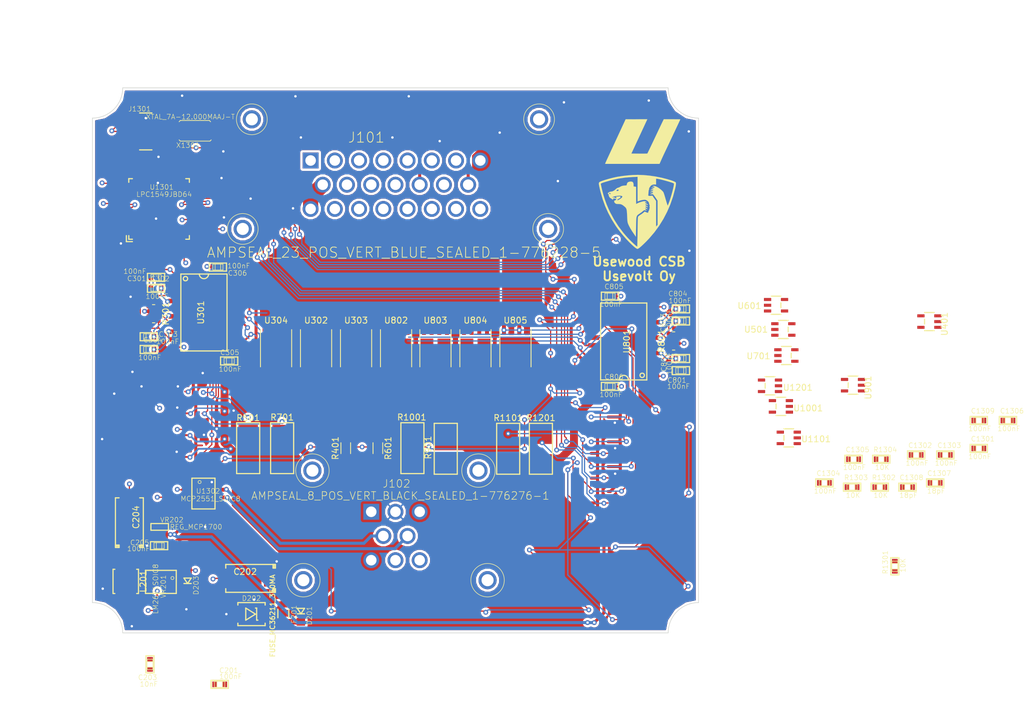
<source format=kicad_pcb>
(kicad_pcb (version 20160815) (host pcbnew "(2017-01-11 revision e99b79cb2)-master")
  (layers (0 F.Cu signal) (31 B.Cu signal) (34 B.Paste user) (35 F.Paste user) (36 B.SilkS user) (37 F.SilkS user) (38 B.Mask user) (39 F.Mask user) (44 Edge.Cuts user))
  (net 0 "")
  (net 1 GND)
  (net 2 +3V3)
  (net 3 +5V)
  (net 4 VDD)
  (net 5 /LT1161_2/sheet58BE8E45/SENSE-)
  (net 6 /LT1161_2/sheet58BE8E46/SENSE-)
  (net 7 /LT1161_2/sheet58BE8E47/SENSE-)
  (net 8 "Net-(C303-Pad2)")
  (net 9 /CANH)
  (net 10 /CANL)
  (net 11 /LPC1549/RESET)
  (net 12 /LPC1549/WIPER_POS)
  (net 13 /LPC1549/COOLER_P)
  (net 14 /DRIVE)
  (net 15 /BEACON)
  (net 16 /WORK)
  (net 17 /BACK)
  (net 18 /LT1161/sheet58BE8E45/SENSE-)
  (net 19 /LT1161/sheet58BE8E46/SENSE-)
  (net 20 /LT1161/sheet58BE8E47/SENSE-)
  (net 21 /LT1161/sheet58BE8E48/SENSE-)
  (net 22 /COOLER)
  (net 23 /WIPER)
  (net 24 /IN)
  (net 25 /WORK_SENSE)
  (net 26 /DRIVE_SENSE)
  (net 27 /IN_SENSE)
  (net 28 /BEACON_SENSE)
  (net 29 /BACK_SENSE)
  (net 30 /WIPER_SENSE)
  (net 31 /COOLER_SENSE)
  (net 32 /LPC1549/CAN_RX)
  (net 33 /LPC1549/CAN_TX)
  (net 34 /COOLER_30A)
  (net 35 /OILCOOLER_15A)
  (net 36 /OILCOOLER)
  (net 37 /LT1161_2/Sheet59847684/SENSE-)
  (net 38 /OILCOOLER_SENSE)
  (net 39 "Net-(C801-Pad2)")
  (net 40 "Net-(C802-Pad2)")
  (net 41 "Net-(C803-Pad2)")
  (net 42 "Net-(C804-Pad2)")
  (net 43 /DRIVE_15A)
  (net 44 /WORK_15A)
  (net 45 /BEACON_4A)
  (net 46 /BACK_4A)
  (net 47 /IN_4A)
  (net 48 /WIPER_4A)
  (net 49 "Net-(C201-Pad1)")
  (net 50 "Net-(C203-Pad1)")
  (net 51 "Net-(C203-Pad2)")
  (net 52 "Net-(C301-Pad2)")
  (net 53 "Net-(C1307-Pad1)")
  (net 54 "Net-(C1308-Pad1)")
  (net 55 "Net-(D201-PadP$2)")
  (net 56 "Net-(J1301-PadP$2)")
  (net 57 "Net-(J1301-PadP$4)")
  (net 58 "Net-(R1301-Pad2)")
  (net 59 "Net-(R1302-Pad2)")
  (net 60 "Net-(C302-Pad2)")
  (net 61 "Net-(U301-Pad12)")
  (net 62 "Net-(U301-Pad14)")
  (net 63 "Net-(U301-Pad18)")
  (net 64 "Net-(U301-Pad16)")
  (net 65 "Net-(U801-Pad18)")
  (net 66 "Net-(U801-Pad16)")
  (net 67 "Net-(U801-Pad14)")
  (net 68 "Net-(U801-Pad12)")
  (net 69 "Net-(C304-Pad2)")
  (module usevolt:uw_logo (layer F.Cu) (at 207.9 69.4)
    (fp_text reference G*** hide)
    (fp_text value LOGO hide)
  )
  (module usevolt:uv_logo (layer F.Cu) (at 208.8 57.9)
    (fp_text reference G*** hide)
    (fp_text value LOGO hide)
  )
  (module kemet:0603 (layer F.Cu) (at 139 147.5)
    (fp_text reference C201 (at 1.5 -2.3) (layer F.SilkS) (effects (font (size 0.8128 0.8128) (thickness 0.0762))))
    (fp_text value 100nF (at 1.8 -1.3) (layer F.SilkS) (effects (font (size 0.8128 0.8128) (thickness 0.0762))))
    (pad 2 smd rect (at 0.8382 0) (size 0.762 0.9398) (layers F.Cu F.Paste F.Mask) (net 1 GND))
    (pad 1 smd rect (at -0.8382 0) (size 0.762 0.9398) (layers F.Cu F.Paste F.Mask) (net 49 "Net-(C201-Pad1)"))
  )
  (module kemet:0603 (layer F.Cu) (at 127.5 144.2 90)
    (fp_text reference C203 (at -2.1618 -0.4 180) (layer F.SilkS) (effects (font (size 0.8128 0.8128) (thickness 0.0762))))
    (fp_text value 10nF (at -3.2618 -0.2 180) (layer F.SilkS) (effects (font (size 0.8128 0.8128) (thickness 0.0762))))
    (pad 1 smd rect (at -0.8382 0 90) (size 0.762 0.9398) (layers F.Cu F.Paste F.Mask) (net 50 "Net-(C203-Pad1)"))
    (pad 2 smd rect (at 0.8382 0 90) (size 0.762 0.9398) (layers F.Cu F.Paste F.Mask) (net 51 "Net-(C203-Pad2)"))
  )
  (module kemet:0603 (layer F.Cu) (at 129 124.6 180)
    (fp_text reference C205 (at 3.2 0.5 180) (layer F.SilkS) (effects (font (size 0.8128 0.8128) (thickness 0.0762))))
    (fp_text value 100nF (at 3.4 -0.5 180) (layer F.SilkS) (effects (font (size 0.8128 0.8128) (thickness 0.0762))))
    (pad 1 smd rect (at -0.8382 0 180) (size 0.762 0.9398) (layers F.Cu F.Paste F.Mask) (net 2 +3V3))
    (pad 2 smd rect (at 0.8382 0 180) (size 0.762 0.9398) (layers F.Cu F.Paste F.Mask) (net 1 GND))
  )
  (module kemet:0603 (layer F.Cu) (at 128.5 80.3)
    (fp_text reference C301 (at -3.2 0.2) (layer F.SilkS) (effects (font (size 0.8128 0.8128) (thickness 0.0762))))
    (fp_text value 100nF (at -3.5 -1) (layer F.SilkS) (effects (font (size 0.8128 0.8128) (thickness 0.0762))))
    (pad 1 smd rect (at -0.8382 0) (size 0.762 0.9398) (layers F.Cu F.Paste F.Mask) (net 1 GND))
    (pad 2 smd rect (at 0.8382 0) (size 0.762 0.9398) (layers F.Cu F.Paste F.Mask) (net 52 "Net-(C301-Pad2)"))
  )
  (module kemet:0603 (layer F.Cu) (at 127.3 90.1)
    (fp_text reference C303 (at 3.2 -0.4) (layer F.SilkS) (effects (font (size 0.8128 0.8128) (thickness 0.0762))))
    (fp_text value 100nF (at 3.1 0.8) (layer F.SilkS) (effects (font (size 0.8128 0.8128) (thickness 0.0762))))
    (pad 2 smd rect (at 0.8382 0) (size 0.762 0.9398) (layers F.Cu F.Paste F.Mask) (net 8 "Net-(C303-Pad2)"))
    (pad 1 smd rect (at -0.8382 0) (size 0.762 0.9398) (layers F.Cu F.Paste F.Mask) (net 1 GND))
  )
  (module kemet:0603 (layer F.Cu) (at 140.5618 94.1)
    (fp_text reference C305 (at 0.1 -1.4) (layer F.SilkS) (effects (font (size 0.8128 0.8128) (thickness 0.0762))))
    (fp_text value 100nF (at 0.1524 1.3462) (layer F.SilkS) (effects (font (size 0.8128 0.8128) (thickness 0.0762))))
    (pad 1 smd rect (at -0.8382 0) (size 0.762 0.9398) (layers F.Cu F.Paste F.Mask) (net 4 VDD))
    (pad 2 smd rect (at 0.8382 0) (size 0.762 0.9398) (layers F.Cu F.Paste F.Mask) (net 1 GND))
  )
  (module usevolt:AMPSEAL_8_POS_776275-1 (layer F.Cu) (at 168 123)
    (fp_text reference J102 (at 0.17272 -8.63346) (layer F.SilkS) (effects (font (size 1.27 1.27) (thickness 0.1016))))
    (fp_text value AMPSEAL_8_POS_VERT_BLACK_SEALED_1-776276-1 (at 0.80772 -6.63448) (layer F.SilkS) (effects (font (size 1.27 1.27) (thickness 0.1016))))
    (pad P$1 thru_hole rect (at -3.99796 -3.99796) (size 2.62382 2.62382) (drill 1.74752) (layers *.Cu *.Mask) (net 4 VDD))
    (pad P$2 thru_hole circle (at 0 -3.99796) (size 2.62382 2.62382) (drill 1.74752) (layers *.Cu *.Mask) (net 1 GND))
    (pad P$3 thru_hole circle (at 3.99796 -3.99796) (size 2.62382 2.62382) (drill 1.74752) (layers *.Cu *.Mask) (net 4 VDD))
    (pad P$4 thru_hole circle (at -1.99898 0) (size 2.62382 2.62382) (drill 1.74752) (layers *.Cu *.Mask) (net 9 /CANH))
    (pad P$5 thru_hole circle (at 1.99898 0) (size 2.62382 2.62382) (drill 1.74752) (layers *.Cu *.Mask) (net 10 /CANL))
    (pad P$6 thru_hole circle (at -3.99796 3.99796) (size 2.62382 2.62382) (drill 1.74752) (layers *.Cu *.Mask) (net 4 VDD))
    (pad P$7 thru_hole circle (at 0 3.99796) (size 2.62382 2.62382) (drill 1.74752) (layers *.Cu *.Mask))
    (pad P$8 thru_hole circle (at 3.99796 3.99796) (size 2.62382 2.62382) (drill 1.74752) (layers *.Cu *.Mask))
    (pad P$9 thru_hole circle (at -13.69822 -10.79754) (size 2.99974 2.99974) (drill 1.99898) (layers *.Cu *.Mask))
    (pad P$10 thru_hole circle (at 13.69822 -10.79754) (size 2.99974 2.99974) (drill 1.99898) (layers *.Cu *.Mask))
    (pad P$11 thru_hole circle (at 15.19936 7.29996) (size 2.99974 2.99974) (drill 1.99898) (layers *.Cu *.Mask))
    (pad P$12 thru_hole circle (at -15.19936 7.29996) (size 2.99974 2.99974) (drill 1.99898) (layers *.Cu *.Mask))
  )
  (module usevolt:SOT-25 (layer F.Cu) (at 232 88.9 90)
    (fp_text reference U501 (at 0 -4.5 180) (layer F.SilkS))
    (fp_text value ZXCT1086 hide)
    (pad 5 smd rect (at 0.95 1.4 90) (size 0.5 1.2) (layers F.Cu F.Paste F.Mask) (net 2 +3V3))
    (pad 4 smd rect (at -0.95 1.4 90) (size 0.5 1.2) (layers F.Cu F.Paste F.Mask) (net 19 /LT1161/sheet58BE8E46/SENSE-))
    (pad 3 smd rect (at -0.95 -1.4 90) (size 0.5 1.2) (layers F.Cu F.Paste F.Mask) (net 4 VDD))
    (pad 2 smd rect (at 0 -1.4 90) (size 0.5 1.2) (layers F.Cu F.Paste F.Mask) (net 1 GND))
    (pad 1 smd rect (at 0.95 -1.4 90) (size 0.5 1.2) (layers F.Cu F.Paste F.Mask) (net 26 /DRIVE_SENSE))
  )
  (module usevolt:SOT-25 (layer F.Cu) (at 230.8 84.9 90)
    (fp_text reference U601 (at -0.1 -4.4 180) (layer F.SilkS))
    (fp_text value ZXCT1086 hide)
    (pad 5 smd rect (at 0.95 1.4 90) (size 0.5 1.2) (layers F.Cu F.Paste F.Mask) (net 2 +3V3))
    (pad 4 smd rect (at -0.95 1.4 90) (size 0.5 1.2) (layers F.Cu F.Paste F.Mask) (net 20 /LT1161/sheet58BE8E47/SENSE-))
    (pad 3 smd rect (at -0.95 -1.4 90) (size 0.5 1.2) (layers F.Cu F.Paste F.Mask) (net 4 VDD))
    (pad 2 smd rect (at 0 -1.4 90) (size 0.5 1.2) (layers F.Cu F.Paste F.Mask) (net 1 GND))
    (pad 1 smd rect (at 0.95 -1.4 90) (size 0.5 1.2) (layers F.Cu F.Paste F.Mask) (net 29 /BACK_SENSE))
  )
  (module usevolt:SOT-25 (layer F.Cu) (at 232.5 93.2 90)
    (fp_text reference U701 (at -0.1 -4.6 180) (layer F.SilkS))
    (fp_text value ZXCT1086 hide)
    (pad 5 smd rect (at 0.95 1.4 90) (size 0.5 1.2) (layers F.Cu F.Paste F.Mask) (net 2 +3V3))
    (pad 4 smd rect (at -0.95 1.4 90) (size 0.5 1.2) (layers F.Cu F.Paste F.Mask) (net 21 /LT1161/sheet58BE8E48/SENSE-))
    (pad 3 smd rect (at -0.95 -1.4 90) (size 0.5 1.2) (layers F.Cu F.Paste F.Mask) (net 4 VDD))
    (pad 2 smd rect (at 0 -1.4 90) (size 0.5 1.2) (layers F.Cu F.Paste F.Mask) (net 1 GND))
    (pad 1 smd rect (at 0.95 -1.4 90) (size 0.5 1.2) (layers F.Cu F.Paste F.Mask) (net 25 /WORK_SENSE))
  )
  (module usevolt:SOT-25 (layer F.Cu) (at 231.6 101.6 270)
    (fp_text reference U1001 (at 0.3 -4.5) (layer F.SilkS))
    (fp_text value ZXCT1086 hide)
    (pad 1 smd rect (at 0.95 -1.4 270) (size 0.5 1.2) (layers F.Cu F.Paste F.Mask) (net 27 /IN_SENSE))
    (pad 2 smd rect (at 0 -1.4 270) (size 0.5 1.2) (layers F.Cu F.Paste F.Mask) (net 1 GND))
    (pad 3 smd rect (at -0.95 -1.4 270) (size 0.5 1.2) (layers F.Cu F.Paste F.Mask) (net 4 VDD))
    (pad 4 smd rect (at -0.95 1.4 270) (size 0.5 1.2) (layers F.Cu F.Paste F.Mask) (net 6 /LT1161_2/sheet58BE8E46/SENSE-))
    (pad 5 smd rect (at 0.95 1.4 270) (size 0.5 1.2) (layers F.Cu F.Paste F.Mask) (net 2 +3V3))
  )
  (module usevolt:SOT-25 (layer F.Cu) (at 232.9 106.8 270)
    (fp_text reference U1101 (at 0.2 -4.5) (layer F.SilkS))
    (fp_text value ZXCT1086 hide)
    (pad 1 smd rect (at 0.95 -1.4 270) (size 0.5 1.2) (layers F.Cu F.Paste F.Mask) (net 31 /COOLER_SENSE))
    (pad 2 smd rect (at 0 -1.4 270) (size 0.5 1.2) (layers F.Cu F.Paste F.Mask) (net 1 GND))
    (pad 3 smd rect (at -0.95 -1.4 270) (size 0.5 1.2) (layers F.Cu F.Paste F.Mask) (net 4 VDD))
    (pad 4 smd rect (at -0.95 1.4 270) (size 0.5 1.2) (layers F.Cu F.Paste F.Mask) (net 7 /LT1161_2/sheet58BE8E47/SENSE-))
    (pad 5 smd rect (at 0.95 1.4 270) (size 0.5 1.2) (layers F.Cu F.Paste F.Mask) (net 2 +3V3))
  )
  (module usevolt:SOT-25 (layer F.Cu) (at 229.8 98.2 270)
    (fp_text reference U1201 (at 0.3 -4.6) (layer F.SilkS))
    (fp_text value ZXCT1086 hide)
    (pad 1 smd rect (at 0.95 -1.4 270) (size 0.5 1.2) (layers F.Cu F.Paste F.Mask) (net 38 /OILCOOLER_SENSE))
    (pad 2 smd rect (at 0 -1.4 270) (size 0.5 1.2) (layers F.Cu F.Paste F.Mask) (net 1 GND))
    (pad 3 smd rect (at -0.95 -1.4 270) (size 0.5 1.2) (layers F.Cu F.Paste F.Mask) (net 4 VDD))
    (pad 4 smd rect (at -0.95 1.4 270) (size 0.5 1.2) (layers F.Cu F.Paste F.Mask) (net 37 /LT1161_2/Sheet59847684/SENSE-))
    (pad 5 smd rect (at 0.95 1.4 270) (size 0.5 1.2) (layers F.Cu F.Paste F.Mask) (net 2 +3V3))
  )
  (module usevolt:AMPSEAL_23_POS_776200-1 (layer F.Cu) (at 168 65)
    (fp_text reference J101 (at -4.8 -7.8) (layer F.SilkS) (effects (font (size 1.6764 1.6764) (thickness 0.127))))
    (fp_text value AMPSEAL_23_POS_VERT_BLUE_SEALED_1-776228-5 (at 1.4 11.2) (layer F.SilkS) (effects (font (size 1.6764 1.6764) (thickness 0.127))))
    (pad P$1 thru_hole rect (at -13.99794 -3.99796) (size 2.62382 2.62382) (drill 1.74752) (layers *.Cu *.Mask))
    (pad P$2 thru_hole circle (at -9.99998 -3.99796) (size 2.62382 2.62382) (drill 1.74752) (layers *.Cu *.Mask))
    (pad P$3 thru_hole circle (at -5.99948 -3.99796) (size 2.62382 2.62382) (drill 1.74752) (layers *.Cu *.Mask))
    (pad P$4 thru_hole circle (at -1.99898 -3.99796) (size 2.62382 2.62382) (drill 1.74752) (layers *.Cu *.Mask))
    (pad P$5 thru_hole circle (at 1.99898 -3.99796) (size 2.62382 2.62382) (drill 1.74752) (layers *.Cu *.Mask))
    (pad P$6 thru_hole circle (at 5.99948 -3.99796) (size 2.62382 2.62382) (drill 1.74752) (layers *.Cu *.Mask))
    (pad P$7 thru_hole circle (at 9.99998 -3.99796) (size 2.62382 2.62382) (drill 1.74752) (layers *.Cu *.Mask))
    (pad P$8 thru_hole circle (at 13.99794 -3.99796) (size 2.62382 2.62382) (drill 1.74752) (layers *.Cu *.Mask) (net 35 /OILCOOLER_15A))
    (pad P$9 thru_hole circle (at -11.99896 0) (size 2.62382 2.62382) (drill 1.74752) (layers *.Cu *.Mask) (net 43 /DRIVE_15A))
    (pad P$10 thru_hole circle (at -7.99846 0) (size 2.62382 2.62382) (drill 1.74752) (layers *.Cu *.Mask) (net 44 /WORK_15A))
    (pad P$11 thru_hole circle (at -3.99796 0) (size 2.62382 2.62382) (drill 1.74752) (layers *.Cu *.Mask))
    (pad P$12 thru_hole circle (at 0 0) (size 2.62382 2.62382) (drill 1.74752) (layers *.Cu *.Mask))
    (pad P$13 thru_hole circle (at 3.99796 0) (size 2.62382 2.62382) (drill 1.74752) (layers *.Cu *.Mask) (net 12 /LPC1549/WIPER_POS))
    (pad P$14 thru_hole circle (at 7.99846 0) (size 2.62382 2.62382) (drill 1.74752) (layers *.Cu *.Mask))
    (pad P$15 thru_hole circle (at 11.99896 0) (size 2.62382 2.62382) (drill 1.74752) (layers *.Cu *.Mask) (net 13 /LPC1549/COOLER_P))
    (pad P$16 thru_hole circle (at -13.99794 3.99796) (size 2.62382 2.62382) (drill 1.74752) (layers *.Cu *.Mask) (net 43 /DRIVE_15A))
    (pad P$17 thru_hole circle (at -9.99998 3.99796) (size 2.62382 2.62382) (drill 1.74752) (layers *.Cu *.Mask) (net 44 /WORK_15A))
    (pad P$18 thru_hole circle (at -5.99948 3.99796) (size 2.62382 2.62382) (drill 1.74752) (layers *.Cu *.Mask) (net 45 /BEACON_4A))
    (pad P$19 thru_hole circle (at -1.99898 3.99796) (size 2.62382 2.62382) (drill 1.74752) (layers *.Cu *.Mask) (net 46 /BACK_4A))
    (pad P$20 thru_hole circle (at 1.99898 3.99796) (size 2.62382 2.62382) (drill 1.74752) (layers *.Cu *.Mask) (net 47 /IN_4A))
    (pad P$21 thru_hole circle (at 5.99948 3.99796) (size 2.62382 2.62382) (drill 1.74752) (layers *.Cu *.Mask) (net 48 /WIPER_4A))
    (pad P$22 thru_hole circle (at 9.99998 3.99796) (size 2.62382 2.62382) (drill 1.74752) (layers *.Cu *.Mask) (net 34 /COOLER_30A))
    (pad P$23 thru_hole circle (at 13.99794 3.99796) (size 2.62382 2.62382) (drill 1.74752) (layers *.Cu *.Mask) (net 34 /COOLER_30A))
    (pad P$24 thru_hole circle (at -23.6982 -10.79754) (size 2.99974 2.99974) (drill 1.99898) (layers *.Cu *.Mask))
    (pad P$25 thru_hole circle (at 23.6982 -10.79754) (size 2.99974 2.99974) (drill 1.99898) (layers *.Cu *.Mask))
    (pad P$26 thru_hole circle (at -25.19934 7.29996) (size 2.99974 2.99974) (drill 1.99898) (layers *.Cu *.Mask))
    (pad P$27 thru_hole circle (at 25.19934 7.29996) (size 2.99974 2.99974) (drill 1.99898) (layers *.Cu *.Mask))
  )
  (module usevolt:2512 (layer F.Cu) (at 143.7 108.5 90)
    (fp_text reference R501 (at 5 0 180) (layer F.SilkS))
    (fp_text value LRMAT2512-R004FT4 hide)
    (pad 1 smd rect (at 2.5 0 90) (size 2.7 3.2) (layers F.Cu F.Paste F.Mask) (net 19 /LT1161/sheet58BE8E46/SENSE-))
    (pad 2 smd rect (at -2.5 0 90) (size 2.7 3.2) (layers F.Cu F.Paste F.Mask) (net 4 VDD))
  )
  (module usevolt:2512 (layer F.Cu) (at 149.3 108.5 90)
    (fp_text reference R701 (at 5.1 0 180) (layer F.SilkS))
    (fp_text value LRMAT2512-R004FT4 hide)
    (pad 2 smd rect (at -2.5 0 90) (size 2.7 3.2) (layers F.Cu F.Paste F.Mask) (net 4 VDD))
    (pad 1 smd rect (at 2.5 0 90) (size 2.7 3.2) (layers F.Cu F.Paste F.Mask) (net 21 /LT1161/sheet58BE8E48/SENSE-))
  )
  (module usevolt:2512 (layer F.Cu) (at 170.8 108.5 90)
    (fp_text reference R1001 (at 5.1 -0.1 180) (layer F.SilkS))
    (fp_text value LRMAT2512-R002FT4 hide)
    (pad 2 smd rect (at -2.5 0 90) (size 2.7 3.2) (layers F.Cu F.Paste F.Mask) (net 4 VDD))
    (pad 1 smd rect (at 2.5 0 90) (size 2.7 3.2) (layers F.Cu F.Paste F.Mask) (net 6 /LT1161_2/sheet58BE8E46/SENSE-))
  )
  (module usevolt:2512 (layer F.Cu) (at 186.6 108.6 90)
    (fp_text reference R1101 (at 5.1 0 180) (layer F.SilkS))
    (fp_text value LRMAT2512-R002FT4 hide)
    (pad 2 smd rect (at -2.5 0 90) (size 2.7 3.2) (layers F.Cu F.Paste F.Mask) (net 4 VDD))
    (pad 1 smd rect (at 2.5 0 90) (size 2.7 3.2) (layers F.Cu F.Paste F.Mask) (net 7 /LT1161_2/sheet58BE8E47/SENSE-))
  )
  (module usevolt:2512 (layer F.Cu) (at 192 108.6 90)
    (fp_text reference R1201 (at 5.1 0 180) (layer F.SilkS))
    (fp_text value LRMAT2512-R004FT4 hide)
    (pad 1 smd rect (at 2.5 0 90) (size 2.7 3.2) (layers F.Cu F.Paste F.Mask) (net 37 /LT1161_2/Sheet59847684/SENSE-))
    (pad 2 smd rect (at -2.5 0 90) (size 2.7 3.2) (layers F.Cu F.Paste F.Mask) (net 4 VDD))
  )
  (module kemet:0603 (layer F.Cu) (at 138.7 78.6 180)
    (fp_text reference C306 (at -3.2382 -1 180) (layer F.SilkS) (effects (font (size 0.8128 0.8128) (thickness 0.0762))))
    (fp_text value 100nF (at -3.4382 0.2 180) (layer F.SilkS) (effects (font (size 0.8128 0.8128) (thickness 0.0762))))
    (pad 1 smd rect (at -0.8382 0 180) (size 0.762 0.9398) (layers F.Cu F.Paste F.Mask) (net 4 VDD))
    (pad 2 smd rect (at 0.8382 0 180) (size 0.762 0.9398) (layers F.Cu F.Paste F.Mask) (net 1 GND))
  )
  (module kemet:0603 (layer F.Cu) (at 215.1 95.7 180)
    (fp_text reference C801 (at 0.6604 -1.5748 180) (layer F.SilkS) (effects (font (size 0.8128 0.8128) (thickness 0.0762))))
    (fp_text value 100nF (at 0.4 -2.6 180) (layer F.SilkS) (effects (font (size 0.8128 0.8128) (thickness 0.0762))))
    (pad 2 smd rect (at 0.8382 0 180) (size 0.762 0.9398) (layers F.Cu F.Paste F.Mask) (net 39 "Net-(C801-Pad2)"))
    (pad 1 smd rect (at -0.8382 0 180) (size 0.762 0.9398) (layers F.Cu F.Paste F.Mask) (net 1 GND))
  )
  (module kemet:0603 (layer F.Cu) (at 215.1 93.7 180)
    (fp_text reference C802 (at 2.8 -0.6 270) (layer F.SilkS) (effects (font (size 0.8128 0.8128) (thickness 0.0762))))
    (fp_text value 100nF (at 1.9 -0.8 270) (layer F.SilkS) (effects (font (size 0.8128 0.8128) (thickness 0.0762))))
    (pad 1 smd rect (at -0.8382 0 180) (size 0.762 0.9398) (layers F.Cu F.Paste F.Mask) (net 1 GND))
    (pad 2 smd rect (at 0.8382 0 180) (size 0.762 0.9398) (layers F.Cu F.Paste F.Mask) (net 40 "Net-(C802-Pad2)"))
  )
  (module kemet:0603 (layer F.Cu) (at 215.1 87.5 180)
    (fp_text reference C803 (at 2.9 -0.3 270) (layer F.SilkS) (effects (font (size 0.8128 0.8128) (thickness 0.0762))))
    (fp_text value 100nF (at 1.9 0.1 270) (layer F.SilkS) (effects (font (size 0.8128 0.8128) (thickness 0.0762))))
    (pad 2 smd rect (at 0.8382 0 180) (size 0.762 0.9398) (layers F.Cu F.Paste F.Mask) (net 41 "Net-(C803-Pad2)"))
    (pad 1 smd rect (at -0.8382 0 180) (size 0.762 0.9398) (layers F.Cu F.Paste F.Mask) (net 1 GND))
  )
  (module kemet:0603 (layer F.Cu) (at 215.1 85.5 180)
    (fp_text reference C804 (at 0.5 2.5 180) (layer F.SilkS) (effects (font (size 0.8128 0.8128) (thickness 0.0762))))
    (fp_text value 100nF (at 0.1524 1.3462 180) (layer F.SilkS) (effects (font (size 0.8128 0.8128) (thickness 0.0762))))
    (pad 2 smd rect (at 0.8382 0 180) (size 0.762 0.9398) (layers F.Cu F.Paste F.Mask) (net 42 "Net-(C804-Pad2)"))
    (pad 1 smd rect (at -0.8382 0 180) (size 0.762 0.9398) (layers F.Cu F.Paste F.Mask) (net 1 GND))
  )
  (module usevolt:PG-TDSON-8-4 (layer F.Cu) (at 154.9 92 180)
    (fp_text reference U302 (at 0 4.6 180) (layer F.SilkS))
    (fp_text value MOSFET_IPG20N04S4L11ATMA1 hide)
    (pad 1 smd rect (at -1.905 3 180) (size 0.65 1.6) (layers F.Cu F.Paste F.Mask) (net 44 /WORK_15A))
    (pad 2 smd rect (at -0.635 3 180) (size 0.65 1.6) (layers F.Cu F.Paste F.Mask) (net 61 "Net-(U301-Pad12)"))
    (pad 3 smd rect (at 0.635 3 180) (size 0.65 1.6) (layers F.Cu F.Paste F.Mask) (net 44 /WORK_15A))
    (pad 4 smd rect (at 1.9 3 180) (size 0.65 1.6) (layers F.Cu F.Paste F.Mask) (net 61 "Net-(U301-Pad12)"))
    (pad 5 smd rect (at -1.4 -1 180) (size 2.1 5.2) (layers F.Cu F.Paste F.Mask) (net 21 /LT1161/sheet58BE8E48/SENSE-))
    (pad 6 smd rect (at 1.4 -1 180) (size 2.1 5.2) (layers F.Cu F.Paste F.Mask) (net 21 /LT1161/sheet58BE8E48/SENSE-))
  )
  (module kemet:0603 (layer F.Cu) (at 203.4 83.4)
    (fp_text reference C805 (at 0.6604 -1.5748) (layer F.SilkS) (effects (font (size 0.8128 0.8128) (thickness 0.0762))))
    (fp_text value 100nF (at 0.1524 1.3462) (layer F.SilkS) (effects (font (size 0.8128 0.8128) (thickness 0.0762))))
    (pad 2 smd rect (at 0.8382 0) (size 0.762 0.9398) (layers F.Cu F.Paste F.Mask) (net 1 GND))
    (pad 1 smd rect (at -0.8382 0) (size 0.762 0.9398) (layers F.Cu F.Paste F.Mask) (net 4 VDD))
  )
  (module kemet:0603 (layer F.Cu) (at 203.4 98.3)
    (fp_text reference C806 (at 0.6604 -1.5748) (layer F.SilkS) (effects (font (size 0.8128 0.8128) (thickness 0.0762))))
    (fp_text value 100nF (at 0.1524 1.3462) (layer F.SilkS) (effects (font (size 0.8128 0.8128) (thickness 0.0762))))
    (pad 1 smd rect (at -0.8382 0) (size 0.762 0.9398) (layers F.Cu F.Paste F.Mask) (net 4 VDD))
    (pad 2 smd rect (at 0.8382 0) (size 0.762 0.9398) (layers F.Cu F.Paste F.Mask) (net 1 GND))
  )
  (module kemet:0603 (layer F.Cu) (at 264.255381 108.545822)
    (fp_text reference C1301 (at 0.6604 -1.5748) (layer F.SilkS) (effects (font (size 0.8128 0.8128) (thickness 0.0762))))
    (fp_text value 100nF (at 0.1524 1.3462) (layer F.SilkS) (effects (font (size 0.8128 0.8128) (thickness 0.0762))))
    (pad 1 smd rect (at -0.8382 0) (size 0.762 0.9398) (layers F.Cu F.Paste F.Mask) (net 2 +3V3))
    (pad 2 smd rect (at 0.8382 0) (size 0.762 0.9398) (layers F.Cu F.Paste F.Mask) (net 1 GND))
  )
  (module kemet:0603 (layer F.Cu) (at 253.915381 109.615822)
    (fp_text reference C1302 (at 0.6604 -1.5748) (layer F.SilkS) (effects (font (size 0.8128 0.8128) (thickness 0.0762))))
    (fp_text value 100nF (at 0.1524 1.3462) (layer F.SilkS) (effects (font (size 0.8128 0.8128) (thickness 0.0762))))
    (pad 1 smd rect (at -0.8382 0) (size 0.762 0.9398) (layers F.Cu F.Paste F.Mask) (net 2 +3V3))
    (pad 2 smd rect (at 0.8382 0) (size 0.762 0.9398) (layers F.Cu F.Paste F.Mask) (net 1 GND))
  )
  (module kemet:0603 (layer F.Cu) (at 258.725381 109.615822)
    (fp_text reference C1303 (at 0.6604 -1.5748) (layer F.SilkS) (effects (font (size 0.8128 0.8128) (thickness 0.0762))))
    (fp_text value 100nF (at 0.1524 1.3462) (layer F.SilkS) (effects (font (size 0.8128 0.8128) (thickness 0.0762))))
    (pad 1 smd rect (at -0.8382 0) (size 0.762 0.9398) (layers F.Cu F.Paste F.Mask) (net 2 +3V3))
    (pad 2 smd rect (at 0.8382 0) (size 0.762 0.9398) (layers F.Cu F.Paste F.Mask) (net 1 GND))
  )
  (module kemet:0603 (layer F.Cu) (at 238.775381 114.225822)
    (fp_text reference C1304 (at 0.6604 -1.5748) (layer F.SilkS) (effects (font (size 0.8128 0.8128) (thickness 0.0762))))
    (fp_text value 100nF (at 0.1524 1.3462) (layer F.SilkS) (effects (font (size 0.8128 0.8128) (thickness 0.0762))))
    (pad 2 smd rect (at 0.8382 0) (size 0.762 0.9398) (layers F.Cu F.Paste F.Mask) (net 1 GND))
    (pad 1 smd rect (at -0.8382 0) (size 0.762 0.9398) (layers F.Cu F.Paste F.Mask) (net 2 +3V3))
  )
  (module kemet:0603 (layer F.Cu) (at 243.585381 110.325822)
    (fp_text reference C1305 (at 0.6604 -1.5748) (layer F.SilkS) (effects (font (size 0.8128 0.8128) (thickness 0.0762))))
    (fp_text value 100nF (at 0.1524 1.3462) (layer F.SilkS) (effects (font (size 0.8128 0.8128) (thickness 0.0762))))
    (pad 1 smd rect (at -0.8382 0) (size 0.762 0.9398) (layers F.Cu F.Paste F.Mask) (net 2 +3V3))
    (pad 2 smd rect (at 0.8382 0) (size 0.762 0.9398) (layers F.Cu F.Paste F.Mask) (net 1 GND))
  )
  (module kemet:0603 (layer F.Cu) (at 269.065381 103.935822)
    (fp_text reference C1306 (at 0.6604 -1.5748) (layer F.SilkS) (effects (font (size 0.8128 0.8128) (thickness 0.0762))))
    (fp_text value 100nF (at 0.1524 1.3462) (layer F.SilkS) (effects (font (size 0.8128 0.8128) (thickness 0.0762))))
    (pad 2 smd rect (at 0.8382 0) (size 0.762 0.9398) (layers F.Cu F.Paste F.Mask) (net 1 GND))
    (pad 1 smd rect (at -0.8382 0) (size 0.762 0.9398) (layers F.Cu F.Paste F.Mask) (net 2 +3V3))
  )
  (module kemet:0603 (layer F.Cu) (at 257.054901 114.225822)
    (fp_text reference C1307 (at 0.6604 -1.5748) (layer F.SilkS) (effects (font (size 0.8128 0.8128) (thickness 0.0762))))
    (fp_text value 18pF (at 0.1524 1.3462) (layer F.SilkS) (effects (font (size 0.8128 0.8128) (thickness 0.0762))))
    (pad 2 smd rect (at 0.8382 0) (size 0.762 0.9398) (layers F.Cu F.Paste F.Mask) (net 1 GND))
    (pad 1 smd rect (at -0.8382 0) (size 0.762 0.9398) (layers F.Cu F.Paste F.Mask) (net 53 "Net-(C1307-Pad1)"))
  )
  (module kemet:0603 (layer F.Cu) (at 252.484901 114.935822)
    (fp_text reference C1308 (at 0.6604 -1.5748) (layer F.SilkS) (effects (font (size 0.8128 0.8128) (thickness 0.0762))))
    (fp_text value 18pF (at 0.1524 1.3462) (layer F.SilkS) (effects (font (size 0.8128 0.8128) (thickness 0.0762))))
    (pad 1 smd rect (at -0.8382 0) (size 0.762 0.9398) (layers F.Cu F.Paste F.Mask) (net 54 "Net-(C1308-Pad1)"))
    (pad 2 smd rect (at 0.8382 0) (size 0.762 0.9398) (layers F.Cu F.Paste F.Mask) (net 1 GND))
  )
  (module kemet:0603 (layer F.Cu) (at 264.255381 103.935822)
    (fp_text reference C1309 (at 0.6604 -1.5748) (layer F.SilkS) (effects (font (size 0.8128 0.8128) (thickness 0.0762))))
    (fp_text value 100nF (at 0.1524 1.3462) (layer F.SilkS) (effects (font (size 0.8128 0.8128) (thickness 0.0762))))
    (pad 2 smd rect (at 0.8382 0) (size 0.762 0.9398) (layers F.Cu F.Paste F.Mask) (net 1 GND))
    (pad 1 smd rect (at -0.8382 0) (size 0.762 0.9398) (layers F.Cu F.Paste F.Mask) (net 3 +5V))
  )
  (module usevolt:DO219AB (layer F.Cu) (at 152.4 135.4 270)
    (fp_text reference D201 (at 0.762 -1.40462 270) (layer F.SilkS) (effects (font (size 0.8128 0.8128) (thickness 0.0762))))
    (fp_text value DIODE_RS07J-GS18 hide)
    (pad P$2 smd rect (at 1.7653 0 270) (size 1.29794 1.39954) (layers F.Cu F.Paste F.Mask) (net 55 "Net-(D201-PadP$2)"))
    (pad P$1 smd rect (at -1.7653 0 270) (size 1.29794 1.39954) (layers F.Cu F.Paste F.Mask) (net 4 VDD))
  )
  (module usevolt:DO-214AA (layer F.Cu) (at 144.3 135.9)
    (fp_text reference D202 (at -0.06604 -2.60604) (layer F.SilkS) (effects (font (size 0.8128 0.8128) (thickness 0.0762))))
    (fp_text value DIODE_TVS_SMBJ33A-TRDO-214AA hide)
    (pad P$1 smd rect (at -2.5 0) (size 1.9 2.17932) (layers F.Cu F.Paste F.Mask) (net 1 GND))
    (pad P$2 smd rect (at 2.5 0) (size 1.9 2.17932) (layers F.Cu F.Paste F.Mask) (net 49 "Net-(C201-Pad1)"))
  )
  (module usevolt:DO219AB (layer F.Cu) (at 133.7 130.4 270)
    (fp_text reference D203 (at 0.762 -1.40462 270) (layer F.SilkS) (effects (font (size 0.8128 0.8128) (thickness 0.0762))))
    (fp_text value DIODE_RS07J-GS18 hide)
    (pad P$1 smd rect (at -1.7653 0 270) (size 1.29794 1.39954) (layers F.Cu F.Paste F.Mask) (net 1 GND))
    (pad P$2 smd rect (at 1.7653 0 270) (size 1.29794 1.39954) (layers F.Cu F.Paste F.Mask) (net 51 "Net-(C203-Pad2)"))
  )
  (module usevolt:FUSE_MC36211 (layer F.Cu) (at 149.5 135.8 90)
    (fp_text reference F201 (at -0.127 1.778 90) (layer F.SilkS) (effects (font (size 0.8128 0.8128) (thickness 0.0762))))
    (fp_text value FUSE_MC36211_350MA (at -0.381 -1.778 90) (layer F.SilkS) (effects (font (size 0.8 0.8))))
    (pad P$1 smd rect (at -1.4986 0 180) (size 1.89992 0.99822) (layers F.Cu F.Paste F.Mask) (net 55 "Net-(D201-PadP$2)"))
    (pad P$2 smd rect (at 1.4986 0 180) (size 1.89992 0.99822) (layers F.Cu F.Paste F.Mask) (net 49 "Net-(C201-Pad1)"))
  )
  (module usevolt:ARM_10_PIN_JTAG_SWD_CONNECTOR (layer F.Cu) (at 126.8 56.2)
    (fp_text reference J1301 (at -1.016 -3.7084) (layer F.SilkS) (effects (font (size 0.8128 0.8128) (thickness 0.0762))))
    (fp_text value ARM_JTAG_SWD_HEADER_10_PINSMD hide)
    (pad P$1 smd rect (at -2.54 -2.54) (size 1.905 0.635) (layers F.Cu F.Paste F.Mask) (net 2 +3V3))
    (pad P$2 smd rect (at 2.54 -2.54) (size 1.905 0.635) (layers F.Cu F.Paste F.Mask) (net 56 "Net-(J1301-PadP$2)"))
    (pad P$3 smd rect (at -2.54 -1.27) (size 1.905 0.635) (layers F.Cu F.Paste F.Mask) (net 1 GND))
    (pad P$4 smd rect (at 2.54 -1.27) (size 1.905 0.635) (layers F.Cu F.Paste F.Mask) (net 57 "Net-(J1301-PadP$4)"))
    (pad P$5 smd rect (at -2.54 0) (size 1.905 0.635) (layers F.Cu F.Paste F.Mask) (net 1 GND))
    (pad P$6 smd rect (at 2.54 0) (size 1.905 0.635) (layers F.Cu F.Paste F.Mask))
    (pad P$7 smd rect (at 2.54 1.27) (size 1.905 0.635) (layers F.Cu F.Paste F.Mask))
    (pad P$8 smd rect (at -2.54 2.54) (size 1.905 0.635) (layers F.Cu F.Paste F.Mask))
    (pad P$9 smd rect (at 2.54 2.54) (size 1.905 0.635) (layers F.Cu F.Paste F.Mask) (net 11 /LPC1549/RESET))
  )
  (module usevolt:IND_744045210 (layer F.Cu) (at 123.5 130.5 90)
    (fp_text reference L201 (at 0 2.9 90) (layer F.SilkS))
    (fp_text value IND_744045210 hide)
    (pad 1 smd rect (at -1.9 0 90) (size 2 2.8) (layers F.Cu F.Paste F.Mask) (net 51 "Net-(C203-Pad2)"))
    (pad 2 smd rect (at 1.9 0 90) (size 2 2.8) (layers F.Cu F.Paste F.Mask) (net 3 +5V))
  )
  (module usevolt:0603_array4 (layer F.Cu) (at 128.1 86.3 270)
    (fp_text reference R301 (at 0 -2 270) (layer F.SilkS))
    (fp_text value R_ARRAY4_1K hide)
    (pad 1 smd rect (at -1.2 -0.8 270) (size 0.6 0.7) (layers F.Cu F.Paste F.Mask) (net 15 /BEACON))
    (pad 2 smd rect (at -1.2 0.8 270) (size 0.6 0.7) (layers F.Cu F.Paste F.Mask) (net 1 GND))
    (pad 3 smd rect (at -0.4 -0.8 270) (size 0.6 0.7) (layers F.Cu F.Paste F.Mask) (net 14 /DRIVE))
    (pad 4 smd rect (at -0.4 0.8 270) (size 0.6 0.7) (layers F.Cu F.Paste F.Mask) (net 1 GND))
    (pad 5 smd rect (at 0.4 -0.8 270) (size 0.6 0.7) (layers F.Cu F.Paste F.Mask) (net 17 /BACK))
    (pad 6 smd rect (at 0.4 0.8 270) (size 0.6 0.7) (layers F.Cu F.Paste F.Mask) (net 1 GND))
    (pad 7 smd rect (at 1.2 -0.8 270) (size 0.6 0.7) (layers F.Cu F.Paste F.Mask) (net 16 /WORK))
    (pad 8 smd rect (at 1.2 0.8 270) (size 0.6 0.7) (layers F.Cu F.Paste F.Mask) (net 1 GND))
  )
  (module multicomp:0603 (layer F.Cu) (at 247.914901 114.935822)
    (fp_text reference R1302 (at 0.6604 -1.5748) (layer F.SilkS) (effects (font (size 0.8128 0.8128) (thickness 0.0762))))
    (fp_text value 10K (at 0.1524 1.3462) (layer F.SilkS) (effects (font (size 0.8128 0.8128) (thickness 0.0762))))
    (pad 1 smd rect (at -0.8382 0) (size 0.762 0.9398) (layers F.Cu F.Paste F.Mask) (net 13 /LPC1549/COOLER_P))
    (pad 2 smd rect (at 0.8382 0) (size 0.762 0.9398) (layers F.Cu F.Paste F.Mask) (net 59 "Net-(R1302-Pad2)"))
  )
  (module multicomp:0603 (layer F.Cu) (at 243.344901 114.935822)
    (fp_text reference R1303 (at 0.6604 -1.5748) (layer F.SilkS) (effects (font (size 0.8128 0.8128) (thickness 0.0762))))
    (fp_text value 10K (at 0.1524 1.3462) (layer F.SilkS) (effects (font (size 0.8128 0.8128) (thickness 0.0762))))
    (pad 1 smd rect (at -0.8382 0) (size 0.762 0.9398) (layers F.Cu F.Paste F.Mask) (net 56 "Net-(J1301-PadP$2)"))
    (pad 2 smd rect (at 0.8382 0) (size 0.762 0.9398) (layers F.Cu F.Paste F.Mask) (net 2 +3V3))
  )
  (module multicomp:0603 (layer F.Cu) (at 248.154901 110.325822)
    (fp_text reference R1304 (at 0.6604 -1.5748) (layer F.SilkS) (effects (font (size 0.8128 0.8128) (thickness 0.0762))))
    (fp_text value 10K (at 0.1524 1.3462) (layer F.SilkS) (effects (font (size 0.8128 0.8128) (thickness 0.0762))))
    (pad 2 smd rect (at 0.8382 0) (size 0.762 0.9398) (layers F.Cu F.Paste F.Mask) (net 2 +3V3))
    (pad 1 smd rect (at -0.8382 0) (size 0.762 0.9398) (layers F.Cu F.Paste F.Mask) (net 57 "Net-(J1301-PadP$4)"))
  )
  (module usevolt:PG-TDSON-8-4 (layer F.Cu) (at 161.5 92 180)
    (fp_text reference U303 (at 0 4.6 180) (layer F.SilkS))
    (fp_text value MOSFET_IPG20N04S4L11ATMA1 hide)
    (pad 1 smd rect (at -1.905 3 180) (size 0.65 1.6) (layers F.Cu F.Paste F.Mask) (net 46 /BACK_4A))
    (pad 2 smd rect (at -0.635 3 180) (size 0.65 1.6) (layers F.Cu F.Paste F.Mask) (net 62 "Net-(U301-Pad14)"))
    (pad 3 smd rect (at 0.635 3 180) (size 0.65 1.6) (layers F.Cu F.Paste F.Mask) (net 45 /BEACON_4A))
    (pad 4 smd rect (at 1.9 3 180) (size 0.65 1.6) (layers F.Cu F.Paste F.Mask) (net 63 "Net-(U301-Pad18)"))
    (pad 5 smd rect (at -1.4 -1 180) (size 2.1 5.2) (layers F.Cu F.Paste F.Mask) (net 20 /LT1161/sheet58BE8E47/SENSE-))
    (pad 6 smd rect (at 1.4 -1 180) (size 2.1 5.2) (layers F.Cu F.Paste F.Mask) (net 18 /LT1161/sheet58BE8E45/SENSE-))
  )
  (module usevolt:PG-TDSON-8-4 (layer F.Cu) (at 148.3 92 180)
    (fp_text reference U304 (at 0 4.6 180) (layer F.SilkS))
    (fp_text value MOSFET_IPG20N04S4L11ATMA1 hide)
    (pad 1 smd rect (at -1.905 3 180) (size 0.65 1.6) (layers F.Cu F.Paste F.Mask) (net 43 /DRIVE_15A))
    (pad 2 smd rect (at -0.635 3 180) (size 0.65 1.6) (layers F.Cu F.Paste F.Mask) (net 64 "Net-(U301-Pad16)"))
    (pad 3 smd rect (at 0.635 3 180) (size 0.65 1.6) (layers F.Cu F.Paste F.Mask) (net 43 /DRIVE_15A))
    (pad 4 smd rect (at 1.9 3 180) (size 0.65 1.6) (layers F.Cu F.Paste F.Mask) (net 64 "Net-(U301-Pad16)"))
    (pad 5 smd rect (at -1.4 -1 180) (size 2.1 5.2) (layers F.Cu F.Paste F.Mask) (net 19 /LT1161/sheet58BE8E46/SENSE-))
    (pad 6 smd rect (at 1.4 -1 180) (size 2.1 5.2) (layers F.Cu F.Paste F.Mask) (net 19 /LT1161/sheet58BE8E46/SENSE-))
  )
  (module usevolt:PG-TDSON-8-4 (layer F.Cu) (at 168.1 92 180)
    (fp_text reference U802 (at 0 4.6 180) (layer F.SilkS))
    (fp_text value MOSFET_IPG20N04S4L11ATMA1 hide)
    (pad 1 smd rect (at -1.905 3 180) (size 0.65 1.6) (layers F.Cu F.Paste F.Mask) (net 48 /WIPER_4A))
    (pad 2 smd rect (at -0.635 3 180) (size 0.65 1.6) (layers F.Cu F.Paste F.Mask) (net 65 "Net-(U801-Pad18)"))
    (pad 3 smd rect (at 0.635 3 180) (size 0.65 1.6) (layers F.Cu F.Paste F.Mask) (net 47 /IN_4A))
    (pad 4 smd rect (at 1.9 3 180) (size 0.65 1.6) (layers F.Cu F.Paste F.Mask) (net 66 "Net-(U801-Pad16)"))
    (pad 5 smd rect (at -1.4 -1 180) (size 2.1 5.2) (layers F.Cu F.Paste F.Mask) (net 5 /LT1161_2/sheet58BE8E45/SENSE-))
    (pad 6 smd rect (at 1.4 -1 180) (size 2.1 5.2) (layers F.Cu F.Paste F.Mask) (net 6 /LT1161_2/sheet58BE8E46/SENSE-))
  )
  (module usevolt:PG-TDSON-8-4 (layer F.Cu) (at 174.6 92 180)
    (fp_text reference U803 (at 0 4.6 180) (layer F.SilkS))
    (fp_text value MOSFET_IPG20N04S4L11ATMA1 hide)
    (pad 6 smd rect (at 1.4 -1 180) (size 2.1 5.2) (layers F.Cu F.Paste F.Mask) (net 7 /LT1161_2/sheet58BE8E47/SENSE-))
    (pad 5 smd rect (at -1.4 -1 180) (size 2.1 5.2) (layers F.Cu F.Paste F.Mask) (net 7 /LT1161_2/sheet58BE8E47/SENSE-))
    (pad 4 smd rect (at 1.9 3 180) (size 0.65 1.6) (layers F.Cu F.Paste F.Mask) (net 67 "Net-(U801-Pad14)"))
    (pad 3 smd rect (at 0.635 3 180) (size 0.65 1.6) (layers F.Cu F.Paste F.Mask) (net 34 /COOLER_30A))
    (pad 2 smd rect (at -0.635 3 180) (size 0.65 1.6) (layers F.Cu F.Paste F.Mask) (net 67 "Net-(U801-Pad14)"))
    (pad 1 smd rect (at -1.905 3 180) (size 0.65 1.6) (layers F.Cu F.Paste F.Mask) (net 34 /COOLER_30A))
  )
  (module usevolt:PG-TDSON-8-4 (layer F.Cu) (at 181.2 92 180)
    (fp_text reference U804 (at 0 4.6 180) (layer F.SilkS))
    (fp_text value MOSFET_IPG20N04S4L11ATMA1 hide)
    (pad 6 smd rect (at 1.4 -1 180) (size 2.1 5.2) (layers F.Cu F.Paste F.Mask) (net 7 /LT1161_2/sheet58BE8E47/SENSE-))
    (pad 5 smd rect (at -1.4 -1 180) (size 2.1 5.2) (layers F.Cu F.Paste F.Mask) (net 7 /LT1161_2/sheet58BE8E47/SENSE-))
    (pad 4 smd rect (at 1.9 3 180) (size 0.65 1.6) (layers F.Cu F.Paste F.Mask) (net 67 "Net-(U801-Pad14)"))
    (pad 3 smd rect (at 0.635 3 180) (size 0.65 1.6) (layers F.Cu F.Paste F.Mask) (net 34 /COOLER_30A))
    (pad 2 smd rect (at -0.635 3 180) (size 0.65 1.6) (layers F.Cu F.Paste F.Mask) (net 67 "Net-(U801-Pad14)"))
    (pad 1 smd rect (at -1.905 3 180) (size 0.65 1.6) (layers F.Cu F.Paste F.Mask) (net 34 /COOLER_30A))
  )
  (module usevolt:PG-TDSON-8-4 (layer F.Cu) (at 187.8 92 180)
    (fp_text reference U805 (at 0 4.6 180) (layer F.SilkS))
    (fp_text value MOSFET_IPG20N04S4L11ATMA1 hide)
    (pad 1 smd rect (at -1.905 3 180) (size 0.65 1.6) (layers F.Cu F.Paste F.Mask) (net 35 /OILCOOLER_15A))
    (pad 2 smd rect (at -0.635 3 180) (size 0.65 1.6) (layers F.Cu F.Paste F.Mask) (net 68 "Net-(U801-Pad12)"))
    (pad 3 smd rect (at 0.635 3 180) (size 0.65 1.6) (layers F.Cu F.Paste F.Mask) (net 35 /OILCOOLER_15A))
    (pad 4 smd rect (at 1.9 3 180) (size 0.65 1.6) (layers F.Cu F.Paste F.Mask) (net 68 "Net-(U801-Pad12)"))
    (pad 5 smd rect (at -1.4 -1 180) (size 2.1 5.2) (layers F.Cu F.Paste F.Mask) (net 37 /LT1161_2/Sheet59847684/SENSE-))
    (pad 6 smd rect (at 1.4 -1 180) (size 2.1 5.2) (layers F.Cu F.Paste F.Mask) (net 37 /LT1161_2/Sheet59847684/SENSE-))
  )
  (module usevolt:SOIC8 (layer F.Cu) (at 136.321 115.995)
    (fp_text reference U1302 (at 0.762 -0.4064) (layer F.SilkS) (effects (font (size 0.8128 0.8128) (thickness 0.0762))))
    (fp_text value MCP2551_SOIC8 (at 1.1684 0.8636) (layer F.SilkS) (effects (font (size 0.8128 0.8128) (thickness 0.0762))))
    (pad P$1 smd rect (at -2.921 -1.905 270) (size 0.635 1.524) (layers F.Cu F.Paste F.Mask) (net 33 /LPC1549/CAN_TX))
    (pad P$2 smd oval (at -2.921 -0.635 270) (size 0.635 1.524) (layers F.Cu F.Paste F.Mask) (net 1 GND))
    (pad P$3 smd oval (at -2.921 0.635 270) (size 0.635 1.524) (layers F.Cu F.Paste F.Mask) (net 3 +5V))
    (pad P$4 smd oval (at -2.921 1.905 270) (size 0.635 1.524) (layers F.Cu F.Paste F.Mask) (net 32 /LPC1549/CAN_RX))
    (pad P$5 smd oval (at 2.921 1.905 270) (size 0.635 1.524) (layers F.Cu F.Paste F.Mask))
    (pad P$6 smd oval (at 2.921 0.635 270) (size 0.635 1.524) (layers F.Cu F.Paste F.Mask) (net 10 /CANL))
    (pad P$7 smd oval (at 2.921 -0.635 270) (size 0.635 1.524) (layers F.Cu F.Paste F.Mask) (net 9 /CANH))
    (pad P$8 smd oval (at 2.921 -1.905 270) (size 0.635 1.524) (layers F.Cu F.Paste F.Mask) (net 1 GND))
  )
  (module usevolt:SOIC8 (layer F.Cu) (at 129.295 130.579 270)
    (fp_text reference VR201 (at 0.762 -0.4064 270) (layer F.SilkS) (effects (font (size 0.8128 0.8128) (thickness 0.0762))))
    (fp_text value LM2671SOIC8 (at 1.1684 0.8636 270) (layer F.SilkS) (effects (font (size 0.8128 0.8128) (thickness 0.0762))))
    (pad P$8 smd oval (at 2.921 -1.905 180) (size 0.635 1.524) (layers F.Cu F.Paste F.Mask) (net 51 "Net-(C203-Pad2)"))
    (pad P$7 smd oval (at 2.921 -0.635 180) (size 0.635 1.524) (layers F.Cu F.Paste F.Mask) (net 49 "Net-(C201-Pad1)"))
    (pad P$6 smd oval (at 2.921 0.635 180) (size 0.635 1.524) (layers F.Cu F.Paste F.Mask) (net 1 GND))
    (pad P$5 smd oval (at 2.921 1.905 180) (size 0.635 1.524) (layers F.Cu F.Paste F.Mask))
    (pad P$4 smd oval (at -2.921 1.905 180) (size 0.635 1.524) (layers F.Cu F.Paste F.Mask) (net 3 +5V))
    (pad P$3 smd oval (at -2.921 0.635 180) (size 0.635 1.524) (layers F.Cu F.Paste F.Mask))
    (pad P$2 smd oval (at -2.921 -0.635 180) (size 0.635 1.524) (layers F.Cu F.Paste F.Mask))
    (pad P$1 smd rect (at -2.921 -1.905 180) (size 0.635 1.524) (layers F.Cu F.Paste F.Mask) (net 50 "Net-(C203-Pad1)"))
  )
  (module usevolt:SOT-23_3-PIN (layer F.Cu) (at 129.1 121.5)
    (fp_text reference VR202 (at 2 -1.1557) (layer F.SilkS) (effects (font (size 0.8128 0.8128) (thickness 0.0762))))
    (fp_text value REG_MCP1700 (at 6 0) (layer F.SilkS) (effects (font (size 0.8128 0.8128) (thickness 0.0762))))
    (pad P$1 smd rect (at -1 1.3) (size 0.7 1.35) (layers F.Cu F.Paste F.Mask) (net 1 GND))
    (pad P$2 smd rect (at 1 1.3) (size 0.7 1.35) (layers F.Cu F.Paste F.Mask) (net 2 +3V3))
    (pad P$3 smd rect (at 0 -1.3) (size 0.7 1.35) (layers F.Cu F.Paste F.Mask) (net 3 +5V))
  )
  (module usevolt:XTAL_7A-20.000MAJ (layer F.Cu) (at 134.9 56.1)
    (fp_text reference X1301 (at -1.143 2.3876) (layer F.SilkS) (effects (font (size 0.8128 0.8128) (thickness 0.0762))))
    (fp_text value XTAL_7A-12.000MAAJ-T (at -0.7366 -2.3114) (layer F.SilkS) (effects (font (size 0.8128 0.8128) (thickness 0.0762))))
    (pad P$1 smd rect (at -2.54 0 90) (size 2 1.3) (layers F.Cu F.Paste F.Mask) (net 53 "Net-(C1307-Pad1)"))
    (pad P$2 smd rect (at 2.54 0 90) (size 2 1.3) (layers F.Cu F.Paste F.Mask) (net 54 "Net-(C1308-Pad1)"))
  )
  (module kemet:7343 (layer F.Cu) (at 144.1 130 180)
    (fp_text reference C202 (at 0.9 1.1 180) (layer F.SilkS))
    (fp_text value T491D226K035AT hide)
    (pad - smd rect (at 3.4 0 180) (size 2.4 2.7) (layers F.Cu F.Paste F.Mask) (net 1 GND))
    (pad + smd rect (at -3.4 0 180) (size 2.4 2.7) (layers F.Cu F.Paste F.Mask) (net 49 "Net-(C201-Pad1)"))
  )
  (module kemet:7343 (layer F.Cu) (at 124.1 120.8 90)
    (fp_text reference C204 (at 0.9 1.1 90) (layer F.SilkS))
    (fp_text value T491D226K035AT hide)
    (pad + smd rect (at -3.4 0 90) (size 2.4 2.7) (layers F.Cu F.Paste F.Mask) (net 3 +5V))
    (pad - smd rect (at 3.4 0 90) (size 2.4 2.7) (layers F.Cu F.Paste F.Mask) (net 1 GND))
  )
  (module kemet:0603 (layer F.Cu) (at 128.5 82.1)
    (fp_text reference C302 (at 0.6604 -1.5748) (layer F.SilkS) (effects (font (size 0.8128 0.8128) (thickness 0.0762))))
    (fp_text value 100nF (at 0.1524 1.3462) (layer F.SilkS) (effects (font (size 0.8128 0.8128) (thickness 0.0762))))
    (pad 1 smd rect (at -0.8382 0) (size 0.762 0.9398) (layers F.Cu F.Paste F.Mask) (net 1 GND))
    (pad 2 smd rect (at 0.8382 0) (size 0.762 0.9398) (layers F.Cu F.Paste F.Mask) (net 60 "Net-(C302-Pad2)"))
  )
  (module kemet:0603 (layer F.Cu) (at 127.3 92.2)
    (fp_text reference C304 (at 0.6604 -1.5748) (layer F.SilkS) (effects (font (size 0.8128 0.8128) (thickness 0.0762))))
    (fp_text value 100nF (at 0.1524 1.3462) (layer F.SilkS) (effects (font (size 0.8128 0.8128) (thickness 0.0762))))
    (pad 1 smd rect (at -0.8382 0) (size 0.762 0.9398) (layers F.Cu F.Paste F.Mask) (net 1 GND))
    (pad 2 smd rect (at 0.8382 0) (size 0.762 0.9398) (layers F.Cu F.Paste F.Mask) (net 69 "Net-(C304-Pad2)"))
  )
  (module usevolt:1206 (layer F.Cu) (at 159.8 108.5 90)
    (fp_text reference R401 (at 0 -1.7 90) (layer F.SilkS))
    (fp_text value LRMAM1206-R015FT5 hide)
    (pad 2 smd rect (at 1.6 0 90) (size 1 1.6) (layers F.Cu F.Paste F.Mask) (net 4 VDD))
    (pad 1 smd rect (at -1.6 0 90) (size 1 1.6) (layers F.Cu F.Paste F.Mask) (net 18 /LT1161/sheet58BE8E45/SENSE-))
  )
  (module usevolt:1206 (layer F.Cu) (at 165.1 108.5 270)
    (fp_text reference R601 (at 0 -1.7 270) (layer F.SilkS))
    (fp_text value LRMAM1206-R015FT5 hide)
    (pad 1 smd rect (at -1.6 0 270) (size 1 1.6) (layers F.Cu F.Paste F.Mask) (net 20 /LT1161/sheet58BE8E47/SENSE-))
    (pad 2 smd rect (at 1.6 0 270) (size 1 1.6) (layers F.Cu F.Paste F.Mask) (net 4 VDD))
  )
  (module usevolt:0603_array4 (layer F.Cu) (at 213.9 90.8 90)
    (fp_text reference R801 (at 0 -2 90) (layer F.SilkS))
    (fp_text value R_ARRAY4_1K hide)
    (pad 1 smd rect (at -1.2 -0.8 90) (size 0.6 0.7) (layers F.Cu F.Paste F.Mask) (net 23 /WIPER))
    (pad 2 smd rect (at -1.2 0.8 90) (size 0.6 0.7) (layers F.Cu F.Paste F.Mask) (net 1 GND))
    (pad 3 smd rect (at -0.4 -0.8 90) (size 0.6 0.7) (layers F.Cu F.Paste F.Mask) (net 24 /IN))
    (pad 4 smd rect (at -0.4 0.8 90) (size 0.6 0.7) (layers F.Cu F.Paste F.Mask) (net 1 GND))
    (pad 5 smd rect (at 0.4 -0.8 90) (size 0.6 0.7) (layers F.Cu F.Paste F.Mask) (net 22 /COOLER))
    (pad 6 smd rect (at 0.4 0.8 90) (size 0.6 0.7) (layers F.Cu F.Paste F.Mask) (net 1 GND))
    (pad 7 smd rect (at 1.2 -0.8 90) (size 0.6 0.7) (layers F.Cu F.Paste F.Mask) (net 36 /OILCOOLER))
    (pad 8 smd rect (at 1.2 0.8 90) (size 0.6 0.7) (layers F.Cu F.Paste F.Mask) (net 1 GND))
  )
  (module usevolt:2512 (layer F.Cu) (at 176.3 108.6 90)
    (fp_text reference R901 (at 0.2 -2.9 90) (layer F.SilkS))
    (fp_text value LRMAT2512-R002FT4 hide)
    (pad 1 smd rect (at 2.5 0 90) (size 2.7 3.2) (layers F.Cu F.Paste F.Mask) (net 5 /LT1161_2/sheet58BE8E45/SENSE-))
    (pad 2 smd rect (at -2.5 0 90) (size 2.7 3.2) (layers F.Cu F.Paste F.Mask) (net 4 VDD))
  )
  (module multicomp:0603 (layer F.Cu) (at 250.4 128 90)
    (fp_text reference R1301 (at 0.6604 -1.5748 90) (layer F.SilkS) (effects (font (size 0.8128 0.8128) (thickness 0.0762))))
    (fp_text value 10K (at 0.1524 1.3462 90) (layer F.SilkS) (effects (font (size 0.8128 0.8128) (thickness 0.0762))))
    (pad 1 smd rect (at -0.8382 0 90) (size 0.762 0.9398) (layers F.Cu F.Paste F.Mask) (net 12 /LPC1549/WIPER_POS))
    (pad 2 smd rect (at 0.8382 0 90) (size 0.762 0.9398) (layers F.Cu F.Paste F.Mask) (net 58 "Net-(R1301-Pad2)"))
  )
  (module usevolt:SO20 (layer F.Cu) (at 136.4 86.1 270)
    (fp_text reference U301 (at 0 0.5 270) (layer F.SilkS))
    (fp_text value MOSFET_DRIVER_LT1161 hide)
    (pad 20 smd rect (at -5.715 -4.9625 270) (size 0.762 1.8) (layers F.Cu F.Paste F.Mask) (net 4 VDD))
    (pad 19 smd rect (at -4.445 -4.9625 270) (size 0.762 1.8) (layers F.Cu F.Paste F.Mask) (net 18 /LT1161/sheet58BE8E45/SENSE-))
    (pad 18 smd rect (at -3.175 -4.9625 270) (size 0.762 1.8) (layers F.Cu F.Paste F.Mask) (net 63 "Net-(U301-Pad18)"))
    (pad 17 smd rect (at -1.905 -4.9625 270) (size 0.762 1.8) (layers F.Cu F.Paste F.Mask) (net 19 /LT1161/sheet58BE8E46/SENSE-))
    (pad 16 smd rect (at -0.635 -4.9625 270) (size 0.762 1.8) (layers F.Cu F.Paste F.Mask) (net 64 "Net-(U301-Pad16)"))
    (pad 15 smd rect (at 0.635 -4.9625 270) (size 0.762 1.8) (layers F.Cu F.Paste F.Mask) (net 20 /LT1161/sheet58BE8E47/SENSE-))
    (pad 14 smd rect (at 1.905 -4.9625 270) (size 0.762 1.8) (layers F.Cu F.Paste F.Mask) (net 62 "Net-(U301-Pad14)"))
    (pad 13 smd rect (at 3.175 -4.9625 270) (size 0.762 1.8) (layers F.Cu F.Paste F.Mask) (net 21 /LT1161/sheet58BE8E48/SENSE-))
    (pad 12 smd rect (at 4.445 -4.9625 270) (size 0.762 1.8) (layers F.Cu F.Paste F.Mask) (net 61 "Net-(U301-Pad12)"))
    (pad 11 smd rect (at 5.715 -4.9625 270) (size 0.762 1.8) (layers F.Cu F.Paste F.Mask) (net 4 VDD))
    (pad 10 smd rect (at 5.715 4.9625 270) (size 0.762 1.8) (layers F.Cu F.Paste F.Mask) (net 1 GND))
    (pad 9 smd rect (at 4.445 4.9625 270) (size 0.762 1.8) (layers F.Cu F.Paste F.Mask) (net 16 /WORK))
    (pad 8 smd rect (at 3.175 4.9625 270) (size 0.762 1.8) (layers F.Cu F.Paste F.Mask) (net 69 "Net-(C304-Pad2)"))
    (pad 7 smd rect (at 1.905 4.9625 270) (size 0.762 1.8) (layers F.Cu F.Paste F.Mask) (net 17 /BACK))
    (pad 6 smd rect (at 0.635 4.9625 270) (size 0.762 1.8) (layers F.Cu F.Paste F.Mask) (net 8 "Net-(C303-Pad2)"))
    (pad 5 smd rect (at -0.635 4.9625 270) (size 0.762 1.8) (layers F.Cu F.Paste F.Mask) (net 14 /DRIVE))
    (pad 4 smd rect (at -1.905 4.9625 270) (size 0.762 1.8) (layers F.Cu F.Paste F.Mask) (net 60 "Net-(C302-Pad2)"))
    (pad 3 smd rect (at -3.175 4.9625 270) (size 0.762 1.8) (layers F.Cu F.Paste F.Mask) (net 15 /BEACON))
    (pad 2 smd rect (at -4.445 4.9625 270) (size 0.762 1.8) (layers F.Cu F.Paste F.Mask) (net 52 "Net-(C301-Pad2)"))
    (pad 1 smd rect (at -5.715 4.9625 270) (size 0.762 1.8) (layers F.Cu F.Paste F.Mask) (net 1 GND))
  )
  (module usevolt:SOT-25 (layer F.Cu) (at 256.1 87.6 270)
    (fp_text reference U401 (at 0.4 -2.5 270) (layer F.SilkS))
    (fp_text value ZXCT1086 hide)
    (pad 1 smd rect (at 0.95 -1.4 270) (size 0.5 1.2) (layers F.Cu F.Paste F.Mask) (net 28 /BEACON_SENSE))
    (pad 2 smd rect (at 0 -1.4 270) (size 0.5 1.2) (layers F.Cu F.Paste F.Mask) (net 1 GND))
    (pad 3 smd rect (at -0.95 -1.4 270) (size 0.5 1.2) (layers F.Cu F.Paste F.Mask) (net 4 VDD))
    (pad 4 smd rect (at -0.95 1.4 270) (size 0.5 1.2) (layers F.Cu F.Paste F.Mask) (net 18 /LT1161/sheet58BE8E45/SENSE-))
    (pad 5 smd rect (at 0.95 1.4 270) (size 0.5 1.2) (layers F.Cu F.Paste F.Mask) (net 2 +3V3))
  )
  (module usevolt:SO20 (layer F.Cu) (at 205.6625 90.885 90)
    (fp_text reference U801 (at 0 0.5 90) (layer F.SilkS))
    (fp_text value MOSFET_DRIVER_LT1161 hide)
    (pad 1 smd rect (at -5.715 4.9625 90) (size 0.762 1.8) (layers F.Cu F.Paste F.Mask) (net 1 GND))
    (pad 2 smd rect (at -4.445 4.9625 90) (size 0.762 1.8) (layers F.Cu F.Paste F.Mask) (net 39 "Net-(C801-Pad2)"))
    (pad 3 smd rect (at -3.175 4.9625 90) (size 0.762 1.8) (layers F.Cu F.Paste F.Mask) (net 23 /WIPER))
    (pad 4 smd rect (at -1.905 4.9625 90) (size 0.762 1.8) (layers F.Cu F.Paste F.Mask) (net 40 "Net-(C802-Pad2)"))
    (pad 5 smd rect (at -0.635 4.9625 90) (size 0.762 1.8) (layers F.Cu F.Paste F.Mask) (net 24 /IN))
    (pad 6 smd rect (at 0.635 4.9625 90) (size 0.762 1.8) (layers F.Cu F.Paste F.Mask) (net 41 "Net-(C803-Pad2)"))
    (pad 7 smd rect (at 1.905 4.9625 90) (size 0.762 1.8) (layers F.Cu F.Paste F.Mask) (net 22 /COOLER))
    (pad 8 smd rect (at 3.175 4.9625 90) (size 0.762 1.8) (layers F.Cu F.Paste F.Mask) (net 42 "Net-(C804-Pad2)"))
    (pad 9 smd rect (at 4.445 4.9625 90) (size 0.762 1.8) (layers F.Cu F.Paste F.Mask) (net 36 /OILCOOLER))
    (pad 10 smd rect (at 5.715 4.9625 90) (size 0.762 1.8) (layers F.Cu F.Paste F.Mask) (net 1 GND))
    (pad 11 smd rect (at 5.715 -4.9625 90) (size 0.762 1.8) (layers F.Cu F.Paste F.Mask) (net 4 VDD))
    (pad 12 smd rect (at 4.445 -4.9625 90) (size 0.762 1.8) (layers F.Cu F.Paste F.Mask) (net 68 "Net-(U801-Pad12)"))
    (pad 13 smd rect (at 3.175 -4.9625 90) (size 0.762 1.8) (layers F.Cu F.Paste F.Mask) (net 37 /LT1161_2/Sheet59847684/SENSE-))
    (pad 14 smd rect (at 1.905 -4.9625 90) (size 0.762 1.8) (layers F.Cu F.Paste F.Mask) (net 67 "Net-(U801-Pad14)"))
    (pad 15 smd rect (at 0.635 -4.9625 90) (size 0.762 1.8) (layers F.Cu F.Paste F.Mask) (net 7 /LT1161_2/sheet58BE8E47/SENSE-))
    (pad 16 smd rect (at -0.635 -4.9625 90) (size 0.762 1.8) (layers F.Cu F.Paste F.Mask) (net 66 "Net-(U801-Pad16)"))
    (pad 17 smd rect (at -1.905 -4.9625 90) (size 0.762 1.8) (layers F.Cu F.Paste F.Mask) (net 6 /LT1161_2/sheet58BE8E46/SENSE-))
    (pad 18 smd rect (at -3.175 -4.9625 90) (size 0.762 1.8) (layers F.Cu F.Paste F.Mask) (net 65 "Net-(U801-Pad18)"))
    (pad 19 smd rect (at -4.445 -4.9625 90) (size 0.762 1.8) (layers F.Cu F.Paste F.Mask) (net 5 /LT1161_2/sheet58BE8E45/SENSE-))
    (pad 20 smd rect (at -5.715 -4.9625 90) (size 0.762 1.8) (layers F.Cu F.Paste F.Mask) (net 4 VDD))
  )
  (module usevolt:SOT-25 (layer F.Cu) (at 243.5 98.1 270)
    (fp_text reference U901 (at 0.4 -2.5 270) (layer F.SilkS))
    (fp_text value ZXCT1086 hide)
    (pad 1 smd rect (at 0.95 -1.4 270) (size 0.5 1.2) (layers F.Cu F.Paste F.Mask) (net 30 /WIPER_SENSE))
    (pad 2 smd rect (at 0 -1.4 270) (size 0.5 1.2) (layers F.Cu F.Paste F.Mask) (net 1 GND))
    (pad 3 smd rect (at -0.95 -1.4 270) (size 0.5 1.2) (layers F.Cu F.Paste F.Mask) (net 4 VDD))
    (pad 4 smd rect (at -0.95 1.4 270) (size 0.5 1.2) (layers F.Cu F.Paste F.Mask) (net 5 /LT1161_2/sheet58BE8E45/SENSE-))
    (pad 5 smd rect (at 0.95 1.4 270) (size 0.5 1.2) (layers F.Cu F.Paste F.Mask) (net 2 +3V3))
  )
  (module usevolt:QFP64 (layer F.Cu) (at 128.99788 69.00032)
    (fp_text reference U1301 (at 0.4318 -3.60426) (layer F.SilkS) (effects (font (size 0.8128 0.8128) (thickness 0.0762))))
    (fp_text value LPC1549JBD64 (at 0.8382 -2.40538) (layer F.SilkS) (effects (font (size 0.8128 0.8128) (thickness 0.0762))))
    (pad P$1 smd rect (at -3.81 5.89788) (size 0.39878 1.4986) (layers F.Cu F.Paste F.Mask) (net 29 /BACK_SENSE))
    (pad P$2 smd rect (at -3.24866 5.89788) (size 0.2794 1.4986) (layers F.Cu F.Paste F.Mask) (net 25 /WORK_SENSE))
    (pad P$3 smd rect (at -2.74828 5.89788) (size 0.2794 1.4986) (layers F.Cu F.Paste F.Mask) (net 28 /BEACON_SENSE))
    (pad P$4 smd rect (at -2.2479 5.89788) (size 0.2794 1.4986) (layers F.Cu F.Paste F.Mask) (net 26 /DRIVE_SENSE))
    (pad P$5 smd rect (at -1.74752 5.89788) (size 0.2794 1.4986) (layers F.Cu F.Paste F.Mask))
    (pad P$6 smd rect (at -1.24968 5.89788) (size 0.2794 1.4986) (layers F.Cu F.Paste F.Mask))
    (pad P$7 smd rect (at -0.7493 5.89788) (size 0.2794 1.4986) (layers F.Cu F.Paste F.Mask) (net 16 /WORK))
    (pad P$8 smd rect (at -0.24892 5.89788) (size 0.2794 1.4986) (layers F.Cu F.Paste F.Mask) (net 17 /BACK))
    (pad P$9 smd rect (at 0.24892 5.89788) (size 0.2794 1.4986) (layers F.Cu F.Paste F.Mask) (net 14 /DRIVE))
    (pad P$10 smd rect (at 0.7493 5.89788) (size 0.2794 1.4986) (layers F.Cu F.Paste F.Mask) (net 15 /BEACON))
    (pad P$11 smd rect (at 1.24968 5.89788) (size 0.2794 1.4986) (layers F.Cu F.Paste F.Mask))
    (pad P$12 smd rect (at 1.74752 5.89788) (size 0.2794 1.4986) (layers F.Cu F.Paste F.Mask))
    (pad P$13 smd rect (at 2.2479 5.89788) (size 0.2794 1.4986) (layers F.Cu F.Paste F.Mask) (net 2 +3V3))
    (pad P$14 smd rect (at 2.74828 5.89788) (size 0.2794 1.4986) (layers F.Cu F.Paste F.Mask) (net 1 GND))
    (pad P$15 smd rect (at 3.24866 5.89788) (size 0.2794 1.4986) (layers F.Cu F.Paste F.Mask))
    (pad P$16 smd rect (at 3.81 5.89788) (size 0.39878 1.4986) (layers F.Cu F.Paste F.Mask))
    (pad P$17 smd rect (at 5.89788 3.81 90) (size 0.39878 1.4986) (layers F.Cu F.Paste F.Mask))
    (pad P$18 smd rect (at 5.89788 3.24866 90) (size 0.2794 1.4986) (layers F.Cu F.Paste F.Mask) (net 2 +3V3))
    (pad P$19 smd rect (at 5.89788 2.74828 90) (size 0.2794 1.4986) (layers F.Cu F.Paste F.Mask))
    (pad P$20 smd rect (at 5.89788 2.2479 90) (size 0.2794 1.4986) (layers F.Cu F.Paste F.Mask) (net 2 +3V3))
    (pad P$21 smd rect (at 5.89788 1.74752 90) (size 0.2794 1.4986) (layers F.Cu F.Paste F.Mask) (net 1 GND))
    (pad P$22 smd rect (at 5.89788 1.24968 90) (size 0.2794 1.4986) (layers F.Cu F.Paste F.Mask) (net 2 +3V3))
    (pad P$23 smd rect (at 5.89788 0.7493 90) (size 0.2794 1.4986) (layers F.Cu F.Paste F.Mask) (net 38 /OILCOOLER_SENSE))
    (pad P$24 smd rect (at 5.89788 0.24892 90) (size 0.2794 1.4986) (layers F.Cu F.Paste F.Mask) (net 36 /OILCOOLER))
    (pad P$25 smd rect (at 5.89788 -0.24892 90) (size 0.2794 1.4986) (layers F.Cu F.Paste F.Mask) (net 31 /COOLER_SENSE))
    (pad P$26 smd rect (at 5.89788 -0.7493 90) (size 0.2794 1.4986) (layers F.Cu F.Paste F.Mask) (net 1 GND))
    (pad P$27 smd rect (at 5.89788 -1.24968 90) (size 0.2794 1.4986) (layers F.Cu F.Paste F.Mask) (net 1 GND))
    (pad P$28 smd rect (at 5.89788 -1.74752 90) (size 0.2794 1.4986) (layers F.Cu F.Paste F.Mask) (net 30 /WIPER_SENSE))
    (pad P$29 smd rect (at 5.89788 -2.2479 90) (size 0.2794 1.4986) (layers F.Cu F.Paste F.Mask) (net 27 /IN_SENSE))
    (pad P$30 smd rect (at 5.89788 -2.74828 90) (size 0.2794 1.4986) (layers F.Cu F.Paste F.Mask) (net 23 /WIPER))
    (pad P$31 smd rect (at 5.89788 -3.24866 90) (size 0.2794 1.4986) (layers F.Cu F.Paste F.Mask) (net 24 /IN))
    (pad P$32 smd rect (at 5.89788 -3.81 90) (size 0.39878 1.4986) (layers F.Cu F.Paste F.Mask) (net 22 /COOLER))
    (pad P$33 smd rect (at 3.81 -5.89788) (size 0.39878 1.4986) (layers F.Cu F.Paste F.Mask) (net 58 "Net-(R1301-Pad2)"))
    (pad P$34 smd rect (at 3.24866 -5.89788) (size 0.2794 1.4986) (layers F.Cu F.Paste F.Mask) (net 59 "Net-(R1302-Pad2)"))
    (pad P$35 smd rect (at 2.74828 -5.89788) (size 0.2794 1.4986) (layers F.Cu F.Paste F.Mask) (net 53 "Net-(C1307-Pad1)"))
    (pad P$36 smd rect (at 2.2479 -5.89788) (size 0.2794 1.4986) (layers F.Cu F.Paste F.Mask) (net 54 "Net-(C1308-Pad1)"))
    (pad P$37 smd rect (at 1.74752 -5.89788) (size 0.2794 1.4986) (layers F.Cu F.Paste F.Mask) (net 2 +3V3))
    (pad P$38 smd rect (at 1.24968 -5.89788) (size 0.2794 1.4986) (layers F.Cu F.Paste F.Mask))
    (pad P$39 smd rect (at 0.7493 -5.89788) (size 0.2794 1.4986) (layers F.Cu F.Paste F.Mask))
    (pad P$40 smd rect (at 0.24892 -5.89788) (size 0.2794 1.4986) (layers F.Cu F.Paste F.Mask) (net 57 "Net-(J1301-PadP$4)"))
    (pad P$41 smd rect (at -0.24892 -5.89788) (size 0.2794 1.4986) (layers F.Cu F.Paste F.Mask) (net 1 GND))
    (pad P$42 smd rect (at -0.7493 -5.89788) (size 0.2794 1.4986) (layers F.Cu F.Paste F.Mask))
    (pad P$43 smd rect (at -1.24968 -5.89788) (size 0.2794 1.4986) (layers F.Cu F.Paste F.Mask))
    (pad P$44 smd rect (at -1.74752 -5.89788) (size 0.2794 1.4986) (layers F.Cu F.Paste F.Mask) (net 56 "Net-(J1301-PadP$2)"))
    (pad P$45 smd rect (at -2.2479 -5.89788) (size 0.2794 1.4986) (layers F.Cu F.Paste F.Mask) (net 11 /LPC1549/RESET))
    (pad P$46 smd rect (at -2.74828 -5.89788) (size 0.2794 1.4986) (layers F.Cu F.Paste F.Mask))
    (pad P$47 smd rect (at -3.24866 -5.89788) (size 0.2794 1.4986) (layers F.Cu F.Paste F.Mask))
    (pad P$48 smd rect (at -3.81 -5.89788) (size 0.39878 1.4986) (layers F.Cu F.Paste F.Mask))
    (pad P$49 smd rect (at -5.89788 -3.81 90) (size 0.39878 1.4986) (layers F.Cu F.Paste F.Mask))
    (pad P$50 smd rect (at -5.89788 -3.24866 90) (size 0.2794 1.4986) (layers F.Cu F.Paste F.Mask))
    (pad P$51 smd rect (at -5.89788 -2.74828 90) (size 0.2794 1.4986) (layers F.Cu F.Paste F.Mask))
    (pad P$52 smd rect (at -5.89788 -2.2479 90) (size 0.2794 1.4986) (layers F.Cu F.Paste F.Mask) (net 2 +3V3))
    (pad P$53 smd rect (at -5.89788 -1.74752 90) (size 0.2794 1.4986) (layers F.Cu F.Paste F.Mask))
    (pad P$54 smd rect (at -5.89788 -1.24968 90) (size 0.2794 1.4986) (layers F.Cu F.Paste F.Mask))
    (pad P$55 smd rect (at -5.89788 -0.7493 90) (size 0.2794 1.4986) (layers F.Cu F.Paste F.Mask) (net 1 GND))
    (pad P$56 smd rect (at -5.89788 -0.24892 90) (size 0.2794 1.4986) (layers F.Cu F.Paste F.Mask) (net 1 GND))
    (pad P$57 smd rect (at -5.89788 0.24892 90) (size 0.2794 1.4986) (layers F.Cu F.Paste F.Mask) (net 2 +3V3))
    (pad P$58 smd rect (at -5.89788 0.7493 90) (size 0.2794 1.4986) (layers F.Cu F.Paste F.Mask))
    (pad P$59 smd rect (at -5.89788 1.24968 90) (size 0.2794 1.4986) (layers F.Cu F.Paste F.Mask) (net 32 /LPC1549/CAN_RX))
    (pad P$60 smd rect (at -5.89788 1.74752 90) (size 0.2794 1.4986) (layers F.Cu F.Paste F.Mask) (net 33 /LPC1549/CAN_TX))
    (pad P$61 smd rect (at -5.89788 2.2479 90) (size 0.2794 1.4986) (layers F.Cu F.Paste F.Mask))
    (pad P$62 smd rect (at -5.89788 2.74828 90) (size 0.2794 1.4986) (layers F.Cu F.Paste F.Mask))
    (pad P$63 smd rect (at -5.89788 3.24866 90) (size 0.2794 1.4986) (layers F.Cu F.Paste F.Mask))
    (pad P$64 smd rect (at -5.89788 3.81 90) (size 0.39878 1.4986) (layers F.Cu F.Paste F.Mask))
  )
  (gr_text "Usewood CSB\nUsevolt Oy" (at 208.2 78.9) (layer F.SilkS) (effects (font (size 1.5 1.5) (thickness 0.3))))
  (gr_arc (start 218 49) (end 218 54) (angle 90) (layer Edge.Cuts) (width 0.1))
  (gr_arc (start 218 139) (end 213 139) (angle 90) (layer Edge.Cuts) (width 0.1))
  (gr_arc (start 118 139) (end 118 134) (angle 90) (layer Edge.Cuts) (width 0.1))
  (gr_arc (start 118 49) (end 123 49) (angle 90) (layer Edge.Cuts) (width 0.1))
  (gr_line (start 123 49) (end 213 49) (layer Edge.Cuts) (width 0.1))
  (gr_line (start 123 139) (end 213 139) (layer Edge.Cuts) (width 0.1))
  (gr_line (start 218 134) (end 218 54) (layer Edge.Cuts) (width 0.1))
  (gr_line (start 118 54) (end 118 134) (layer Edge.Cuts) (width 0.1))
  (segment (start 124.1 116.9) (end 124.1 114.4) (width 0.2) (layer F.Cu) (net 0))
  (via (at 124.1 114.4) (size 0.8) (drill 0.4) (layers F.Cu B.Cu) (net 0))
  (segment (start 140 130) (end 138 130) (width 0.2) (layer F.Cu) (net 0))
  (via (at 137.9 130.1) (size 0.8) (drill 0.4) (layers F.Cu B.Cu) (net 0))
  (segment (start 138 130) (end 137.9 130.1) (width 0.2) (layer F.Cu) (net 0))
  (segment (start 210.729368 85.177692) (end 212.277692 85.177692) (width 0.2) (layer F.Cu) (net 0))
  (segment (start 212.277692 85.177692) (end 212.3 85.2) (width 0.2) (layer F.Cu) (net 0))
  (via (at 212.3 85.2) (size 0.8) (drill 0.4) (layers F.Cu B.Cu) (net 0))
  (segment (start 120.8 64.7618) (end 119.6618 64.7618) (width 0.2) (layer F.Cu) (net 0))
  (segment (start 119.6618 64.7618) (end 119.6 64.7) (width 0.2) (layer F.Cu) (net 0))
  (via (at 119.6 64.7) (size 0.8) (drill 0.4) (layers F.Cu B.Cu) (net 0))
  (segment (start 131.490632 91.822308) (end 133.077692 91.822308) (width 0.2) (layer F.Cu) (net 0))
  (segment (start 133.077692 91.822308) (end 133.1 91.8) (width 0.2) (layer F.Cu) (net 0))
  (via (at 133.1 91.8) (size 0.8) (drill 0.4) (layers F.Cu B.Cu) (net 0))
  (segment (start 181.000002 89.700002) (end 188.771002 89.700002) (width 0.2) (layer B.Cu) (net 0))
  (segment (start 188.771002 89.700002) (end 188.779451 89.691553) (width 0.2) (layer B.Cu) (net 0))
  (segment (start 188.779451 89.691553) (end 197.989583 89.691553) (width 0.2) (layer B.Cu) (net 0))
  (segment (start 197.989583 89.691553) (end 198.555268 89.691553) (width 0.2) (layer B.Cu) (net 0))
  (segment (start 200.804368 88.987692) (end 199.259129 88.987692) (width 0.3) (layer F.Cu) (net 0))
  (via (at 198.555268 89.691553) (size 0.8) (drill 0.4) (layers F.Cu B.Cu) (net 0))
  (segment (start 199.259129 88.987692) (end 198.955267 89.291554) (width 0.3) (layer F.Cu) (net 0))
  (segment (start 198.955267 89.291554) (end 198.555268 89.691553) (width 0.3) (layer F.Cu) (net 0))
  (segment (start 197.974775 90.17076) (end 198.093683 90.289668) (width 0.2) (layer B.Cu) (net 0))
  (segment (start 200.804368 91.527692) (end 199.331707 91.527692) (width 0.3) (layer F.Cu) (net 0))
  (segment (start 199.331707 91.527692) (end 198.893681 91.089666) (width 0.3) (layer F.Cu) (net 0))
  (segment (start 198.093683 90.289668) (end 198.493682 90.689667) (width 0.2) (layer B.Cu) (net 0))
  (segment (start 170.17076 90.17076) (end 197.974775 90.17076) (width 0.2) (layer B.Cu) (net 0))
  (segment (start 198.893681 91.089666) (end 198.493682 90.689667) (width 0.3) (layer F.Cu) (net 0))
  (via (at 198.493682 90.689667) (size 0.8) (drill 0.4) (layers F.Cu B.Cu) (net 0))
  (via (at 198.50001 91.900004) (size 0.8) (drill 0.4) (layers F.Cu B.Cu) (net 0))
  (segment (start 198.100011 91.500005) (end 198.100005 91.500005) (width 0.2) (layer B.Cu) (net 0))
  (segment (start 198.50001 91.900004) (end 198.100011 91.500005) (width 0.2) (layer B.Cu) (net 0))
  (segment (start 197.4 90.8) (end 170 90.8) (width 0.2) (layer B.Cu) (net 0))
  (segment (start 198.100005 91.500005) (end 197.4 90.8) (width 0.2) (layer B.Cu) (net 0))
  (segment (start 200.804368 94.067692) (end 200.285368 94.067692) (width 0.3) (layer F.Cu) (net 0))
  (segment (start 200.285368 94.067692) (end 198.50001 92.282334) (width 0.3) (layer F.Cu) (net 0))
  (segment (start 198.50001 92.282334) (end 198.50001 91.900004) (width 0.3) (layer F.Cu) (net 0))
  (segment (start 194 77.2) (end 192.999989 78.200011) (width 0.2) (layer B.Cu) (net 0))
  (segment (start 151.45204 72.865685) (end 151.45204 72.3) (width 0.2) (layer B.Cu) (net 0))
  (segment (start 151.45204 74.21774) (end 151.45204 72.865685) (width 0.2) (layer B.Cu) (net 0))
  (segment (start 155.434311 78.200011) (end 151.45204 74.21774) (width 0.2) (layer B.Cu) (net 0))
  (segment (start 192.999989 78.200011) (end 155.434311 78.200011) (width 0.2) (layer B.Cu) (net 0))
  (segment (start 194 76.2) (end 194 77.2) (width 0.2) (layer B.Cu) (net 0))
  (segment (start 135.84718 65.19) (end 144.907725 65.19) (width 0.2) (layer F.Cu) (net 0))
  (segment (start 144.907725 65.19) (end 151.45204 71.734315) (width 0.2) (layer F.Cu) (net 0))
  (via (at 151.45204 72.3) (size 0.8) (drill 0.4) (layers F.Cu B.Cu) (net 0))
  (segment (start 151.45204 71.734315) (end 151.45204 72.3) (width 0.2) (layer F.Cu) (net 0))
  (via (at 194 76.2) (size 0.8) (drill 0.4) (layers F.Cu B.Cu) (net 0))
  (segment (start 135.84718 65.19) (end 135.85718 65.2) (width 0.2) (layer F.Cu) (net 0))
  (segment (start 211.904696 89.568692) (end 212.736004 90.4) (width 0.2) (layer F.Cu) (net 0))
  (segment (start 211.248368 88.987692) (end 211.829368 89.568692) (width 0.2) (layer F.Cu) (net 0))
  (segment (start 210.729368 88.987692) (end 211.248368 88.987692) (width 0.2) (layer F.Cu) (net 0))
  (segment (start 212.736004 90.4) (end 213.1 90.4) (width 0.2) (layer F.Cu) (net 0))
  (segment (start 211.829368 89.568692) (end 211.904696 89.568692) (width 0.2) (layer F.Cu) (net 0))
  (segment (start 195.000022 75.199978) (end 194.399999 75.800001) (width 0.2) (layer F.Cu) (net 0))
  (segment (start 203.631378 75.199978) (end 195.000022 75.199978) (width 0.2) (layer F.Cu) (net 0))
  (segment (start 206.999991 85.777315) (end 206.999991 78.568591) (width 0.2) (layer F.Cu) (net 0))
  (segment (start 194.399999 75.800001) (end 194 76.2) (width 0.2) (layer F.Cu) (net 0))
  (segment (start 210.729368 88.987692) (end 210.210368 88.987692) (width 0.2) (layer F.Cu) (net 0))
  (segment (start 210.210368 88.987692) (end 206.999991 85.777315) (width 0.2) (layer F.Cu) (net 0))
  (segment (start 206.999991 78.568591) (end 203.631378 75.199978) (width 0.2) (layer F.Cu) (net 0))
  (segment (start 134.89788 65.19) (end 135.84718 65.19) (width 0.2) (layer F.Cu) (net 0))
  (segment (start 143.200001 88.200001) (end 143.6 88.6) (width 0.3) (layer F.Cu) (net 0))
  (segment (start 143.200001 88.999999) (end 143.6 88.6) (width 0.2) (layer B.Cu) (net 0))
  (segment (start 143.813999 90.400011) (end 143.200001 89.786013) (width 0.2) (layer B.Cu) (net 0))
  (segment (start 141.415632 88.012308) (end 143.012308 88.012308) (width 0.3) (layer F.Cu) (net 0))
  (segment (start 143.012308 88.012308) (end 143.200001 88.200001) (width 0.3) (layer F.Cu) (net 0))
  (via (at 143.6 88.6) (size 0.8) (drill 0.4) (layers F.Cu B.Cu) (net 0))
  (segment (start 143.200001 89.786013) (end 143.200001 88.999999) (width 0.2) (layer B.Cu) (net 0))
  (segment (start 144.46608 86.176575) (end 143.900395 86.176575) (width 0.2) (layer B.Cu) (net 0))
  (via (at 143.900395 86.176575) (size 0.8) (drill 0.4) (layers F.Cu B.Cu) (net 0))
  (segment (start 143.900395 84.898071) (end 143.900395 85.61089) (width 0.3) (layer F.Cu) (net 0))
  (segment (start 141.415632 82.932308) (end 141.934632 82.932308) (width 0.3) (layer F.Cu) (net 0))
  (segment (start 143.900395 85.61089) (end 143.900395 86.176575) (width 0.3) (layer F.Cu) (net 0))
  (segment (start 141.934632 82.932308) (end 143.900395 84.898071) (width 0.3) (layer F.Cu) (net 0))
  (segment (start 146.786575 86.176575) (end 144.46608 86.176575) (width 0.2) (layer B.Cu) (net 0))
  (segment (start 130.6 86.6) (end 128.1382 89.0618) (width 0.2) (layer B.Cu) (net 0))
  (segment (start 128.1382 89.0618) (end 128.1382 90.1) (width 0.2) (layer B.Cu) (net 0))
  (via (at 128.1382 90.1) (size 0.8) (drill 0.4) (layers F.Cu B.Cu) (net 0))
  (segment (start 131.490632 86.742308) (end 130.742308 86.742308) (width 0.2) (layer F.Cu) (net 0))
  (segment (start 130.742308 86.742308) (end 130.6 86.6) (width 0.2) (layer F.Cu) (net 0))
  (via (at 130.6 86.6) (size 0.8) (drill 0.4) (layers F.Cu B.Cu) (net 0))
  (segment (start 130.6 89.2) (end 130.6 90.8) (width 0.2) (layer B.Cu) (net 0))
  (segment (start 130.6 90.8) (end 129.2 92.2) (width 0.2) (layer B.Cu) (net 0))
  (segment (start 129.2 92.2) (end 128.1382 92.2) (width 0.2) (layer B.Cu) (net 0))
  (via (at 128.1382 92.2) (size 0.8) (drill 0.4) (layers F.Cu B.Cu) (net 0))
  (segment (start 131.490632 89.282308) (end 130.682308 89.282308) (width 0.2) (layer F.Cu) (net 0))
  (segment (start 130.682308 89.282308) (end 130.6 89.2) (width 0.2) (layer F.Cu) (net 0))
  (via (at 130.6 89.2) (size 0.8) (drill 0.4) (layers F.Cu B.Cu) (net 0))
  (via (at 144.14999 89.7) (size 0.8) (drill 0.4) (layers F.Cu B.Cu) (net 0))
  (segment (start 145.015675 90) (end 144.715675 89.7) (width 0.2) (layer B.Cu) (net 0))
  (segment (start 143.297682 90.552308) (end 143.749991 90.099999) (width 0.3) (layer F.Cu) (net 0))
  (segment (start 143.749991 90.099999) (end 144.14999 89.7) (width 0.3) (layer F.Cu) (net 0))
  (segment (start 141.415632 90.552308) (end 143.297682 90.552308) (width 0.3) (layer F.Cu) (net 0))
  (segment (start 144.715675 89.7) (end 144.14999 89.7) (width 0.2) (layer B.Cu) (net 0))
  (via (at 143.883495 87.176444) (size 0.8) (drill 0.4) (layers F.Cu B.Cu) (net 0))
  (segment (start 141.934632 85.472308) (end 143.638768 87.176444) (width 0.3) (layer F.Cu) (net 0))
  (segment (start 141.415632 85.472308) (end 141.934632 85.472308) (width 0.3) (layer F.Cu) (net 0))
  (segment (start 144.283494 87.576443) (end 143.883495 87.176444) (width 0.2) (layer B.Cu) (net 0))
  (segment (start 145.707051 89) (end 144.283494 87.576443) (width 0.2) (layer B.Cu) (net 0))
  (segment (start 143.638768 87.176444) (end 143.883495 87.176444) (width 0.3) (layer F.Cu) (net 0))
  (segment (start 130.4 84.3) (end 129.3382 83.2382) (width 0.2) (layer B.Cu) (net 0))
  (via (at 129.3382 82.1) (size 0.8) (drill 0.4) (layers F.Cu B.Cu) (net 0))
  (segment (start 129.3382 83.2382) (end 129.3382 82.1) (width 0.2) (layer B.Cu) (net 0))
  (segment (start 131.490632 84.202308) (end 130.497692 84.202308) (width 0.2) (layer F.Cu) (net 0))
  (segment (start 130.497692 84.202308) (end 130.4 84.3) (width 0.2) (layer F.Cu) (net 0))
  (via (at 130.4 84.3) (size 0.8) (drill 0.4) (layers F.Cu B.Cu) (net 0))
  (segment (start 210.729368 96.607692) (end 212.192308 96.607692) (width 0.2) (layer F.Cu) (net 0))
  (segment (start 133.3 105.4) (end 132 105.4) (width 0.2) (layer F.Cu) (net 0))
  (via (at 132 105.4) (size 0.8) (drill 0.4) (layers F.Cu B.Cu) (net 0))
  (segment (start 212.192308 96.607692) (end 212.2 96.6) (width 0.2) (layer F.Cu) (net 0))
  (via (at 212.2 96.6) (size 0.8) (drill 0.4) (layers F.Cu B.Cu) (net 0))
  (via (at 205.29999 98.3) (size 0.8) (drill 0.4) (layers F.Cu B.Cu) (net 0))
  (segment (start 204.2382 98.3) (end 205.29999 98.3) (width 0.2) (layer F.Cu) (net 0))
  (segment (start 127.6618 82.1) (end 127.6618 81.2382) (width 0.2) (layer F.Cu) (net 0))
  (segment (start 127.6618 81.2382) (end 127.7 81.2) (width 0.2) (layer F.Cu) (net 0))
  (via (at 127.7 81.2) (size 0.8) (drill 0.4) (layers F.Cu B.Cu) (net 0))
  (segment (start 134.89788 67.75032) (end 136.845445 67.75032) (width 0.2) (layer F.Cu) (net 0))
  (segment (start 134.89788 68.2507) (end 136.749405 68.2507) (width 0.2) (layer F.Cu) (net 0))
  (via (at 205.199968 83.4) (size 0.8) (drill 0.4) (layers F.Cu B.Cu) (net 0))
  (segment (start 204.2382 83.4) (end 205.199968 83.4) (width 0.2) (layer F.Cu) (net 0))
  (segment (start 133.411103 115.360969) (end 132.060969 115.360969) (width 0.2) (layer F.Cu) (net 0))
  (segment (start 132.060969 115.360969) (end 132 115.3) (width 0.2) (layer F.Cu) (net 0))
  (via (at 132 115.3) (size 0.8) (drill 0.4) (layers F.Cu B.Cu) (net 0))
  (segment (start 129.9618 116.6) (end 128.7 116.6) (width 0.2) (layer F.Cu) (net 0))
  (via (at 128.7 116.6) (size 0.8) (drill 0.4) (layers F.Cu B.Cu) (net 0))
  (segment (start 124.26 56.2) (end 121.3 56.2) (width 0.2) (layer F.Cu) (net 0))
  (segment (start 121.3 56.2) (end 121.2 56.1) (width 0.2) (layer F.Cu) (net 0))
  (segment (start 124.26 54.93) (end 122.37 54.93) (width 0.2) (layer F.Cu) (net 0))
  (segment (start 122.37 54.93) (end 121.2 56.1) (width 0.2) (layer F.Cu) (net 0))
  (via (at 121.2 56.1) (size 0.8) (drill 0.4) (layers F.Cu B.Cu) (net 0))
  (segment (start 135.9618 58.9) (end 135.1 58.9) (width 0.2) (layer F.Cu) (net 0))
  (segment (start 134.1382 58.9) (end 135.1 58.9) (width 0.2) (layer F.Cu) (net 0))
  (via (at 135.1 58.9) (size 0.8) (drill 0.4) (layers F.Cu B.Cu) (net 0))
  (segment (start 134.89788 67.75032) (end 133.24968 67.75032) (width 0.2) (layer F.Cu) (net 0))
  (segment (start 133.24968 67.75032) (end 132.7 68.3) (width 0.2) (layer F.Cu) (net 0))
  (segment (start 134.89788 68.2507) (end 132.7493 68.2507) (width 0.2) (layer F.Cu) (net 0))
  (segment (start 132.7493 68.2507) (end 132.7 68.3) (width 0.2) (layer F.Cu) (net 0))
  (via (at 132.7 68.3) (size 0.8) (drill 0.4) (layers F.Cu B.Cu) (net 0))
  (segment (start 134.89788 70.74752) (end 132.85248 70.74752) (width 0.2) (layer F.Cu) (net 0))
  (segment (start 132.85248 70.74752) (end 132.8 70.8) (width 0.2) (layer F.Cu) (net 0))
  (via (at 132.8 70.8) (size 0.8) (drill 0.4) (layers F.Cu B.Cu) (net 0))
  (segment (start 138.5382 72.3) (end 139.5 72.3) (width 0.2) (layer F.Cu) (net 0))
  (via (at 139.5 72.3) (size 0.8) (drill 0.4) (layers F.Cu B.Cu) (net 0))
  (segment (start 131.74828 74.89788) (end 131.74828 75.84718) (width 0.2) (layer F.Cu) (net 0))
  (segment (start 133.1382 76.8382) (end 133.1382 77) (width 0.2) (layer F.Cu) (net 0))
  (segment (start 131.74828 75.84718) (end 132.4 76.4989) (width 0.2) (layer F.Cu) (net 0))
  (segment (start 132.4 76.4989) (end 132.7989 76.4989) (width 0.2) (layer F.Cu) (net 0))
  (segment (start 132.7989 76.4989) (end 133.1382 76.8382) (width 0.2) (layer F.Cu) (net 0))
  (segment (start 133.1382 77) (end 133.1382 77.6382) (width 0.2) (layer F.Cu) (net 0))
  (segment (start 133.1382 77.6382) (end 133.4 77.9) (width 0.2) (layer F.Cu) (net 0))
  (via (at 133.4 77.9) (size 0.8) (drill 0.4) (layers F.Cu B.Cu) (net 0))
  (segment (start 133.7 128.6347) (end 134.9347 128.6347) (width 0.2) (layer F.Cu) (net 0))
  (segment (start 134.9347 128.6347) (end 135 128.7) (width 0.2) (layer F.Cu) (net 0))
  (via (at 135 128.7) (size 0.8) (drill 0.4) (layers F.Cu B.Cu) (net 0))
  (segment (start 136.845445 67.75032) (end 137.047615 67.95249) (width 0.2) (layer F.Cu) (net 0))
  (segment (start 136.749405 68.2507) (end 137.047615 67.95249) (width 0.2) (layer F.Cu) (net 0))
  (via (at 137.047615 67.95249) (size 0.8) (drill 0.4) (layers F.Cu B.Cu) (net 0))
  (segment (start 137.8618 78.6) (end 137 78.6) (width 0.2) (layer F.Cu) (net 0))
  (segment (start 137 78.6) (end 136.9 78.5) (width 0.2) (layer F.Cu) (net 0))
  (via (at 136.9 78.5) (size 0.8) (drill 0.4) (layers F.Cu B.Cu) (net 0))
  (segment (start 131.2 119.57577) (end 130.32385 120.45192) (width 0.5) (layer F.Cu) (net 0))
  (segment (start 130.32385 120.45192) (end 129.1 120.45192) (width 0.5) (layer F.Cu) (net 0))
  (segment (start 133.411103 116.630969) (end 131.669169 116.630969) (width 0.5) (layer F.Cu) (net 0))
  (segment (start 131.669169 116.630969) (end 131.6382 116.6) (width 0.5) (layer F.Cu) (net 0))
  (segment (start 134.623113 116.823113) (end 134.430969 116.630969) (width 0.5) (layer F.Cu) (net 0))
  (segment (start 134.430969 116.630969) (end 133.411103 116.630969) (width 0.5) (layer F.Cu) (net 0))
  (segment (start 133.72423 119.57577) (end 134.623113 118.676887) (width 0.5) (layer F.Cu) (net 0))
  (segment (start 134.623113 118.676887) (end 134.623113 116.823113) (width 0.5) (layer F.Cu) (net 0))
  (segment (start 131.2 119.57577) (end 133.72423 119.57577) (width 0.5) (layer F.Cu) (net 0))
  (segment (start 127.395 127.579) (end 127.395 127.1345) (width 0.3) (layer F.Cu) (net 0))
  (segment (start 127.395 127.1345) (end 124.5605 124.3) (width 0.3) (layer F.Cu) (net 0))
  (segment (start 124.5605 124.3) (end 124.1 124.3) (width 0.3) (layer F.Cu) (net 0))
  (segment (start 124.1 124.3) (end 127.94808 120.45192) (width 0.9) (layer F.Cu) (net 0))
  (segment (start 127.94808 120.45192) (end 129.1 120.45192) (width 0.9) (layer F.Cu) (net 0))
  (segment (start 123.5 128.6) (end 123.5 124.9) (width 0.9) (layer F.Cu) (net 0))
  (segment (start 123.5 124.9) (end 124.1 124.3) (width 0.9) (layer F.Cu) (net 0))
  (segment (start 131.74828 63.10212) (end 131.74828 61.45172) (width 0.2) (layer F.Cu) (net 0))
  (segment (start 131.74828 61.45172) (end 132.8 60.4) (width 0.2) (layer F.Cu) (net 0))
  (segment (start 132.8 60.4) (end 136.2271 60.4) (width 0.2) (layer F.Cu) (net 0))
  (segment (start 136.2271 60.4) (end 137.6382 58.9889) (width 0.2) (layer F.Cu) (net 0))
  (segment (start 137.6382 58.9889) (end 137.6382 58.9) (width 0.2) (layer F.Cu) (net 0))
  (segment (start 137.6382 58.9) (end 137.6382 56.2982) (width 0.2) (layer F.Cu) (net 0))
  (segment (start 137.6382 56.2982) (end 137.44 56.1) (width 0.2) (layer F.Cu) (net 0))
  (segment (start 131.2479 63.10212) (end 131.2479 61.3521) (width 0.2) (layer F.Cu) (net 0))
  (segment (start 131.2479 61.3521) (end 132.4618 60.1382) (width 0.2) (layer F.Cu) (net 0))
  (segment (start 132.4618 60.1382) (end 132.4618 58.9) (width 0.2) (layer F.Cu) (net 0))
  (segment (start 132.4618 58.9) (end 132.4618 56.2018) (width 0.2) (layer F.Cu) (net 0))
  (segment (start 132.4618 56.2018) (end 132.36 56.1) (width 0.2) (layer F.Cu) (net 0))
  (segment (start 152.3 137.1653) (end 149.6333 137.1653) (width 0.9) (layer F.Cu) (net 0))
  (segment (start 149.6333 137.1653) (end 149.5 137.2986) (width 0.9) (layer F.Cu) (net 0))
  (segment (start 129.3382 51.9) (end 129.3382 53.6582) (width 0.2) (layer F.Cu) (net 0))
  (segment (start 129.3382 53.6582) (end 129.34 53.66) (width 0.2) (layer F.Cu) (net 0))
  (segment (start 127.2 58.2) (end 127.2 55.165) (width 0.2) (layer F.Cu) (net 0))
  (segment (start 127.2 55.165) (end 128.705 53.66) (width 0.2) (layer F.Cu) (net 0))
  (segment (start 128.705 53.66) (end 129.34 53.66) (width 0.2) (layer F.Cu) (net 0))
  (segment (start 123.9 61.5) (end 127.2 58.2) (width 0.2) (layer F.Cu) (net 0))
  (segment (start 123.9 64.1) (end 123.9 61.5) (width 0.2) (layer F.Cu) (net 0))
  (segment (start 124.4 64.6) (end 123.9 64.1) (width 0.2) (layer F.Cu) (net 0))
  (segment (start 126.7039 64.6) (end 124.4 64.6) (width 0.2) (layer F.Cu) (net 0))
  (segment (start 127.25248 63.10212) (end 127.25248 64.05142) (width 0.2) (layer F.Cu) (net 0))
  (segment (start 127.25248 64.05142) (end 126.7039 64.6) (width 0.2) (layer F.Cu) (net 0))
  (segment (start 129.24892 63.10212) (end 129.24892 62.15282) (width 0.2) (layer F.Cu) (net 0))
  (segment (start 131 54.9) (end 130.93 54.9) (width 0.2) (layer F.Cu) (net 0))
  (segment (start 129.24892 62.15282) (end 129.8 61.60174) (width 0.2) (layer F.Cu) (net 0))
  (segment (start 129.8 61.60174) (end 129.8 60.4) (width 0.2) (layer F.Cu) (net 0))
  (segment (start 129.8 60.4) (end 131 59.2) (width 0.2) (layer F.Cu) (net 0))
  (segment (start 131 59.2) (end 131 54.9) (width 0.2) (layer F.Cu) (net 0))
  (segment (start 130.93 54.9) (end 130.9 54.93) (width 0.2) (layer F.Cu) (net 0))
  (segment (start 124.2618 51.9889) (end 124.2618 51.9) (width 0.2) (layer F.Cu) (net 0))
  (segment (start 130.9 54.93) (end 131 54.83) (width 0.2) (layer F.Cu) (net 0))
  (segment (start 131 54.83) (end 131 51.8) (width 0.2) (layer F.Cu) (net 0))
  (segment (start 131 51.8) (end 130.3 51.1) (width 0.2) (layer F.Cu) (net 0))
  (segment (start 130.3 51.1) (end 128.747298 51.1) (width 0.2) (layer F.Cu) (net 0))
  (segment (start 128.747298 51.1) (end 128.5 51.347298) (width 0.2) (layer F.Cu) (net 0))
  (segment (start 128.5 51.347298) (end 128.5 52.452702) (width 0.2) (layer F.Cu) (net 0))
  (segment (start 128.5 52.452702) (end 128.052702 52.9) (width 0.2) (layer F.Cu) (net 0))
  (segment (start 128.052702 52.9) (end 125.1729 52.9) (width 0.2) (layer F.Cu) (net 0))
  (segment (start 125.1729 52.9) (end 124.2618 51.9889) (width 0.2) (layer F.Cu) (net 0))
  (segment (start 130.9 54.93) (end 129.34 54.93) (width 0.2) (layer F.Cu) (net 0))
  (segment (start 129.34 58.74) (end 128.1875 58.74) (width 0.2) (layer F.Cu) (net 0))
  (segment (start 128.1875 58.74) (end 126.7521 60.1754) (width 0.2) (layer F.Cu) (net 0))
  (segment (start 126.7521 60.1754) (end 126.7521 62.15282) (width 0.2) (layer F.Cu) (net 0))
  (segment (start 126.7521 62.15282) (end 126.7521 63.10212) (width 0.2) (layer F.Cu) (net 0))
  (segment (start 168.6618 55.4) (end 151.3 55.4) (width 0.2) (layer F.Cu) (net 0))
  (segment (start 170.3618 57.1) (end 168.6618 55.4) (width 0.2) (layer F.Cu) (net 0))
  (segment (start 151.3 55.4) (end 143.59788 63.10212) (width 0.2) (layer F.Cu) (net 0))
  (segment (start 143.59788 63.10212) (end 133.20939 63.10212) (width 0.2) (layer F.Cu) (net 0))
  (segment (start 133.20939 63.10212) (end 132.81 63.10212) (width 0.2) (layer F.Cu) (net 0))
  (segment (start 169.7808 54.9) (end 170.3618 54.9) (width 0.2) (layer F.Cu) (net 0))
  (segment (start 132.24866 62.15282) (end 133.401491 60.999989) (width 0.2) (layer F.Cu) (net 0))
  (segment (start 151.2343 54.9) (end 169.7808 54.9) (width 0.2) (layer F.Cu) (net 0))
  (segment (start 145.134311 60.999989) (end 151.2343 54.9) (width 0.2) (layer F.Cu) (net 0))
  (segment (start 132.24866 63.10212) (end 132.24866 62.15282) (width 0.2) (layer F.Cu) (net 0))
  (segment (start 133.401491 60.999989) (end 145.134311 60.999989) (width 0.2) (layer F.Cu) (net 0))
  (segment (start 212.55 91.2) (end 213.1 91.2) (width 0.2) (layer F.Cu) (net 0))
  (segment (start 211.829368 91.527692) (end 212.15706 91.2) (width 0.2) (layer F.Cu) (net 0))
  (segment (start 212.15706 91.2) (end 212.55 91.2) (width 0.2) (layer F.Cu) (net 0))
  (segment (start 210.729368 91.527692) (end 211.829368 91.527692) (width 0.2) (layer F.Cu) (net 0))
  (segment (start 210.210368 91.527692) (end 209.300011 90.617335) (width 0.2) (layer F.Cu) (net 0))
  (segment (start 210.729368 91.527692) (end 210.210368 91.527692) (width 0.2) (layer F.Cu) (net 0))
  (segment (start 209.300011 90.617335) (end 209.300011 88.734311) (width 0.2) (layer F.Cu) (net 0))
  (segment (start 194.8 77.2) (end 193.399978 78.600022) (width 0.2) (layer B.Cu) (net 0))
  (segment (start 193.399978 78.600022) (end 155.268622 78.600022) (width 0.2) (layer B.Cu) (net 0))
  (segment (start 206.59998 78.73428) (end 203.465689 75.599989) (width 0.2) (layer F.Cu) (net 0))
  (segment (start 195.199999 76.800001) (end 194.8 77.2) (width 0.2) (layer F.Cu) (net 0))
  (segment (start 206.59998 86.03428) (end 206.59998 78.73428) (width 0.2) (layer F.Cu) (net 0))
  (segment (start 196.400011 75.599989) (end 195.199999 76.800001) (width 0.2) (layer F.Cu) (net 0))
  (segment (start 209.300011 88.734311) (end 206.59998 86.03428) (width 0.2) (layer F.Cu) (net 0))
  (segment (start 203.465689 75.599989) (end 196.400011 75.599989) (width 0.2) (layer F.Cu) (net 0))
  (via (at 194.8 77.2) (size 0.8) (drill 0.4) (layers F.Cu B.Cu) (net 0))
  (segment (start 150.75203 74.08343) (end 150.75203 73.796447) (width 0.2) (layer B.Cu) (net 0))
  (segment (start 155.268622 78.600022) (end 150.75203 74.08343) (width 0.2) (layer B.Cu) (net 0))
  (segment (start 150.75203 73.796447) (end 150.75203 73.230762) (width 0.2) (layer B.Cu) (net 0))
  (segment (start 144.41704 65.75134) (end 150.75203 72.08633) (width 0.2) (layer F.Cu) (net 0))
  (segment (start 150.75203 72.665077) (end 150.75203 73.230762) (width 0.2) (layer F.Cu) (net 0))
  (segment (start 150.75203 72.08633) (end 150.75203 72.665077) (width 0.2) (layer F.Cu) (net 0))
  (segment (start 134.89788 65.75134) (end 144.41704 65.75134) (width 0.2) (layer F.Cu) (net 0))
  (via (at 150.75203 73.230762) (size 0.8) (drill 0.4) (layers F.Cu B.Cu) (net 0))
  (segment (start 133.411103 117.900969) (end 131.548267 117.900969) (width 0.2) (layer F.Cu) (net 0))
  (segment (start 131.548267 117.900969) (end 130.8 117.152702) (width 0.2) (layer F.Cu) (net 0))
  (segment (start 130.8 114.9) (end 119.9 104) (width 0.2) (layer F.Cu) (net 0))
  (segment (start 130.8 117.152702) (end 130.8 114.9) (width 0.2) (layer F.Cu) (net 0))
  (segment (start 121.88462 70.24968) (end 122.15282 70.24968) (width 0.2) (layer F.Cu) (net 0))
  (segment (start 119.9 104) (end 119.9 72.2343) (width 0.2) (layer F.Cu) (net 0))
  (segment (start 119.9 72.2343) (end 121.88462 70.24968) (width 0.2) (layer F.Cu) (net 0))
  (segment (start 122.15282 70.24968) (end 123.10212 70.24968) (width 0.2) (layer F.Cu) (net 0))
  (segment (start 133.411103 117.900969) (end 133.855603 117.900969) (width 0.2) (layer F.Cu) (net 0))
  (segment (start 132.449103 114.090969) (end 133.411103 114.090969) (width 0.2) (layer F.Cu) (net 0))
  (segment (start 120.300011 72.600329) (end 120.300011 103.700011) (width 0.2) (layer F.Cu) (net 0))
  (segment (start 122.15282 70.74752) (end 120.300011 72.600329) (width 0.2) (layer F.Cu) (net 0))
  (segment (start 123.10212 70.74752) (end 122.15282 70.74752) (width 0.2) (layer F.Cu) (net 0))
  (segment (start 120.300011 103.700011) (end 130.690969 114.090969) (width 0.2) (layer F.Cu) (net 0))
  (segment (start 130.690969 114.090969) (end 132.449103 114.090969) (width 0.2) (layer F.Cu) (net 0))
  (segment (start 195.165685 108.8) (end 194.6 108.8) (width 0.2) (layer B.Cu) (net 0))
  (segment (start 197.6 108.8) (end 195.165685 108.8) (width 0.2) (layer B.Cu) (net 0))
  (segment (start 198.799989 112.565689) (end 198.799989 109.999989) (width 0.2) (layer B.Cu) (net 0))
  (segment (start 198.799989 109.999989) (end 197.6 108.8) (width 0.2) (layer B.Cu) (net 0))
  (segment (start 199.599998 115.986002) (end 199.599998 113.365698) (width 0.2) (layer B.Cu) (net 0))
  (segment (start 201.213996 117.6) (end 199.599998 115.986002) (width 0.2) (layer B.Cu) (net 0))
  (segment (start 199.599998 113.365698) (end 198.799989 112.565689) (width 0.2) (layer B.Cu) (net 0))
  (segment (start 202.4 117.6) (end 201.213996 117.6) (width 0.2) (layer B.Cu) (net 0))
  (segment (start 194.6 105.8) (end 194.6 86) (width 0.2) (layer F.Cu) (net 0))
  (segment (start 194.6 86) (end 193.8 85.2) (width 0.2) (layer F.Cu) (net 0))
  (segment (start 194.6 108.8) (end 194.6 105.8) (width 0.2) (layer F.Cu) (net 0))
  (segment (start 134.89788 69.7493) (end 136.121598 69.7493) (width 0.2) (layer F.Cu) (net 0))
  (segment (start 136.121598 69.7493) (end 136.670898 69.2) (width 0.2) (layer F.Cu) (net 0))
  (segment (start 136.670898 69.2) (end 143.2 69.2) (width 0.2) (layer F.Cu) (net 0))
  (segment (start 145.2 71.2) (end 143.2 69.2) (width 0.2) (layer F.Cu) (net 0))
  (segment (start 145.2 72.03549) (end 145.2 71.2) (width 0.2) (layer F.Cu) (net 0))
  (segment (start 145.2 77) (end 145.2 72.03549) (width 0.2) (layer F.Cu) (net 0))
  (segment (start 152 83.8) (end 145.2 77) (width 0.2) (layer B.Cu) (net 0))
  (via (at 145.2 77) (size 0.8) (drill 0.4) (layers F.Cu B.Cu) (net 0))
  (segment (start 192.4 83.8) (end 152 83.8) (width 0.2) (layer B.Cu) (net 0))
  (segment (start 193.8 85.2) (end 192.4 83.8) (width 0.2) (layer B.Cu) (net 0))
  (via (at 193.8 85.2) (size 0.8) (drill 0.4) (layers F.Cu B.Cu) (net 0))
  (via (at 194.6 108.8) (size 0.8) (drill 0.4) (layers F.Cu B.Cu) (net 0))
  (segment (start 203.1 117.55) (end 202.45 117.55) (width 0.2) (layer F.Cu) (net 0))
  (segment (start 202.45 117.55) (end 202.4 117.6) (width 0.2) (layer F.Cu) (net 0))
  (via (at 202.4 117.6) (size 0.8) (drill 0.4) (layers F.Cu B.Cu) (net 0))
  (segment (start 198.268579 88.464481) (end 198.268579 88.733517) (width 0.2) (layer F.Cu) (net 0))
  (segment (start 200.285368 86.447692) (end 198.268579 88.464481) (width 0.2) (layer F.Cu) (net 0))
  (segment (start 188.435 89) (end 198.002096 89) (width 0.2) (layer B.Cu) (net 0))
  (segment (start 200.804368 86.447692) (end 200.285368 86.447692) (width 0.2) (layer F.Cu) (net 0))
  (via (at 198.268579 88.733517) (size 0.8) (drill 0.4) (layers F.Cu B.Cu) (net 0))
  (segment (start 198.002096 89) (end 198.268579 88.733517) (width 0.2) (layer B.Cu) (net 0))
  (segment (start 188.435 89) (end 185.9 89) (width 0.2) (layer B.Cu) (net 0))
  (via (at 185.9 89) (size 0.8) (drill 0.4) (layers F.Cu B.Cu) (net 0))
  (via (at 188.435 89) (size 0.8) (drill 0.4) (layers F.Cu B.Cu) (net 0))
  (segment (start 121.6 99.5) (end 124.9 99.5) (width 0.2) (layer B.Cu) (net 1))
  (segment (start 132.1 97.6) (end 133.6 96.1) (width 0.2) (layer B.Cu) (net 1))
  (segment (start 133.6 96.1) (end 136.2 96.1) (width 0.2) (layer B.Cu) (net 1))
  (via (at 136.2 96.1) (size 0.8) (drill 0.4) (layers F.Cu B.Cu) (net 1))
  (segment (start 132.1 98.3) (end 132.1 97.6) (width 0.2) (layer B.Cu) (net 1))
  (segment (start 140.765685 101.2) (end 133.3 101.2) (width 0.2) (layer B.Cu) (net 1))
  (segment (start 141.3 102.3) (end 141.3 101.734315) (width 0.2) (layer B.Cu) (net 1))
  (segment (start 141.3 101.734315) (end 140.765685 101.2) (width 0.2) (layer B.Cu) (net 1))
  (segment (start 141.49999 102.002728) (end 141.49999 102.10001) (width 0.2) (layer F.Cu) (net 1))
  (segment (start 141.49999 102.10001) (end 141.3 102.3) (width 0.2) (layer F.Cu) (net 1))
  (via (at 141.3 102.3) (size 0.8) (drill 0.4) (layers F.Cu B.Cu) (net 1))
  (segment (start 141.49999 96.10001) (end 141.49999 101.437043) (width 0.2) (layer F.Cu) (net 1))
  (segment (start 141.49999 101.437043) (end 141.49999 102.002728) (width 0.2) (layer F.Cu) (net 1))
  (segment (start 132.7 101.8) (end 133.3 101.2) (width 0.2) (layer B.Cu) (net 1))
  (segment (start 132 101.8) (end 132.7 101.8) (width 0.2) (layer B.Cu) (net 1))
  (segment (start 132 101.8) (end 132.1 101.8) (width 0.2) (layer B.Cu) (net 1))
  (via (at 204.19998 104.301721) (size 0.8) (drill 0.4) (layers F.Cu B.Cu) (net 1))
  (segment (start 203.1 104.3) (end 204.198259 104.3) (width 0.2) (layer F.Cu) (net 1))
  (segment (start 204.198259 104.3) (end 204.19998 104.301721) (width 0.2) (layer F.Cu) (net 1))
  (segment (start 204.034775 112.5) (end 204.24999 112.715215) (width 0.2) (layer F.Cu) (net 1))
  (segment (start 203.1 112.5) (end 204.034775 112.5) (width 0.2) (layer F.Cu) (net 1))
  (via (at 204.24999 112.715215) (size 0.8) (drill 0.4) (layers F.Cu B.Cu) (net 1))
  (segment (start 156 127.2) (end 157.4 128.6) (width 0.2) (layer B.Cu) (net 1))
  (segment (start 148.4 127.2) (end 156 127.2) (width 0.2) (layer B.Cu) (net 1))
  (segment (start 147.9 126.7) (end 147.609998 126.7) (width 0.2) (layer F.Cu) (net 1))
  (segment (start 147.609998 126.7) (end 144.7 129.609998) (width 0.2) (layer F.Cu) (net 1))
  (segment (start 144.7 129.609998) (end 144.7 133.5) (width 0.2) (layer F.Cu) (net 1))
  (via (at 144.7 133.5) (size 0.8) (drill 0.4) (layers F.Cu B.Cu) (net 1))
  (segment (start 148.4 127.2) (end 147.9 126.7) (width 0.2) (layer F.Cu) (net 1))
  (segment (start 136.6 121.5) (end 142.7 121.5) (width 0.2) (layer F.Cu) (net 1))
  (segment (start 142.7 121.5) (end 148.4 127.2) (width 0.2) (layer F.Cu) (net 1))
  (via (at 148.4 127.2) (size 0.8) (drill 0.4) (layers F.Cu B.Cu) (net 1))
  (segment (start 137.7 114.1) (end 137.7 113.534315) (width 0.2) (layer F.Cu) (net 1))
  (segment (start 137.7 114.1) (end 137.7 120.4) (width 0.2) (layer B.Cu) (net 1))
  (segment (start 137.7 120.4) (end 136.6 121.5) (width 0.2) (layer B.Cu) (net 1))
  (via (at 136.6 121.5) (size 0.8) (drill 0.4) (layers F.Cu B.Cu) (net 1))
  (segment (start 121.6 102.2) (end 133.5 114.1) (width 0.2) (layer B.Cu) (net 1))
  (segment (start 133.5 114.1) (end 137.7 114.1) (width 0.2) (layer B.Cu) (net 1))
  (segment (start 121.6 99.5) (end 121.6 102.2) (width 0.2) (layer B.Cu) (net 1))
  (segment (start 119.6 107) (end 121.6 105) (width 0.2) (layer B.Cu) (net 1))
  (via (at 121.6 99.5) (size 0.8) (drill 0.4) (layers F.Cu B.Cu) (net 1))
  (segment (start 121.6 105) (end 121.6 99.5) (width 0.2) (layer B.Cu) (net 1))
  (segment (start 119.7 131.7) (end 119.7 107.1) (width 0.2) (layer F.Cu) (net 1))
  (segment (start 119.7 107.1) (end 119.6 107) (width 0.2) (layer F.Cu) (net 1))
  (via (at 119.6 107) (size 0.8) (drill 0.4) (layers F.Cu B.Cu) (net 1))
  (segment (start 124.5 137.9) (end 124.5 136.5) (width 0.2) (layer B.Cu) (net 1))
  (segment (start 124.5 136.5) (end 119.7 131.7) (width 0.2) (layer B.Cu) (net 1))
  (via (at 119.7 131.7) (size 0.8) (drill 0.4) (layers F.Cu B.Cu) (net 1))
  (segment (start 133.5 135.1) (end 130.7 137.9) (width 0.2) (layer B.Cu) (net 1))
  (segment (start 130.7 137.9) (end 124.5 137.9) (width 0.2) (layer B.Cu) (net 1))
  (via (at 124.5 137.9) (size 0.8) (drill 0.4) (layers F.Cu B.Cu) (net 1))
  (segment (start 140.1 135.9) (end 134.3 135.9) (width 0.2) (layer F.Cu) (net 1))
  (via (at 133.5 135.1) (size 0.8) (drill 0.4) (layers F.Cu B.Cu) (net 1))
  (segment (start 134.3 135.9) (end 133.5 135.1) (width 0.2) (layer F.Cu) (net 1))
  (segment (start 204.14999 108.4) (end 204.24999 108.5) (width 0.2) (layer F.Cu) (net 1))
  (segment (start 203.1 108.4) (end 204.14999 108.4) (width 0.2) (layer F.Cu) (net 1))
  (via (at 204.24999 108.5) (size 0.8) (drill 0.4) (layers F.Cu B.Cu) (net 1))
  (segment (start 128.8618 61.2) (end 128.8618 60.4382) (width 0.2) (layer F.Cu) (net 1))
  (segment (start 128.8618 60.4382) (end 128.9 60.4) (width 0.2) (layer F.Cu) (net 1))
  (via (at 128.9 60.4) (size 0.8) (drill 0.4) (layers F.Cu B.Cu) (net 1))
  (segment (start 128.75108 63.10212) (end 128.75108 61.31072) (width 0.2) (layer F.Cu) (net 1))
  (segment (start 128.75108 61.31072) (end 128.8618 61.2) (width 0.2) (layer F.Cu) (net 1))
  (segment (start 128.75108 63.10212) (end 128.75108 64.65108) (width 0.2) (layer F.Cu) (net 1))
  (segment (start 128.75108 64.65108) (end 128.8 64.7) (width 0.2) (layer F.Cu) (net 1))
  (via (at 128.8 64.7) (size 0.8) (drill 0.4) (layers F.Cu B.Cu) (net 1))
  (segment (start 138.5382 70.4) (end 139.7 70.4) (width 0.2) (layer F.Cu) (net 1))
  (via (at 139.7 70.4) (size 0.8) (drill 0.4) (layers F.Cu B.Cu) (net 1))
  (segment (start 133.3 98.2) (end 132.2 98.2) (width 0.2) (layer F.Cu) (net 1))
  (segment (start 132.2 98.2) (end 132.1 98.3) (width 0.2) (layer F.Cu) (net 1))
  (via (at 132.1 98.3) (size 0.8) (drill 0.4) (layers F.Cu B.Cu) (net 1))
  (segment (start 133.3 101.8) (end 132 101.8) (width 0.2) (layer F.Cu) (net 1))
  (via (at 132 101.8) (size 0.8) (drill 0.4) (layers F.Cu B.Cu) (net 1))
  (segment (start 133.3 109) (end 132 109) (width 0.2) (layer F.Cu) (net 1))
  (segment (start 132 109) (end 131.9 109.1) (width 0.2) (layer F.Cu) (net 1))
  (via (at 131.9 109.1) (size 0.8) (drill 0.4) (layers F.Cu B.Cu) (net 1))
  (segment (start 139.253103 114.090969) (end 137.709031 114.090969) (width 0.2) (layer F.Cu) (net 1))
  (segment (start 137.709031 114.090969) (end 137.7 114.1) (width 0.2) (layer F.Cu) (net 1))
  (via (at 137.7 114.1) (size 0.8) (drill 0.4) (layers F.Cu B.Cu) (net 1))
  (segment (start 128.15004 122.74808) (end 128.15004 124.58824) (width 0.2) (layer F.Cu) (net 1))
  (segment (start 128.15004 124.58824) (end 128.1618 124.6) (width 0.2) (layer F.Cu) (net 1))
  (segment (start 128.1618 124.6) (end 127 124.6) (width 0.2) (layer F.Cu) (net 1))
  (via (at 127 124.6) (size 0.8) (drill 0.4) (layers F.Cu B.Cu) (net 1))
  (segment (start 141.8 135.9) (end 140.1 135.9) (width 0.2) (layer F.Cu) (net 1))
  (via (at 140.1 135.9) (size 0.8) (drill 0.4) (layers F.Cu B.Cu) (net 1))
  (segment (start 130.0382 135.3) (end 131.3192 135.3) (width 0.9) (layer F.Cu) (net 1))
  (segment (start 131.3192 135.3) (end 132.9192 133.7) (width 0.9) (layer F.Cu) (net 1))
  (segment (start 129.935 135.1968) (end 130.0382 135.3) (width 0.9) (layer F.Cu) (net 1))
  (segment (start 131.5618 124.6) (end 131.5618 125.2699) (width 0.2) (layer F.Cu) (net 1))
  (segment (start 131.5618 125.2699) (end 131.205 125.6267) (width 0.2) (layer F.Cu) (net 1))
  (segment (start 131.205 125.6267) (end 131.205 127.579) (width 0.2) (layer F.Cu) (net 1))
  (segment (start 129.3764 80.2) (end 129.3764 80.2889) (width 0.2) (layer F.Cu) (net 1))
  (segment (start 129.3764 80.2889) (end 130.749808 81.662308) (width 0.2) (layer F.Cu) (net 1))
  (segment (start 130.749808 81.662308) (end 131.490632 81.662308) (width 0.2) (layer F.Cu) (net 1))
  (segment (start 132.9192 133.7) (end 142.75 133.7) (width 0.9) (layer F.Cu) (net 1))
  (segment (start 142.75 133.7) (end 144.95 135.9) (width 0.9) (layer F.Cu) (net 1))
  (segment (start 138.5 104.734315) (end 138.5 105.3) (width 0.2) (layer F.Cu) (net 1))
  (segment (start 138.800023 99.986609) (end 138.5 100.286632) (width 0.2) (layer F.Cu) (net 1))
  (segment (start 138.800023 91.378917) (end 138.800023 99.986609) (width 0.2) (layer F.Cu) (net 1))
  (segment (start 140.896632 89.282308) (end 138.800023 91.378917) (width 0.2) (layer F.Cu) (net 1))
  (segment (start 138.5 100.286632) (end 138.5 104.734315) (width 0.2) (layer F.Cu) (net 1))
  (segment (start 141.415632 89.282308) (end 140.896632 89.282308) (width 0.2) (layer F.Cu) (net 1))
  (segment (start 136.4 106.3) (end 137.4 105.3) (width 0.2) (layer B.Cu) (net 1))
  (segment (start 137.4 105.3) (end 137.934315 105.3) (width 0.2) (layer B.Cu) (net 1))
  (segment (start 137.934315 105.3) (end 138.5 105.3) (width 0.2) (layer B.Cu) (net 1))
  (via (at 138.5 105.3) (size 0.8) (drill 0.4) (layers F.Cu B.Cu) (net 1))
  (segment (start 136.15 106.3) (end 136.4 106.3) (width 0.2) (layer F.Cu) (net 1))
  (segment (start 136.1 106.35) (end 136.15 106.3) (width 0.2) (layer F.Cu) (net 1))
  (via (at 136.4 106.3) (size 0.8) (drill 0.4) (layers F.Cu B.Cu) (net 1))
  (segment (start 144.95 135.9) (end 146.8 135.9) (width 0.9) (layer F.Cu) (net 1))
  (segment (start 129.935 133.421) (end 129.935 135.1968) (width 0.9) (layer F.Cu) (net 1))
  (segment (start 149.5 134.3014) (end 149.5 132.1) (width 0.9) (layer F.Cu) (net 1))
  (segment (start 149.5 132.1) (end 147.4 130) (width 0.9) (layer F.Cu) (net 1))
  (segment (start 146.8 135.9) (end 147.9014 135.9) (width 0.9) (layer F.Cu) (net 1))
  (segment (start 147.9014 135.9) (end 149.5 134.3014) (width 0.9) (layer F.Cu) (net 1))
  (segment (start 124.9 99.5) (end 126.1 98.3) (width 0.2) (layer B.Cu) (net 1))
  (segment (start 126.1 98.3) (end 126.1 98.9) (width 0.2) (layer B.Cu) (net 1))
  (segment (start 126.1 97.4) (end 126.1 98.3) (width 0.2) (layer B.Cu) (net 1))
  (segment (start 124.6 95.9) (end 126.1 97.4) (width 0.2) (layer B.Cu) (net 1))
  (via (at 126.1 98.3) (size 0.8) (drill 0.4) (layers F.Cu B.Cu) (net 1))
  (segment (start 124.3 95.6) (end 124.6 95.9) (width 0.2) (layer F.Cu) (net 1))
  (segment (start 124.3 83.5) (end 124.3 95.6) (width 0.2) (layer F.Cu) (net 1))
  (via (at 124.6 95.9) (size 0.8) (drill 0.4) (layers F.Cu B.Cu) (net 1))
  (segment (start 122.7 81.9) (end 124.3 83.5) (width 0.2) (layer B.Cu) (net 1))
  (segment (start 122.7 74.7) (end 122.7 81.9) (width 0.2) (layer B.Cu) (net 1))
  (via (at 128.5 70.6) (size 0.8) (drill 0.4) (layers F.Cu B.Cu) (net 1))
  (via (at 124.3 83.5) (size 0.8) (drill 0.4) (layers F.Cu B.Cu) (net 1))
  (via (at 122.7 74.7) (size 0.8) (drill 0.4) (layers F.Cu B.Cu) (net 1))
  (segment (start 124.4 74.7) (end 122.7 74.7) (width 0.2) (layer B.Cu) (net 1))
  (segment (start 128.5 70.6) (end 124.4 74.7) (width 0.2) (layer B.Cu) (net 1))
  (segment (start 126.8 54) (end 126.8 68.9) (width 0.2) (layer B.Cu) (net 1))
  (segment (start 129.1 54) (end 126.8 54) (width 0.2) (layer B.Cu) (net 1))
  (segment (start 132.8 50.3) (end 129.1 54) (width 0.2) (layer B.Cu) (net 1))
  (via (at 132.8 50.3) (size 0.8) (drill 0.4) (layers F.Cu B.Cu) (net 1))
  (segment (start 135.5 53) (end 132.8 50.3) (width 0.2) (layer F.Cu) (net 1))
  (via (at 126.8 54) (size 0.8) (drill 0.4) (layers F.Cu B.Cu) (net 1))
  (segment (start 139.6 53) (end 135.5 53) (width 0.2) (layer F.Cu) (net 1))
  (segment (start 139.6 63.59999) (end 139.3 63.89999) (width 0.2) (layer B.Cu) (net 1))
  (segment (start 139.865685 63.89999) (end 139.3 63.89999) (width 0.2) (layer B.Cu) (net 1))
  (segment (start 140.69999 63.89999) (end 139.865685 63.89999) (width 0.2) (layer B.Cu) (net 1))
  (segment (start 144.1 67.3) (end 140.69999 63.89999) (width 0.2) (layer B.Cu) (net 1))
  (segment (start 139.6 59.5) (end 139.6 53) (width 0.2) (layer F.Cu) (net 1))
  (via (at 139.6 59.5) (size 0.8) (drill 0.4) (layers F.Cu B.Cu) (net 1))
  (via (at 144.1 67.3) (size 0.8) (drill 0.4) (layers F.Cu B.Cu) (net 1))
  (segment (start 145.7 68.9) (end 144.1 67.3) (width 0.2) (layer B.Cu) (net 1))
  (segment (start 151.1 68.9) (end 145.7 68.9) (width 0.2) (layer B.Cu) (net 1))
  (segment (start 167.5 57.2) (end 174.7 57.2) (width 0.2) (layer B.Cu) (net 1))
  (segment (start 174.7 57.2) (end 175.3 57.8) (width 0.2) (layer B.Cu) (net 1))
  (segment (start 175.3 57.8) (end 151.8 57.8) (width 0.2) (layer B.Cu) (net 1))
  (via (at 151.1 68.9) (size 0.8) (drill 0.4) (layers F.Cu B.Cu) (net 1))
  (segment (start 152.4 57.2) (end 167.5 57.2) (width 0.2) (layer F.Cu) (net 1))
  (via (at 167.5 57.2) (size 0.8) (drill 0.4) (layers F.Cu B.Cu) (net 1))
  (via (at 175.3 57.8) (size 0.8) (drill 0.4) (layers F.Cu B.Cu) (net 1))
  (segment (start 139.6 59.5) (end 139.6 63.59999) (width 0.2) (layer B.Cu) (net 1))
  (via (at 139.3 63.89999) (size 0.8) (drill 0.4) (layers F.Cu B.Cu) (net 1))
  (segment (start 126.8 68.9) (end 128.5 70.6) (width 0.2) (layer B.Cu) (net 1))
  (segment (start 151.8 57.8) (end 151.1 58.5) (width 0.2) (layer B.Cu) (net 1))
  (segment (start 151.1 58.5) (end 151.1 68.9) (width 0.2) (layer B.Cu) (net 1))
  (segment (start 151.5 50.4) (end 151.5 56.3) (width 0.2) (layer B.Cu) (net 1))
  (segment (start 151.5 56.3) (end 152.4 57.2) (width 0.2) (layer B.Cu) (net 1))
  (via (at 152.4 57.2) (size 0.8) (drill 0.4) (layers F.Cu B.Cu) (net 1))
  (segment (start 170.2 50.4) (end 151.5 50.4) (width 0.2) (layer B.Cu) (net 1))
  (segment (start 182.9 56.4) (end 176.9 50.4) (width 0.2) (layer F.Cu) (net 1))
  (segment (start 211.3 51.1) (end 209.8 51.1) (width 0.2) (layer B.Cu) (net 1))
  (segment (start 209.8 51.1) (end 196.1 51.1) (width 0.2) (layer F.Cu) (net 1))
  (segment (start 196.1 51.1) (end 195.8 51.4) (width 0.2) (layer F.Cu) (net 1))
  (via (at 195.8 51.4) (size 0.8) (drill 0.4) (layers F.Cu B.Cu) (net 1))
  (segment (start 195.8 51.4) (end 194.8 52.4) (width 0.2) (layer B.Cu) (net 1))
  (segment (start 194.8 52.4) (end 194.8 64.4) (width 0.2) (layer B.Cu) (net 1))
  (via (at 194.8 64.4) (size 0.8) (drill 0.4) (layers F.Cu B.Cu) (net 1))
  (segment (start 194.8 64.4) (end 193.2 64.4) (width 0.2) (layer F.Cu) (net 1))
  (segment (start 193.2 64.4) (end 185.2 56.4) (width 0.2) (layer F.Cu) (net 1))
  (via (at 185.2 56.4) (size 0.8) (drill 0.4) (layers F.Cu B.Cu) (net 1))
  (segment (start 185.2 56.4) (end 182.9 56.4) (width 0.2) (layer F.Cu) (net 1))
  (via (at 170.2 50.4) (size 0.8) (drill 0.4) (layers F.Cu B.Cu) (net 1))
  (segment (start 176.9 50.4) (end 170.2 50.4) (width 0.2) (layer F.Cu) (net 1))
  (via (at 209.8 51.1) (size 0.8) (drill 0.4) (layers F.Cu B.Cu) (net 1))
  (via (at 151.5 50.4) (size 0.8) (drill 0.4) (layers F.Cu B.Cu) (net 1))
  (segment (start 216.4 56.2) (end 211.3 51.1) (width 0.2) (layer B.Cu) (net 1))
  (via (at 216.4 56.2) (size 0.8) (drill 0.4) (layers F.Cu B.Cu) (net 1))
  (segment (start 216.5 56.3) (end 216.4 56.2) (width 0.2) (layer F.Cu) (net 1))
  (segment (start 216.5 75.9) (end 216.5 56.3) (width 0.2) (layer F.Cu) (net 1))
  (segment (start 204.799999 74.399999) (end 204.4 74) (width 0.2) (layer B.Cu) (net 1))
  (segment (start 216.5 75.9) (end 206.3 75.9) (width 0.2) (layer B.Cu) (net 1))
  (segment (start 206.3 75.9) (end 204.799999 74.399999) (width 0.2) (layer B.Cu) (net 1))
  (via (at 216.5 75.9) (size 0.8) (drill 0.4) (layers F.Cu B.Cu) (net 1))
  (segment (start 126.1 98.9) (end 129.1 101.9) (width 0.2) (layer B.Cu) (net 1))
  (segment (start 134.649988 97.350012) (end 134.649988 100.599989) (width 0.5) (layer F.Cu) (net 2))
  (segment (start 134.649988 100.599989) (end 135.049999 101) (width 0.5) (layer F.Cu) (net 2))
  (segment (start 134.8 97.2) (end 134.649988 97.350012) (width 0.5) (layer F.Cu) (net 2))
  (segment (start 201.350001 119.550001) (end 201.350001 117.6) (width 0.5) (layer F.Cu) (net 2))
  (segment (start 201.350001 117.6) (end 201.350001 113.4) (width 0.5) (layer F.Cu) (net 2))
  (segment (start 200.3 117.55) (end 201.300001 117.55) (width 0.5) (layer F.Cu) (net 2))
  (segment (start 201.300001 117.55) (end 201.350001 117.6) (width 0.5) (layer F.Cu) (net 2))
  (segment (start 200.8 137.3) (end 202.4 135.7) (width 0.5) (layer F.Cu) (net 2))
  (segment (start 202.4 135.7) (end 202.4 120.6) (width 0.5) (layer F.Cu) (net 2))
  (segment (start 202.4 120.6) (end 201.350001 119.550001) (width 0.5) (layer F.Cu) (net 2))
  (segment (start 200.8 137.3) (end 151.8 137.3) (width 0.5) (layer B.Cu) (net 2))
  (segment (start 200.8 137.3) (end 199.7 137.3) (width 0.5) (layer F.Cu) (net 2))
  (segment (start 200.3 113.45) (end 201.300001 113.45) (width 0.5) (layer F.Cu) (net 2))
  (segment (start 201.350001 113.4) (end 201.350001 109.3) (width 0.5) (layer F.Cu) (net 2))
  (segment (start 201.300001 113.45) (end 201.350001 113.4) (width 0.5) (layer F.Cu) (net 2))
  (segment (start 201.350001 109.3) (end 201.350001 105.550001) (width 0.5) (layer F.Cu) (net 2))
  (segment (start 201.300001 109.35) (end 201.350001 109.3) (width 0.5) (layer F.Cu) (net 2))
  (segment (start 200.3 109.35) (end 201.300001 109.35) (width 0.5) (layer F.Cu) (net 2))
  (segment (start 201.350001 105.550001) (end 201.05 105.25) (width 0.5) (layer F.Cu) (net 2))
  (segment (start 201.05 105.25) (end 200.3 105.25) (width 0.5) (layer F.Cu) (net 2))
  (via (at 200.8 137.3) (size 0.8) (drill 0.4) (layers F.Cu B.Cu) (net 2))
  (via (at 199.7 137.3) (size 0.8) (drill 0.4) (layers F.Cu B.Cu) (net 2))
  (segment (start 137.648079 123.148079) (end 151.8 137.3) (width 0.5) (layer B.Cu) (net 2))
  (segment (start 131.541884 122.74808) (end 131.941883 123.148079) (width 0.5) (layer B.Cu) (net 2))
  (segment (start 131.941883 123.148079) (end 137.648079 123.148079) (width 0.5) (layer B.Cu) (net 2))
  (segment (start 130.87381 122.74808) (end 131.541884 122.74808) (width 0.5) (layer B.Cu) (net 2))
  (via (at 131.541884 122.74808) (size 0.8) (drill 0.4) (layers F.Cu B.Cu) (net 2))
  (via (at 130.87381 122.74808) (size 0.8) (drill 0.4) (layers F.Cu B.Cu) (net 2))
  (segment (start 130.5382 60.5301) (end 130.5382 61.2) (width 0.2) (layer F.Cu) (net 2))
  (segment (start 131.400011 59.668289) (end 130.5382 60.5301) (width 0.2) (layer F.Cu) (net 2))
  (segment (start 130.3657 50.6) (end 131.400011 51.634311) (width 0.2) (layer F.Cu) (net 2))
  (segment (start 131.400011 51.634311) (end 131.400011 59.668289) (width 0.2) (layer F.Cu) (net 2))
  (segment (start 127.7 50.6) (end 130.3657 50.6) (width 0.2) (layer F.Cu) (net 2))
  (segment (start 125.9382 51.9) (end 125.9382 50.6618) (width 0.2) (layer F.Cu) (net 2))
  (segment (start 125.9382 50.6618) (end 126 50.6) (width 0.2) (layer F.Cu) (net 2))
  (segment (start 123.9 50.6) (end 126 50.6) (width 0.2) (layer F.Cu) (net 2))
  (segment (start 126 50.6) (end 127.7 50.6) (width 0.2) (layer F.Cu) (net 2))
  (segment (start 127.6618 51.9) (end 127.6618 50.6382) (width 0.2) (layer F.Cu) (net 2))
  (segment (start 127.6618 50.6382) (end 127.7 50.6) (width 0.2) (layer F.Cu) (net 2))
  (segment (start 124.26 53.66) (end 123.625 53.66) (width 0.2) (layer F.Cu) (net 2))
  (segment (start 123.625 53.66) (end 123.3 53.335) (width 0.2) (layer F.Cu) (net 2))
  (segment (start 123.3 53.335) (end 123.3 51.2) (width 0.2) (layer F.Cu) (net 2))
  (segment (start 123.3 51.2) (end 123.9 50.6) (width 0.2) (layer F.Cu) (net 2))
  (segment (start 135.350011 118.939953) (end 131.541884 122.74808) (width 0.5) (layer F.Cu) (net 2))
  (segment (start 135.350011 113.572178) (end 135.350011 118.939953) (width 0.5) (layer F.Cu) (net 2))
  (segment (start 135.049999 113.272166) (end 135.350011 113.572178) (width 0.5) (layer F.Cu) (net 2))
  (segment (start 135.049999 108.1) (end 135.049999 113.272166) (width 0.5) (layer F.Cu) (net 2))
  (segment (start 135.049999 101) (end 135.049999 104.5) (width 0.5) (layer F.Cu) (net 2))
  (segment (start 136.1 100.85) (end 135.199999 100.85) (width 0.3) (layer F.Cu) (net 2))
  (segment (start 135.199999 100.85) (end 135.049999 101) (width 0.3) (layer F.Cu) (net 2))
  (segment (start 135.049999 104.5) (end 135.049999 108.1) (width 0.5) (layer F.Cu) (net 2))
  (segment (start 135.099999 104.45) (end 135.049999 104.5) (width 0.3) (layer F.Cu) (net 2))
  (segment (start 136.1 108.05) (end 135.099999 108.05) (width 0.3) (layer F.Cu) (net 2))
  (segment (start 135.099999 108.05) (end 135.049999 108.1) (width 0.3) (layer F.Cu) (net 2))
  (segment (start 134.8 81.3081) (end 134.8 97.2) (width 0.5) (layer F.Cu) (net 2))
  (segment (start 136.1 97.25) (end 134.85 97.25) (width 0.3) (layer F.Cu) (net 2))
  (segment (start 134.85 97.25) (end 134.8 97.2) (width 0.3) (layer F.Cu) (net 2))
  (segment (start 131.4618 77) (end 131.4618 77.9699) (width 0.5) (layer F.Cu) (net 2))
  (segment (start 131.4618 77.9699) (end 134.8 81.3081) (width 0.5) (layer F.Cu) (net 2))
  (segment (start 134.89788 72.24866) (end 136.81046 72.24866) (width 0.2) (layer F.Cu) (net 2))
  (segment (start 136.81046 72.24866) (end 136.8618 72.3) (width 0.2) (layer F.Cu) (net 2))
  (segment (start 133.5521 71.2479) (end 133.25134 71.54866) (width 0.2) (layer F.Cu) (net 2))
  (segment (start 133.25134 71.54866) (end 133.25134 72.24866) (width 0.2) (layer F.Cu) (net 2))
  (segment (start 134.89788 71.2479) (end 133.5521 71.2479) (width 0.2) (layer F.Cu) (net 2))
  (segment (start 133.25134 72.24866) (end 131.9521 73.5479) (width 0.3) (layer F.Cu) (net 2))
  (segment (start 131.9521 73.5479) (end 131.2479 73.5479) (width 0.3) (layer F.Cu) (net 2))
  (segment (start 134.89788 72.24866) (end 133.25134 72.24866) (width 0.2) (layer F.Cu) (net 2))
  (segment (start 129.8 66.8) (end 129.8 65.9) (width 0.3) (layer F.Cu) (net 2))
  (segment (start 130.74752 63.10212) (end 130.74752 61.40932) (width 0.2) (layer F.Cu) (net 2))
  (segment (start 130.74752 61.40932) (end 130.5382 61.2) (width 0.2) (layer F.Cu) (net 2))
  (segment (start 130.7 65) (end 130.74752 64.95248) (width 0.2) (layer F.Cu) (net 2))
  (segment (start 130.74752 64.95248) (end 130.74752 63.10212) (width 0.2) (layer F.Cu) (net 2))
  (segment (start 129.8 65.9) (end 130.7 65) (width 0.3) (layer F.Cu) (net 2))
  (segment (start 131.2479 73.5479) (end 129.8 72.1) (width 0.3) (layer F.Cu) (net 2))
  (segment (start 131.2479 74.89788) (end 131.2479 73.5479) (width 0.2) (layer F.Cu) (net 2))
  (segment (start 131.4618 77) (end 131.4618 76.3301) (width 0.2) (layer F.Cu) (net 2))
  (segment (start 131.4618 76.3301) (end 131.2479 76.1162) (width 0.2) (layer F.Cu) (net 2))
  (segment (start 131.2479 76.1162) (end 131.2479 75.84718) (width 0.2) (layer F.Cu) (net 2))
  (segment (start 131.2479 75.84718) (end 131.2479 74.89788) (width 0.2) (layer F.Cu) (net 2))
  (segment (start 136.1 104.45) (end 135.099999 104.45) (width 0.3) (layer F.Cu) (net 2))
  (segment (start 130.04996 122.74808) (end 130.87381 122.74808) (width 0.5) (layer F.Cu) (net 2))
  (segment (start 129.8 72.1) (end 129.8 69.7) (width 0.3) (layer F.Cu) (net 2))
  (segment (start 129.8 69.7) (end 129.8 69.2) (width 0.3) (layer F.Cu) (net 2))
  (segment (start 133.3989 69.7) (end 129.8 69.7) (width 0.2) (layer F.Cu) (net 2))
  (segment (start 129.8 69.2) (end 129.8 66.8) (width 0.3) (layer F.Cu) (net 2))
  (segment (start 125.4 69.2) (end 129.8 69.2) (width 0.3) (layer F.Cu) (net 2))
  (segment (start 125.35108 69.24892) (end 125.4 69.2) (width 0.3) (layer F.Cu) (net 2))
  (segment (start 126.1 66.8) (end 129.8 66.8) (width 0.3) (layer F.Cu) (net 2))
  (segment (start 124.09932 66.8) (end 126.1 66.8) (width 0.2) (layer F.Cu) (net 2))
  (segment (start 123.10212 66.7521) (end 124.05142 66.7521) (width 0.2) (layer F.Cu) (net 2))
  (segment (start 124.05142 66.7521) (end 124.09932 66.8) (width 0.2) (layer F.Cu) (net 2))
  (segment (start 123.10212 66.7521) (end 121.1139 66.7521) (width 0.2) (layer F.Cu) (net 2))
  (segment (start 121.1139 66.7521) (end 120.8 66.4382) (width 0.2) (layer F.Cu) (net 2))
  (segment (start 123.10212 69.24892) (end 125.35108 69.24892) (width 0.2) (layer F.Cu) (net 2))
  (segment (start 122.15282 69.24892) (end 123.10212 69.24892) (width 0.2) (layer F.Cu) (net 2))
  (segment (start 133.94858 70.24968) (end 133.3989 69.7) (width 0.2) (layer F.Cu) (net 2))
  (segment (start 134.89788 70.24968) (end 133.94858 70.24968) (width 0.2) (layer F.Cu) (net 2))
  (segment (start 135.84718 70.24968) (end 134.89788 70.24968) (width 0.2) (layer F.Cu) (net 2))
  (segment (start 123.10212 68.75108) (end 124.54892 68.75108) (width 0.2) (layer F.Cu) (net 3))
  (segment (start 124.54892 68.75108) (end 125 68.3) (width 0.2) (layer F.Cu) (net 3))
  (segment (start 123.10212 68.2507) (end 124.9507 68.2507) (width 0.2) (layer F.Cu) (net 3))
  (segment (start 124.9507 68.2507) (end 125 68.3) (width 0.2) (layer F.Cu) (net 3))
  (via (at 125 68.3) (size 0.8) (drill 0.4) (layers F.Cu B.Cu) (net 3))
  (segment (start 122.15282 68.2507) (end 123.10212 68.2507) (width 0.2) (layer F.Cu) (net 3))
  (segment (start 123.10212 68.75108) (end 122.12098 68.75108) (width 0.2) (layer F.Cu) (net 3))
  (segment (start 122.12098 68.75108) (end 121.6206 68.2507) (width 0.2) (layer F.Cu) (net 3))
  (segment (start 121.4699 68.1) (end 121.6206 68.2507) (width 0.2) (layer F.Cu) (net 3))
  (segment (start 121.6206 68.2507) (end 122.15282 68.2507) (width 0.2) (layer F.Cu) (net 3))
  (segment (start 120.8 69.7764) (end 121.4699 69.7764) (width 0.2) (layer F.Cu) (net 3))
  (segment (start 121.4699 69.7764) (end 121.99738 69.24892) (width 0.2) (layer F.Cu) (net 3))
  (segment (start 121.99738 69.24892) (end 122.15282 69.24892) (width 0.2) (layer F.Cu) (net 3))
  (via (at 119.8 68.1) (size 0.8) (drill 0.4) (layers F.Cu B.Cu) (net 3))
  (segment (start 130.04996 123.55004) (end 130.04996 122.74808) (width 0.5) (layer F.Cu) (net 4))
  (segment (start 129.8382 123.7618) (end 130.04996 123.55004) (width 0.5) (layer F.Cu) (net 4))
  (segment (start 214.7 91.2) (end 215.6 91.2) (width 0.2) (layer F.Cu) (net 4))
  (via (at 215.6 91.2) (size 0.8) (drill 0.4) (layers F.Cu B.Cu) (net 4))
  (segment (start 214.7 90.4) (end 214.7 91.2) (width 0.2) (layer F.Cu) (net 4))
  (segment (start 214.7 92) (end 214.7 91.2) (width 0.2) (layer F.Cu) (net 4))
  (segment (start 127.7 80.2) (end 127.7 79.5301) (width 0.2) (layer F.Cu) (net 4))
  (segment (start 127.7 79.5301) (end 128.230102 78.999998) (width 0.2) (layer F.Cu) (net 4))
  (segment (start 128.230102 78.999998) (end 130.234315 78.999998) (width 0.2) (layer F.Cu) (net 4))
  (segment (start 130.234315 78.999998) (end 130.8 78.999998) (width 0.2) (layer F.Cu) (net 4))
  (segment (start 131.199999 79.399997) (end 130.8 78.999998) (width 0.2) (layer F.Cu) (net 4))
  (segment (start 131.490632 79.69063) (end 131.199999 79.399997) (width 0.2) (layer F.Cu) (net 4))
  (via (at 130.8 78.999998) (size 0.8) (drill 0.4) (layers F.Cu B.Cu) (net 4))
  (segment (start 127.3 87.5) (end 127.3 86.7) (width 0.2) (layer F.Cu) (net 4))
  (segment (start 129.8382 124.6) (end 129.8382 123.7618) (width 0.5) (layer F.Cu) (net 4))
  (segment (start 133.3 99.15) (end 133.749978 99.15) (width 0.3) (layer F.Cu) (net 4))
  (via (at 133.799978 99.2) (size 0.8) (drill 0.4) (layers F.Cu B.Cu) (net 4))
  (segment (start 134.199977 98.800001) (end 133.799978 99.2) (width 0.3) (layer B.Cu) (net 4))
  (segment (start 139.799996 99.2) (end 139.049994 98.449998) (width 0.3) (layer B.Cu) (net 4))
  (segment (start 139.049994 98.449998) (end 134.54998 98.449998) (width 0.3) (layer B.Cu) (net 4))
  (segment (start 134.54998 98.449998) (end 134.199977 98.800001) (width 0.3) (layer B.Cu) (net 4))
  (segment (start 133.749978 99.15) (end 133.799978 99.2) (width 0.3) (layer F.Cu) (net 4))
  (segment (start 134.199983 102.8) (end 135.099984 101.899999) (width 0.2) (layer B.Cu) (net 4))
  (segment (start 205.1 103.3) (end 205.04999 103.35001) (width 0.5) (layer F.Cu) (net 4))
  (segment (start 205.04999 103.35001) (end 205.04999 107.34999) (width 0.5) (layer F.Cu) (net 4))
  (segment (start 205.04999 107.34999) (end 205.1 107.4) (width 0.5) (layer F.Cu) (net 4))
  (segment (start 198.8 97.5) (end 198.8 96.8) (width 0.5) (layer F.Cu) (net 4))
  (segment (start 198.8 96.8) (end 198.8 93.8) (width 0.5) (layer F.Cu) (net 4))
  (segment (start 200.804368 96.607692) (end 198.992308 96.607692) (width 0.5) (layer F.Cu) (net 4))
  (segment (start 198.992308 96.607692) (end 198.8 96.8) (width 0.5) (layer F.Cu) (net 4))
  (segment (start 200.804368 85.177692) (end 202.204368 85.177692) (width 0.5) (layer F.Cu) (net 4))
  (segment (start 202.204368 85.177692) (end 202.5618 84.82026) (width 0.5) (layer F.Cu) (net 4))
  (segment (start 202.5618 84.82026) (end 202.5618 83.4) (width 0.5) (layer F.Cu) (net 4))
  (segment (start 197 88.3) (end 200.122308 85.177692) (width 0.5) (layer F.Cu) (net 4))
  (segment (start 200.122308 85.177692) (end 200.804368 85.177692) (width 0.5) (layer F.Cu) (net 4))
  (segment (start 197 92) (end 197 88.3) (width 0.5) (layer F.Cu) (net 4))
  (segment (start 198.8 93.8) (end 197 92) (width 0.5) (layer F.Cu) (net 4))
  (segment (start 201.1 99.8) (end 198.8 97.5) (width 0.5) (layer F.Cu) (net 4))
  (segment (start 201.1 99.8507) (end 201.1 99.8) (width 0.5) (layer F.Cu) (net 4))
  (segment (start 205.1 107.4) (end 205.1 111.6) (width 0.5) (layer F.Cu) (net 4))
  (segment (start 205.1 111.6) (end 205.1 114) (width 0.5) (layer F.Cu) (net 4))
  (segment (start 203.1 111.55) (end 205.05 111.55) (width 0.5) (layer F.Cu) (net 4))
  (segment (start 205.05 111.55) (end 205.1 111.6) (width 0.5) (layer F.Cu) (net 4))
  (segment (start 205.1 114) (end 203.45 115.65) (width 0.5) (layer F.Cu) (net 4))
  (segment (start 203.45 115.65) (end 203.1 115.65) (width 0.5) (layer F.Cu) (net 4))
  (segment (start 203.45 111.55) (end 203.1 111.55) (width 0.5) (layer F.Cu) (net 4))
  (segment (start 197.453355 108.004479) (end 197.453355 103.546645) (width 1.3) (layer F.Cu) (net 4))
  (segment (start 194 111) (end 194.457834 111) (width 1.3) (layer F.Cu) (net 4))
  (segment (start 197.453355 103.546645) (end 201.1 99.9) (width 1.3) (layer F.Cu) (net 4))
  (segment (start 194.457834 111) (end 197.453355 108.004479) (width 1.3) (layer F.Cu) (net 4))
  (segment (start 189.75 111) (end 194 111) (width 0.9) (layer F.Cu) (net 4))
  (segment (start 133.3 102.75) (end 134.149983 102.75) (width 0.3) (layer F.Cu) (net 4))
  (segment (start 134.149983 102.75) (end 134.199983 102.8) (width 0.3) (layer F.Cu) (net 4))
  (segment (start 202.5618 98.3) (end 202.5618 99.2699) (width 0.5) (layer F.Cu) (net 4))
  (segment (start 202.5618 99.2699) (end 205.1 101.8081) (width 0.5) (layer F.Cu) (net 4))
  (segment (start 205.1 101.8081) (end 205.1 103.2) (width 0.5) (layer F.Cu) (net 4))
  (segment (start 205.1 103.2) (end 205.1 103.3) (width 0.5) (layer F.Cu) (net 4))
  (segment (start 203.1 103.35) (end 205.05 103.35) (width 0.5) (layer F.Cu) (net 4))
  (segment (start 205.05 103.35) (end 205.1 103.3) (width 0.5) (layer F.Cu) (net 4))
  (segment (start 203.1 107.45) (end 205.05 107.45) (width 0.5) (layer F.Cu) (net 4))
  (segment (start 205.05 107.45) (end 205.1 107.4) (width 0.5) (layer F.Cu) (net 4))
  (segment (start 201.1 99.9) (end 201.1 99.8507) (width 0.9) (layer F.Cu) (net 4))
  (segment (start 201.1 99.8507) (end 202.5618 98.3889) (width 0.9) (layer F.Cu) (net 4))
  (segment (start 202.5618 98.3889) (end 202.5618 98.3) (width 0.9) (layer F.Cu) (net 4))
  (via (at 134.199983 102.8) (size 0.8) (drill 0.4) (layers F.Cu B.Cu) (net 4))
  (segment (start 133.3 109.95) (end 134.05 109.95) (width 0.3) (layer F.Cu) (net 4))
  (segment (start 134.05 109.95) (end 134.1 110) (width 0.3) (layer F.Cu) (net 4))
  (via (at 134.1 110) (size 0.8) (drill 0.4) (layers F.Cu B.Cu) (net 4))
  (segment (start 161.40204 126.99796) (end 154.7653 133.6347) (width 1.3) (layer F.Cu) (net 4))
  (segment (start 154.7653 133.6347) (end 152.3 133.6347) (width 1.3) (layer F.Cu) (net 4))
  (segment (start 164.00204 126.99796) (end 161.40204 126.99796) (width 1.3) (layer F.Cu) (net 4))
  (segment (start 210.729368 94.067692) (end 211.829368 94.067692) (width 0.2) (layer F.Cu) (net 4))
  (segment (start 195.3 78.2) (end 197.5 76) (width 0.2) (layer F.Cu) (net 4))
  (segment (start 203.3 76) (end 206.199969 78.899969) (width 0.2) (layer F.Cu) (net 4))
  (segment (start 208.9 92.757324) (end 210.210368 94.067692) (width 0.2) (layer F.Cu) (net 4))
  (segment (start 197.5 76) (end 203.3 76) (width 0.2) (layer F.Cu) (net 4))
  (segment (start 206.199969 78.899969) (end 206.199969 86.199969) (width 0.2) (layer F.Cu) (net 4))
  (segment (start 206.199969 86.199969) (end 208.9 88.9) (width 0.2) (layer F.Cu) (net 4))
  (segment (start 208.9 88.9) (end 208.9 92.757324) (width 0.2) (layer F.Cu) (net 4))
  (segment (start 210.210368 94.067692) (end 210.729368 94.067692) (width 0.2) (layer F.Cu) (net 4))
  (segment (start 213.1 92.5) (end 213.1 92) (width 0.2) (layer F.Cu) (net 4))
  (segment (start 213.1 92.79706) (end 213.1 92.5) (width 0.2) (layer F.Cu) (net 4))
  (segment (start 211.829368 94.067692) (end 213.1 92.79706) (width 0.2) (layer F.Cu) (net 4))
  (segment (start 128.799989 88.700011) (end 128.9 88.6) (width 0.2) (layer F.Cu) (net 4))
  (segment (start 126.534311 88.700011) (end 128.799989 88.700011) (width 0.2) (layer F.Cu) (net 4))
  (segment (start 125.5 87.6657) (end 126.534311 88.700011) (width 0.2) (layer F.Cu) (net 4))
  (segment (start 131.490632 90.552308) (end 130.852308 90.552308) (width 0.2) (layer F.Cu) (net 4))
  (segment (start 130.852308 90.552308) (end 128.9 88.6) (width 0.2) (layer F.Cu) (net 4))
  (segment (start 128.9 88.6) (end 128.9 88) (width 0.2) (layer F.Cu) (net 4))
  (segment (start 128.9 88) (end 128.9 87.5) (width 0.2) (layer F.Cu) (net 4))
  (segment (start 125.900011 87.500011) (end 126.7 88.3) (width 0.2) (layer F.Cu) (net 4))
  (segment (start 126.7 88.3) (end 127.9 88.3) (width 0.2) (layer F.Cu) (net 4))
  (segment (start 127.9 88.3) (end 128.249999 87.950001) (width 0.2) (layer F.Cu) (net 4))
  (segment (start 128.249999 87.950001) (end 128.249999 86.800001) (width 0.2) (layer F.Cu) (net 4))
  (segment (start 125.900011 79.099989) (end 125.900011 87.500011) (width 0.2) (layer F.Cu) (net 4))
  (segment (start 128.249999 86.800001) (end 128.35 86.7) (width 0.2) (layer F.Cu) (net 4))
  (segment (start 128.35 86.7) (end 128.9 86.7) (width 0.2) (layer F.Cu) (net 4))
  (segment (start 131.490632 88.012308) (end 130.971632 88.012308) (width 0.2) (layer F.Cu) (net 4))
  (segment (start 130.971632 88.012308) (end 129.659324 86.7) (width 0.2) (layer F.Cu) (net 4))
  (segment (start 129.659324 86.7) (end 129.45 86.7) (width 0.2) (layer F.Cu) (net 4))
  (segment (start 129.45 86.7) (end 128.9 86.7) (width 0.2) (layer F.Cu) (net 4))
  (segment (start 137.4 98.352488) (end 137.4 85.15894) (width 0.2) (layer F.Cu) (net 4))
  (segment (start 137.4 85.15894) (end 140.896632 81.662308) (width 0.2) (layer F.Cu) (net 4))
  (segment (start 140.896632 81.662308) (end 141.415632 81.662308) (width 0.2) (layer F.Cu) (net 4))
  (via (at 195.3 78.2) (size 0.8) (drill 0.4) (layers F.Cu B.Cu) (net 4))
  (segment (start 131.490632 80.392308) (end 131.490632 79.69063) (width 0.2) (layer F.Cu) (net 4))
  (segment (start 127.3 85.9) (end 127.3 86.7) (width 0.2) (layer F.Cu) (net 4))
  (segment (start 137.000001 98.752487) (end 137.4 98.352488) (width 0.2) (layer F.Cu) (net 4))
  (segment (start 194.900001 78.599999) (end 195.3 78.2) (width 0.2) (layer B.Cu) (net 4))
  (segment (start 149.6 73.4971) (end 155.102933 79.000033) (width 0.2) (layer B.Cu) (net 4))
  (segment (start 149.6 72.9) (end 149.6 73.4971) (width 0.2) (layer B.Cu) (net 4))
  (segment (start 155.102933 79.000033) (end 194.499967 79.000033) (width 0.2) (layer B.Cu) (net 4))
  (segment (start 194.499967 79.000033) (end 194.900001 78.599999) (width 0.2) (layer B.Cu) (net 4))
  (segment (start 134.89788 66.25172) (end 144.35172 66.25172) (width 0.2) (layer F.Cu) (net 4))
  (segment (start 144.35172 66.25172) (end 149.6 71.5) (width 0.2) (layer F.Cu) (net 4))
  (segment (start 149.6 71.5) (end 149.6 72.9) (width 0.2) (layer F.Cu) (net 4))
  (via (at 149.6 72.9) (size 0.8) (drill 0.4) (layers F.Cu B.Cu) (net 4))
  (segment (start 134.1 110) (end 135.5 108.6) (width 0.3) (layer B.Cu) (net 4))
  (segment (start 135.5 108.6) (end 140.8 108.6) (width 0.3) (layer B.Cu) (net 4))
  (segment (start 139.299999 101.899999) (end 139.400001 102.000001) (width 0.2) (layer B.Cu) (net 4))
  (segment (start 135.099984 101.899999) (end 139.299999 101.899999) (width 0.2) (layer B.Cu) (net 4))
  (segment (start 139.400001 102.000001) (end 139.8 102.4) (width 0.2) (layer B.Cu) (net 4))
  (segment (start 139.8 99.200004) (end 139.799996 99.2) (width 0.3) (layer B.Cu) (net 4))
  (segment (start 139.8 99.3) (end 139.8 99.200004) (width 0.3) (layer B.Cu) (net 4))
  (segment (start 125.5 78.9343) (end 125.5 87.6657) (width 0.2) (layer F.Cu) (net 4))
  (segment (start 137.000001 102.299997) (end 137.000001 98.752487) (width 0.2) (layer F.Cu) (net 4))
  (via (at 140.8 108.6) (size 0.8) (drill 0.4) (layers F.Cu B.Cu) (net 4))
  (via (at 139.799996 99.2) (size 0.8) (drill 0.4) (layers F.Cu B.Cu) (net 4))
  (segment (start 127.3 85.9) (end 126.600021 85.9) (width 0.2) (layer F.Cu) (net 4))
  (via (at 126.600021 85.9) (size 0.8) (drill 0.4) (layers F.Cu B.Cu) (net 4))
  (segment (start 212.247692 86.447692) (end 210.729368 86.447692) (width 0.2) (layer F.Cu) (net 5))
  (segment (start 213.1 87.3) (end 212.247692 86.447692) (width 0.2) (layer F.Cu) (net 5))
  (segment (start 213.1 89.6) (end 213.1 87.3) (width 0.2) (layer F.Cu) (net 5))
  (segment (start 193.6 75.2) (end 193 75.8) (width 0.2) (layer B.Cu) (net 5))
  (segment (start 155.6 77.8) (end 152.552049 74.752049) (width 0.2) (layer B.Cu) (net 5))
  (segment (start 193 75.8) (end 193 77.2) (width 0.2) (layer B.Cu) (net 5))
  (segment (start 152.552049 73.599999) (end 152.15205 73.2) (width 0.2) (layer B.Cu) (net 5))
  (segment (start 193 77.2) (end 192.4 77.8) (width 0.2) (layer B.Cu) (net 5))
  (segment (start 192.4 77.8) (end 155.6 77.8) (width 0.2) (layer B.Cu) (net 5))
  (segment (start 152.552049 74.752049) (end 152.552049 73.599999) (width 0.2) (layer B.Cu) (net 5))
  (segment (start 152.15205 71.55205) (end 152.15205 72.634315) (width 0.2) (layer F.Cu) (net 5))
  (segment (start 145.290609 64.690609) (end 152.15205 71.55205) (width 0.2) (layer F.Cu) (net 5))
  (segment (start 131.8 66.799188) (end 133.908579 64.690609) (width 0.2) (layer F.Cu) (net 5))
  (segment (start 152.15205 72.634315) (end 152.15205 73.2) (width 0.2) (layer F.Cu) (net 5))
  (segment (start 131.8 68.6) (end 131.8 66.799188) (width 0.2) (layer F.Cu) (net 5))
  (segment (start 134.89788 69.24892) (end 132.44892 69.24892) (width 0.2) (layer F.Cu) (net 5))
  (segment (start 133.908579 64.690609) (end 145.290609 64.690609) (width 0.2) (layer F.Cu) (net 5))
  (via (at 152.15205 73.2) (size 0.8) (drill 0.4) (layers F.Cu B.Cu) (net 5))
  (segment (start 132.44892 69.24892) (end 131.8 68.6) (width 0.2) (layer F.Cu) (net 5))
  (segment (start 203.797067 74.799967) (end 194.000033 74.799967) (width 0.2) (layer F.Cu) (net 5))
  (segment (start 193.999999 74.800001) (end 193.6 75.2) (width 0.2) (layer F.Cu) (net 5))
  (segment (start 207.400002 78.402902) (end 203.797067 74.799967) (width 0.2) (layer F.Cu) (net 5))
  (segment (start 194.000033 74.799967) (end 193.999999 74.800001) (width 0.2) (layer F.Cu) (net 5))
  (segment (start 207.400002 83.637326) (end 207.400002 78.402902) (width 0.2) (layer F.Cu) (net 5))
  (segment (start 210.210368 86.447692) (end 207.400002 83.637326) (width 0.2) (layer F.Cu) (net 5))
  (segment (start 210.729368 86.447692) (end 210.210368 86.447692) (width 0.2) (layer F.Cu) (net 5))
  (via (at 193.6 75.2) (size 0.8) (drill 0.4) (layers F.Cu B.Cu) (net 5))
  (segment (start 211.7 90.4) (end 214.2618 87.8382) (width 0.2) (layer B.Cu) (net 5))
  (segment (start 214.2618 87.8382) (end 214.2618 87.5) (width 0.2) (layer B.Cu) (net 5))
  (via (at 214.2618 87.5) (size 0.8) (drill 0.4) (layers F.Cu B.Cu) (net 5))
  (segment (start 210.729368 90.257692) (end 211.557692 90.257692) (width 0.2) (layer F.Cu) (net 5))
  (segment (start 211.557692 90.257692) (end 211.7 90.4) (width 0.2) (layer F.Cu) (net 5))
  (via (at 211.7 90.4) (size 0.8) (drill 0.4) (layers F.Cu B.Cu) (net 5))
  (segment (start 205.700001 103.846682) (end 205.700001 107.000001) (width 0.2) (layer F.Cu) (net 6))
  (segment (start 206.099978 97.099978) (end 206.099978 103.446705) (width 0.2) (layer F.Cu) (net 6))
  (segment (start 205.700001 107.000001) (end 206.1 107.4) (width 0.2) (layer F.Cu) (net 6))
  (segment (start 204.337692 95.337692) (end 206.099978 97.099978) (width 0.2) (layer F.Cu) (net 6))
  (segment (start 206.099978 103.446705) (end 205.700001 103.846682) (width 0.2) (layer F.Cu) (net 6))
  (segment (start 200.804368 95.337692) (end 204.337692 95.337692) (width 0.2) (layer F.Cu) (net 6))
  (segment (start 206.1 107.4) (end 200.35 107.4) (width 0.2) (layer B.Cu) (net 6))
  (segment (start 200.35 107.4) (end 200.3 107.45) (width 0.2) (layer B.Cu) (net 6))
  (via (at 200.3 107.45) (size 0.8) (drill 0.4) (layers F.Cu B.Cu) (net 6))
  (via (at 206.1 107.4) (size 0.8) (drill 0.4) (layers F.Cu B.Cu) (net 6))
  (segment (start 132.5 104.45) (end 133.3 104.45) (width 0.2) (layer F.Cu) (net 7))
  (segment (start 130.0186 104.45) (end 132.5 104.45) (width 0.2) (layer F.Cu) (net 7))
  (segment (start 122.399978 96.831378) (end 130.0186 104.45) (width 0.2) (layer F.Cu) (net 7))
  (segment (start 122.399978 79.268622) (end 122.399978 96.831378) (width 0.2) (layer F.Cu) (net 7))
  (segment (start 125.75134 75.91726) (end 122.399978 79.268622) (width 0.2) (layer F.Cu) (net 7))
  (segment (start 206.09998 103.682707) (end 206.499979 104.082706) (width 0.2) (layer B.Cu) (net 7))
  (segment (start 200.3 103.35) (end 205.767273 103.35) (width 0.2) (layer B.Cu) (net 7))
  (segment (start 202.363392 92.797692) (end 206.499979 96.934279) (width 0.2) (layer F.Cu) (net 7))
  (segment (start 205.767273 103.35) (end 206.09998 103.682707) (width 0.2) (layer B.Cu) (net 7))
  (via (at 206.499979 104.082706) (size 0.8) (drill 0.4) (layers F.Cu B.Cu) (net 7))
  (segment (start 200.804368 92.797692) (end 202.363392 92.797692) (width 0.2) (layer F.Cu) (net 7))
  (segment (start 206.499979 103.517021) (end 206.499979 104.082706) (width 0.2) (layer F.Cu) (net 7))
  (segment (start 206.499979 96.934279) (end 206.499979 103.517021) (width 0.2) (layer F.Cu) (net 7))
  (segment (start 200.3 103.35) (end 199.95 103.35) (width 0.2) (layer F.Cu) (net 7))
  (via (at 200.3 103.35) (size 0.8) (drill 0.4) (layers F.Cu B.Cu) (net 7))
  (segment (start 125.75134 74.89788) (end 125.75134 75.91726) (width 0.2) (layer F.Cu) (net 7))
  (segment (start 131.205 131.759) (end 130.146 130.7) (width 0.9) (layer F.Cu) (net 8))
  (segment (start 130.146 130.7) (end 129.946 130.5) (width 0.9) (layer F.Cu) (net 8))
  (segment (start 132.3 126.3081) (end 132.3 128.546) (width 0.3) (layer F.Cu) (net 8))
  (segment (start 132.3 128.546) (end 130.146 130.7) (width 0.3) (layer F.Cu) (net 8))
  (segment (start 133.2382 124.6) (end 133.2382 125.3699) (width 0.3) (layer F.Cu) (net 8))
  (segment (start 133.2382 125.3699) (end 132.3 126.3081) (width 0.3) (layer F.Cu) (net 8))
  (segment (start 131.205 131.759) (end 131.6113 132.1653) (width 0.9) (layer F.Cu) (net 8))
  (segment (start 131.6113 132.1653) (end 133.7 132.1653) (width 0.9) (layer F.Cu) (net 8))
  (segment (start 129.946 130.5) (end 125.8 130.5) (width 0.9) (layer F.Cu) (net 8))
  (segment (start 125.8 130.5) (end 123.9 132.4) (width 0.9) (layer F.Cu) (net 8))
  (segment (start 123.9 132.4) (end 123.5 132.4) (width 0.9) (layer F.Cu) (net 8))
  (segment (start 131.205 133.421) (end 131.205 131.759) (width 0.9) (layer F.Cu) (net 8))
  (segment (start 164 123) (end 166.00102 123) (width 0.5) (layer B.Cu) (net 9))
  (segment (start 162.8 124.2) (end 164 123) (width 0.5) (layer B.Cu) (net 9))
  (segment (start 140.1 115.3) (end 149 124.2) (width 0.5) (layer B.Cu) (net 9))
  (segment (start 149 124.2) (end 162.8 124.2) (width 0.5) (layer B.Cu) (net 9))
  (segment (start 139.253103 115.360969) (end 140.039031 115.360969) (width 0.5) (layer F.Cu) (net 9))
  (via (at 140.1 115.3) (size 0.8) (drill 0.4) (layers F.Cu B.Cu) (net 9))
  (segment (start 140.039031 115.360969) (end 140.1 115.3) (width 0.5) (layer F.Cu) (net 9))
  (segment (start 139.683267 116.651048) (end 140.248952 116.651048) (width 0.5) (layer F.Cu) (net 10))
  (segment (start 140.648951 117.051047) (end 140.248952 116.651048) (width 0.5) (layer B.Cu) (net 10))
  (segment (start 169.99898 123) (end 167.89898 125.1) (width 0.5) (layer B.Cu) (net 10))
  (via (at 140.248952 116.651048) (size 0.8) (drill 0.4) (layers F.Cu B.Cu) (net 10))
  (segment (start 139.253103 116.630969) (end 139.273182 116.651048) (width 0.5) (layer F.Cu) (net 10))
  (segment (start 139.273182 116.651048) (end 139.683267 116.651048) (width 0.5) (layer F.Cu) (net 10))
  (segment (start 148.697904 125.1) (end 140.648951 117.051047) (width 0.5) (layer B.Cu) (net 10))
  (segment (start 167.89898 125.1) (end 148.697904 125.1) (width 0.5) (layer B.Cu) (net 10))
  (segment (start 171.99796 65) (end 171.99796 57.14024) (width 0.5) (layer F.Cu) (net 12))
  (segment (start 171.99796 57.14024) (end 172.0382 57.1) (width 0.5) (layer F.Cu) (net 12))
  (segment (start 175.7 54.9) (end 172.0382 54.9) (width 0.5) (layer F.Cu) (net 13))
  (segment (start 179.99896 65) (end 179.99896 59.19896) (width 0.5) (layer F.Cu) (net 13))
  (segment (start 179.99896 59.19896) (end 175.7 54.9) (width 0.5) (layer F.Cu) (net 13))
  (segment (start 190.1 125.3) (end 203.8 125.3) (width 0.2) (layer B.Cu) (net 17))
  (segment (start 200.2 120) (end 196.443125 116.243125) (width 0.2) (layer F.Cu) (net 17))
  (segment (start 199.800001 120.399999) (end 200.2 120) (width 0.2) (layer B.Cu) (net 17))
  (segment (start 194.9 125.3) (end 199.800001 120.399999) (width 0.2) (layer B.Cu) (net 17))
  (segment (start 190.1 125.3) (end 194.9 125.3) (width 0.2) (layer B.Cu) (net 17))
  (via (at 200.2 120) (size 0.8) (drill 0.4) (layers F.Cu B.Cu) (net 17))
  (segment (start 199.9 135.2) (end 190.1 125.4) (width 0.2) (layer F.Cu) (net 17))
  (segment (start 190.1 125.4) (end 190.1 125.3) (width 0.2) (layer F.Cu) (net 17))
  (via (at 190.1 125.3) (size 0.8) (drill 0.4) (layers F.Cu B.Cu) (net 17))
  (segment (start 182.9 135.6) (end 183.3 135.2) (width 0.2) (layer B.Cu) (net 17))
  (segment (start 183.3 135.2) (end 199.9 135.2) (width 0.2) (layer B.Cu) (net 17))
  (via (at 199.9 135.2) (size 0.8) (drill 0.4) (layers F.Cu B.Cu) (net 17))
  (segment (start 157.4 135.4) (end 182.7 135.4) (width 0.2) (layer F.Cu) (net 17))
  (segment (start 182.7 135.4) (end 182.9 135.6) (width 0.2) (layer F.Cu) (net 17))
  (via (at 182.9 135.6) (size 0.8) (drill 0.4) (layers F.Cu B.Cu) (net 17))
  (segment (start 157.4 128.6) (end 157.4 135.4) (width 0.2) (layer B.Cu) (net 17))
  (via (at 157.4 135.4) (size 0.8) (drill 0.4) (layers F.Cu B.Cu) (net 17))
  (segment (start 203.8 125.3) (end 204.3 124.8) (width 0.2) (layer B.Cu) (net 17))
  (segment (start 204.3 124.8) (end 207.5 124.8) (width 0.2) (layer F.Cu) (net 17))
  (segment (start 216.3 131.3) (end 209.8 124.8) (width 0.2) (layer B.Cu) (net 17))
  (segment (start 209.8 124.8) (end 204.3 124.8) (width 0.2) (layer B.Cu) (net 17))
  (via (at 204.3 124.8) (size 0.8) (drill 0.4) (layers F.Cu B.Cu) (net 17))
  (via (at 216.3 131.3) (size 0.8) (drill 0.4) (layers F.Cu B.Cu) (net 17))
  (segment (start 213.789964 105) (end 211.341835 102.551871) (width 0.2) (layer F.Cu) (net 17))
  (segment (start 210.541837 101.751873) (end 210.941836 102.151872) (width 0.2) (layer B.Cu) (net 17))
  (via (at 210.941836 102.151872) (size 0.8) (drill 0.4) (layers F.Cu B.Cu) (net 17))
  (segment (start 211.341835 102.551871) (end 210.941836 102.151872) (width 0.2) (layer F.Cu) (net 17))
  (segment (start 216.5 105) (end 213.789964 105) (width 0.2) (layer F.Cu) (net 17))
  (segment (start 216.4 115.9) (end 216.4 105.1) (width 0.2) (layer B.Cu) (net 17))
  (segment (start 216.4 105.1) (end 216.5 105) (width 0.2) (layer B.Cu) (net 17))
  (via (at 216.5 105) (size 0.8) (drill 0.4) (layers F.Cu B.Cu) (net 17))
  (segment (start 207.5 124.8) (end 216.4 115.9) (width 0.2) (layer F.Cu) (net 17))
  (via (at 216.4 115.9) (size 0.8) (drill 0.4) (layers F.Cu B.Cu) (net 17))
  (segment (start 207 98.210036) (end 210.541837 101.751873) (width 0.2) (layer B.Cu) (net 17))
  (segment (start 207 88.8) (end 207 98.210036) (width 0.2) (layer B.Cu) (net 17))
  (segment (start 207 88.8) (end 202.8 88.8) (width 0.2) (layer B.Cu) (net 17))
  (segment (start 202.8 88.8) (end 197.6 94) (width 0.2) (layer B.Cu) (net 17))
  (via (at 207 88.8) (size 0.8) (drill 0.4) (layers F.Cu B.Cu) (net 17))
  (segment (start 210.8 136.8) (end 216.3 131.3) (width 0.2) (layer F.Cu) (net 17))
  (via (at 197.6 94) (size 0.8) (drill 0.4) (layers F.Cu B.Cu) (net 17))
  (segment (start 203.8 136.8) (end 210.8 136.8) (width 0.2) (layer F.Cu) (net 17))
  (segment (start 197.6 94) (end 197.6 98.6) (width 0.2) (layer F.Cu) (net 17))
  (via (at 203.8 136.8) (size 0.8) (drill 0.4) (layers F.Cu B.Cu) (net 17))
  (segment (start 198.000001 99.000001) (end 198.4 99.4) (width 0.2) (layer F.Cu) (net 17))
  (segment (start 197.6 98.6) (end 198.000001 99.000001) (width 0.2) (layer F.Cu) (net 17))
  (segment (start 203.8 136.8) (end 196.443125 129.443125) (width 0.2) (layer B.Cu) (net 17))
  (via (at 198.4 99.4) (size 0.8) (drill 0.4) (layers F.Cu B.Cu) (net 17))
  (segment (start 196.443125 129.443125) (end 196.443125 112.63756) (width 0.2) (layer B.Cu) (net 17))
  (segment (start 194.2 99.4) (end 198.4 99.4) (width 0.2) (layer B.Cu) (net 17))
  (segment (start 131.490632 85.472308) (end 130.390632 85.472308) (width 0.2) (layer F.Cu) (net 18))
  (segment (start 129.45 85.9) (end 128.9 85.9) (width 0.2) (layer F.Cu) (net 18))
  (segment (start 130.390632 85.472308) (end 129.96294 85.9) (width 0.2) (layer F.Cu) (net 18))
  (segment (start 129.96294 85.9) (end 129.45 85.9) (width 0.2) (layer F.Cu) (net 18))
  (segment (start 127.3 85.1) (end 127.3 85.9) (width 0.2) (layer F.Cu) (net 18))
  (segment (start 131.490632 82.932308) (end 130.390632 82.932308) (width 0.2) (layer F.Cu) (net 18))
  (segment (start 127.950001 85.500001) (end 128.35 85.9) (width 0.2) (layer F.Cu) (net 18))
  (segment (start 127.950001 84.515701) (end 127.950001 85.500001) (width 0.2) (layer F.Cu) (net 18))
  (segment (start 126.300021 82.865721) (end 127.950001 84.515701) (width 0.2) (layer F.Cu) (net 18))
  (segment (start 128.35 85.9) (end 128.9 85.9) (width 0.2) (layer F.Cu) (net 18))
  (segment (start 130.02294 83.3) (end 128.9 83.3) (width 0.2) (layer F.Cu) (net 18))
  (segment (start 128.9 83.3) (end 127.3 83.3) (width 0.2) (layer F.Cu) (net 18))
  (segment (start 128.9 85.1) (end 128.9 83.3) (width 0.2) (layer F.Cu) (net 18))
  (segment (start 126.700032 82.700032) (end 126.700032 79.499968) (width 0.2) (layer F.Cu) (net 18))
  (segment (start 130.390632 82.932308) (end 130.02294 83.3) (width 0.2) (layer F.Cu) (net 18))
  (segment (start 127.3 83.3) (end 126.700032 82.700032) (width 0.2) (layer F.Cu) (net 18))
  (segment (start 128.9 84.9) (end 128.9 85.1) (width 0.2) (layer F.Cu) (net 18))
  (segment (start 126.300021 79.334279) (end 126.300021 82.865721) (width 0.2) (layer F.Cu) (net 18))
  (segment (start 136.899999 103.199997) (end 136.5 102.799998) (width 0.2) (layer B.Cu) (net 19))
  (segment (start 138.19998 104.499978) (end 136.899999 103.199997) (width 0.2) (layer B.Cu) (net 19))
  (segment (start 148.900001 104.499978) (end 138.19998 104.499978) (width 0.2) (layer B.Cu) (net 19))
  (segment (start 149.3 104.099979) (end 148.900001 104.499978) (width 0.2) (layer B.Cu) (net 19))
  (via (at 149.3 104.099979) (size 0.8) (drill 0.4) (layers F.Cu B.Cu) (net 19))
  (segment (start 136.5 102.799998) (end 137.000001 102.299997) (width 0.2) (layer F.Cu) (net 19))
  (segment (start 136.1 102.765683) (end 136.134315 102.799998) (width 0.2) (layer F.Cu) (net 19))
  (segment (start 136.1 102.75) (end 136.1 102.765683) (width 0.2) (layer F.Cu) (net 19))
  (segment (start 136.134315 102.799998) (end 136.5 102.799998) (width 0.2) (layer F.Cu) (net 19))
  (via (at 136.5 102.799998) (size 0.8) (drill 0.4) (layers F.Cu B.Cu) (net 19))
  (segment (start 138.10001 99.884918) (end 137.700011 99.484919) (width 0.2) (layer B.Cu) (net 20))
  (segment (start 138.515092 100.3) (end 138.10001 99.884918) (width 0.2) (layer B.Cu) (net 20))
  (segment (start 140.6 100.3) (end 138.515092 100.3) (width 0.2) (layer B.Cu) (net 20))
  (segment (start 143.7 103.4) (end 140.6 100.3) (width 0.2) (layer B.Cu) (net 20))
  (via (at 143.7 103.4) (size 0.8) (drill 0.4) (layers F.Cu B.Cu) (net 20))
  (segment (start 137.700011 98.919234) (end 137.700011 99.484919) (width 0.2) (layer F.Cu) (net 20))
  (segment (start 136.299991 99.3) (end 137.515092 99.3) (width 0.2) (layer B.Cu) (net 20))
  (segment (start 137.515092 99.3) (end 137.700011 99.484919) (width 0.2) (layer B.Cu) (net 20))
  (via (at 137.700011 99.484919) (size 0.8) (drill 0.4) (layers F.Cu B.Cu) (net 20))
  (segment (start 136.1 99.15) (end 136.149991 99.15) (width 0.2) (layer F.Cu) (net 20))
  (segment (start 136.149991 99.15) (end 136.299991 99.3) (width 0.2) (layer F.Cu) (net 20))
  (via (at 136.299991 99.3) (size 0.8) (drill 0.4) (layers F.Cu B.Cu) (net 20))
  (segment (start 137.899978 98.719267) (end 137.700011 98.919234) (width 0.2) (layer F.Cu) (net 20))
  (segment (start 137.899978 91.147562) (end 137.899978 98.719267) (width 0.2) (layer F.Cu) (net 20))
  (segment (start 137.9 91.14754) (end 137.899978 91.147562) (width 0.2) (layer F.Cu) (net 20))
  (segment (start 138.400012 89.238928) (end 138.400012 99.811395) (width 0.2) (layer F.Cu) (net 21))
  (segment (start 141.415632 86.742308) (end 140.896632 86.742308) (width 0.2) (layer F.Cu) (net 21))
  (segment (start 140.896632 86.742308) (end 138.400012 89.238928) (width 0.2) (layer F.Cu) (net 21))
  (segment (start 138.400012 99.811395) (end 137.7 100.511407) (width 0.2) (layer F.Cu) (net 21))
  (segment (start 137.7 105.734315) (end 137.7 106.3) (width 0.2) (layer F.Cu) (net 21))
  (segment (start 137.7 100.511407) (end 137.7 105.734315) (width 0.2) (layer F.Cu) (net 21))
  (segment (start 137.7 107.9) (end 137.7 106.865685) (width 0.2) (layer F.Cu) (net 21))
  (segment (start 137.7 106.865685) (end 137.7 106.3) (width 0.2) (layer F.Cu) (net 21))
  (segment (start 136.1 109.5) (end 137.7 107.9) (width 0.2) (layer F.Cu) (net 21))
  (segment (start 137.9 106.1) (end 137.7 106.3) (width 0.2) (layer F.Cu) (net 21))
  (segment (start 136.1 109.95) (end 136.1 109.5) (width 0.2) (layer F.Cu) (net 21))
  (via (at 137.7 106.3) (size 0.8) (drill 0.4) (layers F.Cu B.Cu) (net 21))
  (segment (start 132.95 108.05) (end 133.3 108.05) (width 0.2) (layer F.Cu) (net 25))
  (segment (start 121.999967 97.099967) (end 132.95 108.05) (width 0.2) (layer F.Cu) (net 25))
  (segment (start 121.999967 79.037213) (end 121.999967 97.099967) (width 0.2) (layer F.Cu) (net 25))
  (segment (start 125.19 74.89788) (end 125.19 75.84718) (width 0.2) (layer F.Cu) (net 25))
  (segment (start 125.19 75.84718) (end 121.999967 79.037213) (width 0.2) (layer F.Cu) (net 25))
  (segment (start 132.5 100.85) (end 133.3 100.85) (width 0.2) (layer F.Cu) (net 26))
  (segment (start 126.9843 100.85) (end 132.5 100.85) (width 0.2) (layer F.Cu) (net 26))
  (segment (start 122.799989 79.434311) (end 122.799989 96.665689) (width 0.2) (layer F.Cu) (net 26))
  (segment (start 126.25172 75.98258) (end 122.799989 79.434311) (width 0.2) (layer F.Cu) (net 26))
  (segment (start 122.799989 96.665689) (end 126.9843 100.85) (width 0.2) (layer F.Cu) (net 26))
  (segment (start 126.25172 74.89788) (end 126.25172 75.98258) (width 0.2) (layer F.Cu) (net 26))
  (segment (start 196.769038 107.404477) (end 196.203353 107.404477) (width 0.2) (layer B.Cu) (net 27))
  (segment (start 197.335877 107.404477) (end 196.769038 107.404477) (width 0.2) (layer B.Cu) (net 27))
  (segment (start 199.3314 109.4) (end 197.335877 107.404477) (width 0.2) (layer B.Cu) (net 27))
  (segment (start 202.3 109.4) (end 199.3314 109.4) (width 0.2) (layer B.Cu) (net 27))
  (via (at 196.203353 107.404477) (size 0.8) (drill 0.4) (layers F.Cu B.Cu) (net 27))
  (segment (start 195.90001 84.50001) (end 195.90001 106.535449) (width 0.2) (layer F.Cu) (net 27))
  (segment (start 195.90001 106.535449) (end 196.203353 106.838792) (width 0.2) (layer F.Cu) (net 27))
  (segment (start 196.203353 106.838792) (end 196.203353 107.404477) (width 0.2) (layer F.Cu) (net 27))
  (segment (start 203.1 109.35) (end 202.35 109.35) (width 0.2) (layer F.Cu) (net 27))
  (segment (start 202.35 109.35) (end 202.3 109.4) (width 0.2) (layer F.Cu) (net 27))
  (via (at 202.3 109.4) (size 0.8) (drill 0.4) (layers F.Cu B.Cu) (net 27))
  (segment (start 194.9 83.5) (end 195.90001 84.50001) (width 0.2) (layer F.Cu) (net 27))
  (via (at 194.9 83.5) (size 0.8) (drill 0.4) (layers F.Cu B.Cu) (net 27))
  (segment (start 194.500001 83.100001) (end 194.9 83.5) (width 0.2) (layer B.Cu) (net 27))
  (segment (start 135.84718 67.25248) (end 134.89788 67.25248) (width 0.2) (layer F.Cu) (net 27))
  (segment (start 194.299989 82.899989) (end 194.500001 83.100001) (width 0.2) (layer B.Cu) (net 27))
  (segment (start 147.1 77.6657) (end 152.334289 82.899989) (width 0.2) (layer B.Cu) (net 27))
  (segment (start 147.1 75.8) (end 147.1 77.6657) (width 0.2) (layer B.Cu) (net 27))
  (segment (start 152.334289 82.899989) (end 194.299989 82.899989) (width 0.2) (layer B.Cu) (net 27))
  (segment (start 147.1 71.9343) (end 142.41818 67.25248) (width 0.2) (layer F.Cu) (net 27))
  (segment (start 142.41818 67.25248) (end 135.84718 67.25248) (width 0.2) (layer F.Cu) (net 27))
  (segment (start 147.1 75.8) (end 147.1 71.9343) (width 0.2) (layer F.Cu) (net 27))
  (via (at 147.1 75.8) (size 0.8) (drill 0.4) (layers F.Cu B.Cu) (net 27))
  (segment (start 137.9 87.19894) (end 137.9 91.14754) (width 0.2) (layer F.Cu) (net 28))
  (segment (start 141.415632 84.202308) (end 140.896632 84.202308) (width 0.2) (layer F.Cu) (net 28))
  (segment (start 140.896632 84.202308) (end 137.9 87.19894) (width 0.2) (layer F.Cu) (net 28))
  (segment (start 123.2 79.6) (end 123.2 96.4) (width 0.2) (layer F.Cu) (net 29))
  (segment (start 126.7521 76.0479) (end 123.2 79.6) (width 0.2) (layer F.Cu) (net 29))
  (segment (start 123.2 96.4) (end 124.05 97.25) (width 0.2) (layer F.Cu) (net 29))
  (segment (start 126.7521 74.89788) (end 126.7521 76.0479) (width 0.2) (layer F.Cu) (net 29))
  (segment (start 196.443125 116.243125) (end 196.443125 112.63756) (width 0.2) (layer F.Cu) (net 29))
  (segment (start 196.443125 112.63756) (end 196.443125 112.071875) (width 0.2) (layer F.Cu) (net 29))
  (via (at 196.443125 112.071875) (size 0.8) (drill 0.4) (layers F.Cu B.Cu) (net 29))
  (segment (start 196.443125 112.071875) (end 197.615 110.9) (width 0.2) (layer B.Cu) (net 29))
  (segment (start 197.615 110.9) (end 198 110.9) (width 0.2) (layer B.Cu) (net 29))
  (via (at 198 110.9) (size 0.8) (drill 0.4) (layers F.Cu B.Cu) (net 29))
  (segment (start 196.443125 112.63756) (end 196.443125 112.071875) (width 0.2) (layer B.Cu) (net 29))
  (segment (start 124.05 97.25) (end 133.3 97.25) (width 0.2) (layer F.Cu) (net 29))
  (segment (start 147.9 74.8) (end 147.9 77.9) (width 0.2) (layer B.Cu) (net 31))
  (segment (start 147.9 74.234315) (end 147.9 74.8) (width 0.2) (layer F.Cu) (net 31))
  (segment (start 147.9 72.1686) (end 147.9 74.234315) (width 0.2) (layer F.Cu) (net 31))
  (segment (start 142.4835 66.7521) (end 147.9 72.1686) (width 0.2) (layer F.Cu) (net 31))
  (segment (start 134.89788 66.7521) (end 142.4835 66.7521) (width 0.2) (layer F.Cu) (net 31))
  (via (at 147.9 74.8) (size 0.8) (drill 0.4) (layers F.Cu B.Cu) (net 31))
  (segment (start 147.9 77.9) (end 152.499978 82.499978) (width 0.2) (layer B.Cu) (net 31))
  (segment (start 152.499978 82.499978) (end 194.934293 82.499978) (width 0.2) (layer B.Cu) (net 31))
  (segment (start 197.7 101) (end 197 101) (width 0.2) (layer F.Cu) (net 31))
  (segment (start 197 101) (end 196.4 100.4) (width 0.2) (layer F.Cu) (net 31))
  (segment (start 196.4 100.4) (end 196.4 83.4) (width 0.2) (layer F.Cu) (net 31))
  (segment (start 196.4 83.4) (end 195.7 82.7) (width 0.2) (layer F.Cu) (net 31))
  (segment (start 195.134315 82.7) (end 195.7 82.7) (width 0.2) (layer B.Cu) (net 31))
  (segment (start 194.934293 82.499978) (end 195.134315 82.7) (width 0.2) (layer B.Cu) (net 31))
  (via (at 195.7 82.7) (size 0.8) (drill 0.4) (layers F.Cu B.Cu) (net 31))
  (segment (start 201.8 102.6) (end 201.8 104.3) (width 0.2) (layer F.Cu) (net 31))
  (segment (start 201.8 104.3) (end 202.75 105.25) (width 0.2) (layer F.Cu) (net 31))
  (segment (start 202.75 105.25) (end 203.1 105.25) (width 0.2) (layer F.Cu) (net 31))
  (segment (start 202.6 101.8) (end 201.8 102.6) (width 0.2) (layer F.Cu) (net 31))
  (segment (start 197.7 101) (end 198.5 101.8) (width 0.2) (layer B.Cu) (net 31))
  (segment (start 198.5 101.8) (end 202.6 101.8) (width 0.2) (layer B.Cu) (net 31))
  (via (at 202.6 101.8) (size 0.8) (drill 0.4) (layers F.Cu B.Cu) (net 31))
  (via (at 197.7 101) (size 0.8) (drill 0.4) (layers F.Cu B.Cu) (net 31))
  (via (at 129.1 101.9) (size 0.8) (drill 0.4) (layers F.Cu B.Cu) (net 37))
  (segment (start 198.9 107.665685) (end 198.9 107.1) (width 0.2) (layer F.Cu) (net 37))
  (segment (start 198.9 109.7) (end 198.9 107.665685) (width 0.2) (layer F.Cu) (net 37))
  (segment (start 198.500001 106.700001) (end 198.9 107.1) (width 0.2) (layer B.Cu) (net 37))
  (segment (start 197.9 106.1) (end 198.500001 106.700001) (width 0.2) (layer B.Cu) (net 37))
  (segment (start 186.6 106.1) (end 197.9 106.1) (width 0.2) (layer B.Cu) (net 37))
  (segment (start 200.3 111.1) (end 198.9 109.7) (width 0.2) (layer F.Cu) (net 37))
  (segment (start 200.3 111.55) (end 200.3 111.1) (width 0.2) (layer F.Cu) (net 37))
  (via (at 198.9 107.1) (size 0.8) (drill 0.4) (layers F.Cu B.Cu) (net 37))
  (segment (start 200.804368 90.257692) (end 203.857692 90.257692) (width 0.2) (layer F.Cu) (net 37))
  (segment (start 203.857692 90.257692) (end 207.199989 93.599989) (width 0.2) (layer F.Cu) (net 37))
  (segment (start 207.199989 93.599989) (end 207.199989 110.634316) (width 0.2) (layer F.Cu) (net 37))
  (segment (start 207.199989 110.634316) (end 206.89999 110.934315) (width 0.2) (layer F.Cu) (net 37))
  (segment (start 206.89999 110.934315) (end 206.89999 111.5) (width 0.2) (layer F.Cu) (net 37))
  (segment (start 200.3 111.55) (end 206.84999 111.55) (width 0.2) (layer B.Cu) (net 37))
  (segment (start 206.84999 111.55) (end 206.89999 111.5) (width 0.2) (layer B.Cu) (net 37))
  (via (at 206.89999 111.5) (size 0.8) (drill 0.4) (layers F.Cu B.Cu) (net 37))
  (via (at 200.3 111.55) (size 0.8) (drill 0.4) (layers F.Cu B.Cu) (net 37))
  (via (at 186.6 106.1) (size 0.8) (drill 0.4) (layers F.Cu B.Cu) (net 37))
  (segment (start 146.2 77.265685) (end 146.2 76.7) (width 0.2) (layer B.Cu) (net 38))
  (segment (start 146.2 76.134315) (end 146.2 76.7) (width 0.2) (layer F.Cu) (net 38))
  (segment (start 146.2 71.6) (end 146.2 76.134315) (width 0.2) (layer F.Cu) (net 38))
  (segment (start 143.35108 68.75108) (end 146.2 71.6) (width 0.2) (layer F.Cu) (net 38))
  (segment (start 134.89788 68.75108) (end 143.35108 68.75108) (width 0.2) (layer F.Cu) (net 38))
  (via (at 146.2 76.7) (size 0.8) (drill 0.4) (layers F.Cu B.Cu) (net 38))
  (segment (start 193.314152 83.3) (end 152.1686 83.3) (width 0.2) (layer B.Cu) (net 38))
  (segment (start 194.348032 84.33388) (end 193.314152 83.3) (width 0.2) (layer B.Cu) (net 38))
  (segment (start 152.1686 83.3) (end 146.2 77.3314) (width 0.2) (layer B.Cu) (net 38))
  (segment (start 146.2 77.3314) (end 146.2 77.265685) (width 0.2) (layer B.Cu) (net 38))
  (segment (start 199.2 109.8343) (end 197.765699 108.399999) (width 0.2) (layer B.Cu) (net 38))
  (segment (start 197.765699 108.399999) (end 195.799999 108.399999) (width 0.2) (layer B.Cu) (net 38))
  (segment (start 200.2 113.4) (end 199.2 112.4) (width 0.2) (layer B.Cu) (net 38))
  (segment (start 199.2 112.4) (end 199.2 109.8343) (width 0.2) (layer B.Cu) (net 38))
  (segment (start 202.4 113.4) (end 200.2 113.4) (width 0.2) (layer B.Cu) (net 38))
  (segment (start 195.799999 108.399999) (end 195.4 108) (width 0.2) (layer B.Cu) (net 38))
  (segment (start 195.4 107.434315) (end 195.4 108) (width 0.2) (layer F.Cu) (net 38))
  (segment (start 195.4 85.385848) (end 195.4 107.434315) (width 0.2) (layer F.Cu) (net 38))
  (segment (start 194.348032 84.33388) (end 195.4 85.385848) (width 0.2) (layer F.Cu) (net 38))
  (segment (start 202.4 113.4) (end 203.05 113.4) (width 0.2) (layer F.Cu) (net 38))
  (segment (start 203.05 113.4) (end 203.1 113.45) (width 0.2) (layer F.Cu) (net 38))
  (via (at 195.4 108) (size 0.8) (drill 0.4) (layers F.Cu B.Cu) (net 38))
  (via (at 194.348032 84.33388) (size 0.8) (drill 0.4) (layers F.Cu B.Cu) (net 38))
  (via (at 202.4 113.4) (size 0.8) (drill 0.4) (layers F.Cu B.Cu) (net 38))
  (via (at 204.4 74) (size 0.8) (drill 0.4) (layers F.Cu B.Cu) (net 39))
  (via (at 193.6 98.7) (size 0.8) (drill 0.4) (layers F.Cu B.Cu) (net 39))
  (segment (start 193.6 98.7) (end 193.6 92.800008) (width 0.2) (layer F.Cu) (net 39))
  (segment (start 193.6 98.8) (end 194.2 99.4) (width 0.2) (layer B.Cu) (net 39))
  (segment (start 193.6 92.800008) (end 193.599992 92.8) (width 0.2) (layer F.Cu) (net 39))
  (segment (start 193.6 98.7) (end 193.6 100) (width 0.2) (layer B.Cu) (net 39))
  (segment (start 193.6 100) (end 189.8 103.8) (width 0.2) (layer B.Cu) (net 39))
  (segment (start 189.8 103.8) (end 189.3 103.8) (width 0.2) (layer B.Cu) (net 39))
  (segment (start 193.6 98.7) (end 193.6 98.8) (width 0.2) (layer B.Cu) (net 39))
  (segment (start 139.9 110.2) (end 152.1 110.2) (width 0.2) (layer B.Cu) (net 39))
  (segment (start 138 113.234315) (end 138 112.1) (width 0.2) (layer F.Cu) (net 39))
  (segment (start 138 112.1) (end 139.9 110.2) (width 0.2) (layer F.Cu) (net 39))
  (via (at 139.9 110.2) (size 0.8) (drill 0.4) (layers F.Cu B.Cu) (net 39))
  (segment (start 137.7 113.534315) (end 138 113.234315) (width 0.2) (layer F.Cu) (net 39))
  (segment (start 152.1 110.2) (end 154 108.3) (width 0.2) (layer B.Cu) (net 39))
  (via (at 154 108.3) (size 0.8) (drill 0.4) (layers F.Cu B.Cu) (net 39))
  (via (at 162.5 108.3) (size 0.8) (drill 0.4) (layers F.Cu B.Cu) (net 39))
  (segment (start 173.5 108.3) (end 162.5 108.3) (width 0.2) (layer F.Cu) (net 39))
  (segment (start 173.8 108.6) (end 173.5 108.3) (width 0.2) (layer B.Cu) (net 39))
  (segment (start 162.5 108.3) (end 154 108.3) (width 0.2) (layer F.Cu) (net 39))
  (segment (start 189.3 108.6) (end 173.8 108.6) (width 0.2) (layer B.Cu) (net 39))
  (via (at 189.3 108.6) (size 0.8) (drill 0.4) (layers F.Cu B.Cu) (net 39))
  (segment (start 189.3 103.8) (end 189.3 108.6) (width 0.2) (layer F.Cu) (net 39))
  (via (at 189.3 103.8) (size 0.8) (drill 0.4) (layers F.Cu B.Cu) (net 39))
  (via (at 173.5 108.3) (size 0.8) (drill 0.4) (layers F.Cu B.Cu) (net 39))
  (via (at 193.599992 92.8) (size 0.8) (drill 0.4) (layers F.Cu B.Cu) (net 39))
  (segment (start 193.599992 92.234315) (end 193.599992 92.8) (width 0.2) (layer F.Cu) (net 39))
  (segment (start 210.729368 95.337692) (end 213.899492 95.337692) (width 0.2) (layer F.Cu) (net 39))
  (segment (start 192.400002 75.000002) (end 192.400002 74.8) (width 0.2) (layer F.Cu) (net 39))
  (segment (start 192.8 75.4) (end 192.400002 75.000002) (width 0.2) (layer F.Cu) (net 39))
  (segment (start 192.8 79.4) (end 192.8 75.4) (width 0.2) (layer F.Cu) (net 39))
  (segment (start 194 80.6) (end 192.8 79.4) (width 0.2) (layer F.Cu) (net 39))
  (segment (start 197.5 80.6) (end 197.5 86.597903) (width 0.2) (layer F.Cu) (net 39))
  (segment (start 197.5 86.597903) (end 197.3529 86.745003) (width 0.2) (layer F.Cu) (net 39))
  (via (at 197.3529 86.745003) (size 0.8) (drill 0.4) (layers F.Cu B.Cu) (net 39))
  (segment (start 191.8 87.3) (end 196.797903 87.3) (width 0.2) (layer B.Cu) (net 39))
  (via (at 191.8 87.3) (size 0.8) (drill 0.4) (layers F.Cu B.Cu) (net 39))
  (via (at 197.5 80.6) (size 0.8) (drill 0.4) (layers F.Cu B.Cu) (net 39))
  (via (at 192.400002 74.8) (size 0.8) (drill 0.4) (layers F.Cu B.Cu) (net 39))
  (segment (start 196.797903 87.3) (end 196.952901 87.145002) (width 0.2) (layer B.Cu) (net 39))
  (segment (start 204.4 74) (end 203.834315 74) (width 0.2) (layer F.Cu) (net 39))
  (segment (start 203.834315 74) (end 203.634315 74.2) (width 0.2) (layer F.Cu) (net 39))
  (segment (start 203.634315 74.2) (end 193.000002 74.2) (width 0.2) (layer F.Cu) (net 39))
  (segment (start 193.000002 74.2) (end 192.800001 74.400001) (width 0.2) (layer F.Cu) (net 39))
  (segment (start 192.800001 74.400001) (end 192.400002 74.8) (width 0.2) (layer F.Cu) (net 39))
  (segment (start 196.952901 87.145002) (end 197.3529 86.745003) (width 0.2) (layer B.Cu) (net 39))
  (segment (start 191.8 87.3) (end 193.599992 89.099992) (width 0.2) (layer F.Cu) (net 39))
  (via (at 194 80.6) (size 0.8) (drill 0.4) (layers F.Cu B.Cu) (net 39))
  (segment (start 197.5 80.6) (end 194 80.6) (width 0.2) (layer B.Cu) (net 39))
  (segment (start 193.599992 89.099992) (end 193.599992 92.234315) (width 0.2) (layer F.Cu) (net 39))
  (segment (start 213.899492 95.337692) (end 214.2618 95.7) (width 0.2) (layer F.Cu) (net 39))
  (segment (start 211.8 92.8) (end 212.7 93.7) (width 0.2) (layer B.Cu) (net 40))
  (segment (start 212.7 93.7) (end 214.2618 93.7) (width 0.2) (layer B.Cu) (net 40))
  (via (at 214.2618 93.7) (size 0.8) (drill 0.4) (layers F.Cu B.Cu) (net 40))
  (segment (start 210.625 92.79) (end 211.79 92.79) (width 0.2) (layer F.Cu) (net 40))
  (segment (start 211.79 92.79) (end 211.8 92.8) (width 0.2) (layer F.Cu) (net 40))
  (via (at 211.8 92.8) (size 0.8) (drill 0.4) (layers F.Cu B.Cu) (net 40))
  (segment (start 139.8 102.965685) (end 139.8 107) (width 1.3) (layer F.Cu) (net 40))
  (segment (start 135.099999 107.399999) (end 139.400001 107.399999) (width 0.3) (layer B.Cu) (net 40))
  (segment (start 139.400001 107.399999) (end 139.8 107) (width 0.3) (layer B.Cu) (net 40))
  (segment (start 140.8 108.6) (end 139.8 107.6) (width 0.3) (layer F.Cu) (net 40))
  (segment (start 139.8 107.565685) (end 139.8 107) (width 1.3) (layer F.Cu) (net 40))
  (segment (start 143.2 111) (end 139.8 107.6) (width 1.3) (layer F.Cu) (net 40))
  (segment (start 143.7 111) (end 143.2 111) (width 1.3) (layer F.Cu) (net 40))
  (segment (start 139.8 107.6) (end 139.8 107.565685) (width 1.3) (layer F.Cu) (net 40))
  (via (at 139.8 107) (size 0.8) (drill 0.4) (layers F.Cu B.Cu) (net 40))
  (segment (start 134.1 106.4) (end 135.099999 107.399999) (width 0.3) (layer B.Cu) (net 40))
  (segment (start 133.3 106.35) (end 134.05 106.35) (width 0.3) (layer F.Cu) (net 40))
  (segment (start 134.05 106.35) (end 134.1 106.4) (width 0.3) (layer F.Cu) (net 40))
  (via (at 134.1 106.4) (size 0.8) (drill 0.4) (layers F.Cu B.Cu) (net 40))
  (segment (start 139.7618 96.8618) (end 139.7618 94.1) (width 0.9) (layer F.Cu) (net 42))
  (segment (start 145 90.558004) (end 145 82.576676) (width 0.5) (layer F.Cu) (net 42))
  (segment (start 143.735696 91.822308) (end 145 90.558004) (width 0.5) (layer F.Cu) (net 42))
  (segment (start 141.415632 91.822308) (end 143.735696 91.822308) (width 0.5) (layer F.Cu) (net 42))
  (segment (start 145 82.576676) (end 142.815632 80.392308) (width 0.5) (layer F.Cu) (net 42))
  (segment (start 142.815632 80.392308) (end 141.415632 80.392308) (width 0.5) (layer F.Cu) (net 42))
  (segment (start 141.415632 80.392308) (end 140.015632 80.392308) (width 0.5) (layer F.Cu) (net 42))
  (segment (start 139.5382 79.914876) (end 139.5382 78.6) (width 0.5) (layer F.Cu) (net 42))
  (segment (start 139.6382 92.3301) (end 139.6382 93.7) (width 0.5) (layer F.Cu) (net 42))
  (segment (start 141.415632 91.822308) (end 140.015632 91.822308) (width 0.5) (layer F.Cu) (net 42))
  (segment (start 140.015632 91.822308) (end 139.6382 92.19974) (width 0.5) (layer F.Cu) (net 42))
  (segment (start 139.6382 92.19974) (end 139.6382 92.3301) (width 0.5) (layer F.Cu) (net 42))
  (segment (start 140.015632 80.392308) (end 139.5382 79.914876) (width 0.5) (layer F.Cu) (net 42))
  (segment (start 211.8 87.7) (end 214 85.5) (width 0.2) (layer B.Cu) (net 42))
  (segment (start 214 85.5) (end 214.2618 85.5) (width 0.2) (layer B.Cu) (net 42))
  (via (at 214.2618 85.5) (size 0.8) (drill 0.4) (layers F.Cu B.Cu) (net 42))
  (segment (start 210.729368 87.717692) (end 211.782308 87.717692) (width 0.2) (layer F.Cu) (net 42))
  (segment (start 211.782308 87.717692) (end 211.8 87.7) (width 0.2) (layer F.Cu) (net 42))
  (via (at 211.8 87.7) (size 0.8) (drill 0.4) (layers F.Cu B.Cu) (net 42))
  (segment (start 139.8 102.4) (end 139.8 102.965685) (width 1.3) (layer F.Cu) (net 42))
  (via (at 139.8 102.4) (size 0.8) (drill 0.4) (layers F.Cu B.Cu) (net 42))
  (segment (start 139.799996 99.2) (end 139.799996 102.399996) (width 0.3) (layer F.Cu) (net 42))
  (segment (start 139.799996 102.399996) (end 139.8 102.4) (width 0.3) (layer F.Cu) (net 42))
  (segment (start 139.8 96.9) (end 139.7618 96.8618) (width 0.9) (layer F.Cu) (net 42))
  (segment (start 139.8 102.4) (end 139.8 96.9) (width 1.3) (layer F.Cu) (net 42))
  (segment (start 139.7 102.3) (end 139.8 102.4) (width 0.3) (layer F.Cu) (net 42))
  (segment (start 154.00206 68.99796) (end 154.00206 66.99898) (width 2.5) (layer F.Cu) (net 43))
  (segment (start 154.00206 66.99898) (end 156.00104 65) (width 2.5) (layer F.Cu) (net 43))
  (segment (start 136.13048 70.24968) (end 135.84718 70.24968) (width 0.2) (layer F.Cu) (net 49))
  (segment (start 128.2507 74.89788) (end 128.2507 76.1836) (width 0.2) (layer F.Cu) (net 49))
  (segment (start 128.75108 74.89788) (end 128.75108 76.24892) (width 0.2) (layer F.Cu) (net 49))
  (segment (start 129.24892 74.89788) (end 129.24892 76.38538) (width 0.2) (layer F.Cu) (net 49))
  (segment (start 129.24892 76.38538) (end 126.300021 79.334279) (width 0.2) (layer F.Cu) (net 49))
  (segment (start 129.7493 76.4507) (end 129.7493 74.89788) (width 0.2) (layer F.Cu) (net 49))
  (segment (start 128.2507 76.1836) (end 125.5 78.9343) (width 0.2) (layer F.Cu) (net 49))
  (segment (start 128.75108 76.24892) (end 125.900011 79.099989) (width 0.2) (layer F.Cu) (net 49))
  (segment (start 126.700032 79.499968) (end 129.7493 76.4507) (width 0.2) (layer F.Cu) (net 49))
  (segment (start 136.8618 70.4) (end 136.2808 70.4) (width 0.2) (layer F.Cu) (net 49))
  (segment (start 136.2808 70.4) (end 136.13048 70.24968) (width 0.2) (layer F.Cu) (net 49))
  (segment (start 120.8 68.1) (end 119.8 68.1) (width 0.2) (layer F.Cu) (net 51))
  (segment (start 120.8 68.1) (end 121.4699 68.1) (width 0.2) (layer F.Cu) (net 51))
  (segment (start 128.665 133.421) (end 128.665 132.135) (width 0.2) (layer F.Cu) (net 52))
  (segment (start 128.665 132.135) (end 128.7 132.1) (width 0.2) (layer F.Cu) (net 52))
  (via (at 128.7 132.1) (size 0.8) (drill 0.4) (layers F.Cu B.Cu) (net 52))
  (segment (start 128.3618 135.3) (end 127.2 135.3) (width 0.2) (layer F.Cu) (net 52))
  (via (at 127.2 135.3) (size 0.8) (drill 0.4) (layers F.Cu B.Cu) (net 52))
  (segment (start 128.665 133.421) (end 128.665 134.9968) (width 0.2) (layer F.Cu) (net 52))
  (segment (start 128.665 134.9968) (end 128.3618 135.3) (width 0.2) (layer F.Cu) (net 52))
  (segment (start 197.299999 110.189936) (end 197.349201 110.140734) (width 0.2) (layer F.Cu) (net 58))
  (segment (start 197.299999 112.199999) (end 197.299999 110.189936) (width 0.2) (layer F.Cu) (net 58))
  (segment (start 200.3 115.2) (end 197.299999 112.199999) (width 0.2) (layer F.Cu) (net 58))
  (segment (start 194.740734 110.140734) (end 196.783516 110.140734) (width 0.2) (layer B.Cu) (net 58))
  (segment (start 196.783516 110.140734) (end 197.349201 110.140734) (width 0.2) (layer B.Cu) (net 58))
  (via (at 197.349201 110.140734) (size 0.8) (drill 0.4) (layers F.Cu B.Cu) (net 58))
  (segment (start 200.3 115.65) (end 200.3 115.2) (width 0.2) (layer F.Cu) (net 58))
  (segment (start 192.2 107.6) (end 194.740734 110.140734) (width 0.2) (layer B.Cu) (net 58))
  (segment (start 200.804368 87.717692) (end 201.904368 87.717692) (width 0.2) (layer F.Cu) (net 58))
  (segment (start 207.6 113.3) (end 205.699999 115.200001) (width 0.2) (layer F.Cu) (net 58))
  (segment (start 201.904368 87.717692) (end 207.6 93.413324) (width 0.2) (layer F.Cu) (net 58))
  (segment (start 207.6 93.413324) (end 207.6 113.3) (width 0.2) (layer F.Cu) (net 58))
  (segment (start 205.699999 115.200001) (end 205.3 115.6) (width 0.2) (layer F.Cu) (net 58))
  (segment (start 200.35 115.6) (end 200.3 115.65) (width 0.2) (layer B.Cu) (net 58))
  (via (at 200.3 115.65) (size 0.8) (drill 0.4) (layers F.Cu B.Cu) (net 58))
  (segment (start 205.3 115.6) (end 200.35 115.6) (width 0.2) (layer B.Cu) (net 58))
  (via (at 205.3 115.6) (size 0.8) (drill 0.4) (layers F.Cu B.Cu) (net 58))
  (segment (start 192.2 107.6) (end 192.2 106.1) (width 0.2) (layer F.Cu) (net 58))
  (via (at 192.2 107.6) (size 0.8) (drill 0.4) (layers F.Cu B.Cu) (net 58))
  (zone (net 4) (net_name VDD) (layer F.Cu) (priority 1) (connect_pads yes (clearance 0.4)) (min_thickness 0.2) (fill yes (arc_segments 16) (thermal_gap 0.4) (thermal_bridge_width 0.25))
    (polygon (pts (xy 174 131) (xy 169.5 131) (xy 168.25 131) (xy 156.5 131) (xy 153.75 128.25) (xy 151.25 128.25) (xy 141 118) (xy 141 109.5) (xy 141.25 109.25) (xy 151.75 109.25) (xy 152.5 110) (xy 152.5 113.25) (xy 153.25 114) (xy 155.25 114) (xy 156 113.25) (xy 156 110) (xy 156.75 109.25) (xy 179 109.25) (xy 179.75 110) (xy 179.75 113.25) (xy 180.5 114) (xy 182.75 114) (xy 183.5 113.25) (xy 183.5 110.75) (xy 184.75 109.5) (xy 194.75 109.5) (xy 195 109.5) (xy 195.25 109.75) (xy 195.25 110) (xy 195.25 118.25) (xy 191.25 122.25) (xy 186.25 127.25) (xy 185.25 128.25) (xy 182.25 128.25) (xy 179.5 131)))
  )
  (zone (net 1) (net_name GND) (layer B.Cu) (connect_pads (clearance 0.4)) (min_thickness 0.2) (fill yes (arc_segments 16) (thermal_gap 0.4) (thermal_bridge_width 0.25))
    (polygon (pts (xy 225.5 149.75) (xy 102.75 152.75) (xy 107.5 34.5) (xy 228.25 36.25)))
  )
  (zone (net 1) (net_name GND) (layer F.Cu) (connect_pads (clearance 0.4)) (min_thickness 0.2) (fill yes (arc_segments 16) (thermal_gap 0.4) (thermal_bridge_width 0.25))
    (polygon (pts (xy 221.4 43.7) (xy 221.8 142.3) (xy 112.1 142.4) (xy 114.2 39.9)))
  )
  (zone (net 37) (net_name /LT1161_2/Sheet59847684/SENSE-) (layer F.Cu) (priority 1) (connect_pads yes (clearance 0.4)) (min_thickness 0.2) (fill yes (arc_segments 16) (thermal_gap 0.4) (thermal_bridge_width 0.25))
    (polygon (pts (xy 194 107.8) (xy 190 107.8) (xy 190 101.5) (xy 185.1 96.6) (xy 185.1 90.5) (xy 185.4 90.2) (xy 190.7 90.2) (xy 192.8 92.3) (xy 192.8 99) (xy 194 100.2)))
  )
  (zone (net 35) (net_name /OILCOOLER_15A) (layer F.Cu) (priority 1) (connect_pads yes (clearance 0.4)) (min_thickness 0.2) (fill yes (arc_segments 16) (thermal_gap 0.4) (thermal_bridge_width 0.25))
    (polygon (pts (xy 189.2 89.8) (xy 190.2 89.8) (xy 190.2 87.6) (xy 192.2 85.6) (xy 192.2 74) (xy 190.8 72.6) (xy 190.8 63.8) (xy 186.2 59.2) (xy 181.6 59.2) (xy 180.6 60.2) (xy 180.6 63.2) (xy 185.6 68.2) (xy 185.6 87) (xy 186.6 88) (xy 186.6 89.8) (xy 187.6 89.8) (xy 187.6 88) (xy 188 87.6) (xy 188.8 87.6) (xy 189.2 88)))
  )
)
</source>
